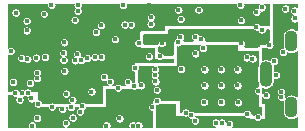
<source format=gbr>
G04 #@! TF.GenerationSoftware,KiCad,Pcbnew,(5.1.5-0-10_14)*
G04 #@! TF.CreationDate,2020-10-31T20:23:47-07:00*
G04 #@! TF.ProjectId,EOGlass2p1,454f476c-6173-4733-9270-312e6b696361,rev?*
G04 #@! TF.SameCoordinates,Original*
G04 #@! TF.FileFunction,Copper,L3,Inr*
G04 #@! TF.FilePolarity,Positive*
%FSLAX46Y46*%
G04 Gerber Fmt 4.6, Leading zero omitted, Abs format (unit mm)*
G04 Created by KiCad (PCBNEW (5.1.5-0-10_14)) date 2020-10-31 20:23:47*
%MOMM*%
%LPD*%
G04 APERTURE LIST*
%ADD10O,1.100000X1.800000*%
%ADD11O,1.100000X2.200000*%
%ADD12C,0.400000*%
%ADD13C,0.102000*%
%ADD14C,0.254000*%
G04 APERTURE END LIST*
D10*
X136245000Y-76030000D03*
X136245000Y-70430000D03*
D11*
X134095000Y-73230000D03*
D12*
X112940000Y-77030000D03*
X133500000Y-76250000D03*
X127000000Y-73400000D03*
X133000000Y-76400000D03*
X122800000Y-75389909D03*
X124600000Y-75025000D03*
X121001636Y-75523189D03*
X112408869Y-75483333D03*
X128100000Y-72020000D03*
X127060000Y-72220000D03*
X127151206Y-74303000D03*
X127085249Y-75290532D03*
X127063043Y-74798409D03*
X124260000Y-74650000D03*
X122830000Y-74870000D03*
X114720000Y-76970000D03*
X112880000Y-74850000D03*
X113440000Y-74870000D03*
X114260000Y-75300000D03*
X113250000Y-75400000D03*
X114820000Y-75750000D03*
X113930000Y-74820000D03*
X128900000Y-72850000D03*
X113400000Y-71900000D03*
X114650000Y-71850000D03*
X117200000Y-74900000D03*
X116000000Y-76000000D03*
X120900000Y-73900000D03*
X125295990Y-70653000D03*
X116970000Y-72060000D03*
X114730000Y-73600000D03*
X114129616Y-74000384D03*
X132000000Y-70650000D03*
X122406009Y-73900000D03*
X132500000Y-76600000D03*
X121600000Y-74400000D03*
X134100000Y-75040020D03*
X123000000Y-72700000D03*
X114730000Y-73130000D03*
X118562160Y-75955401D03*
X116950000Y-71450000D03*
X123525000Y-74200000D03*
X117050000Y-73000000D03*
X133400000Y-76900000D03*
X131700000Y-72850000D03*
X128850000Y-75600000D03*
X131750000Y-75650000D03*
X131700000Y-74200000D03*
X128900000Y-74200000D03*
X130300000Y-72850000D03*
X130300000Y-75600000D03*
X122930000Y-74250000D03*
X126700000Y-67800000D03*
X124750000Y-73870000D03*
X124862461Y-74597074D03*
X124690000Y-73330000D03*
X135560000Y-71380000D03*
X131010000Y-77460000D03*
X122814848Y-77600000D03*
X124504793Y-76035208D03*
X114300000Y-77600000D03*
X112700000Y-73910000D03*
X122010000Y-67400000D03*
X118160000Y-67400000D03*
X113850000Y-68760000D03*
X113853558Y-69543770D03*
X115940000Y-67400000D03*
X119339026Y-74723197D03*
X112500000Y-71300000D03*
X119600000Y-71800000D03*
X119726974Y-69696249D03*
X128130000Y-70068000D03*
X131950000Y-67400000D03*
X118980000Y-71900000D03*
X126870000Y-70080000D03*
X122677998Y-69070000D03*
X121320000Y-70302002D03*
X124900000Y-75500000D03*
X134800000Y-72126010D03*
X130300000Y-74200000D03*
X117720000Y-75420000D03*
X136520000Y-67870000D03*
X136540000Y-68530000D03*
X132000000Y-68693487D03*
X128130000Y-71489990D03*
X120410000Y-73500020D03*
X123320000Y-70600000D03*
X124202990Y-71757010D03*
X125123760Y-71733990D03*
X112920000Y-68040000D03*
X117030000Y-70560000D03*
X115300000Y-68140000D03*
X117912891Y-68647109D03*
X118160000Y-67890001D03*
X118460000Y-72060000D03*
X124730000Y-72830000D03*
X135750000Y-67700000D03*
X134400000Y-70800000D03*
X133300000Y-69250000D03*
X133750000Y-69500000D03*
X133750000Y-67600000D03*
X133300000Y-68000000D03*
X135500000Y-76800000D03*
X134900000Y-77600000D03*
X133700000Y-77500000D03*
X134400000Y-77500000D03*
X134800000Y-77100000D03*
X125500000Y-76162940D03*
X126000000Y-76000000D03*
X125002553Y-76100334D03*
X135700000Y-69250000D03*
X135800000Y-68700000D03*
X135410000Y-75200000D03*
X135400000Y-74750000D03*
X117600000Y-71600000D03*
X117702003Y-74900000D03*
X117200000Y-75402003D03*
X117063392Y-70059109D03*
X116528649Y-73649436D03*
X112941264Y-72103882D03*
X124190000Y-67400000D03*
X124340000Y-67850000D03*
X114165509Y-69150461D03*
X113672654Y-68124027D03*
X120091625Y-75440000D03*
X120091625Y-74966193D03*
X121320000Y-71570000D03*
X121400456Y-73939363D03*
X116650917Y-68138410D03*
X116000149Y-67940930D03*
X116834173Y-72546763D03*
X132000000Y-68191484D03*
X133750000Y-68800000D03*
X133355436Y-68498931D03*
X124350000Y-68990000D03*
X124360000Y-68450000D03*
X134947000Y-73330000D03*
X133462857Y-74641282D03*
X128400000Y-67800000D03*
X115400000Y-71800000D03*
X128590000Y-70302002D03*
X113910000Y-71990000D03*
X126890000Y-68590000D03*
X122142002Y-69050000D03*
X127800000Y-76700000D03*
X117602621Y-76025639D03*
X127300000Y-76500000D03*
X118360000Y-76418999D03*
X128100000Y-77182990D03*
X117742309Y-76935650D03*
X120600000Y-77600000D03*
X123316851Y-77600000D03*
X121700000Y-77000000D03*
X129854773Y-77353000D03*
X116877142Y-76202131D03*
X130356776Y-77353000D03*
X117160000Y-77375001D03*
X120152387Y-69117613D03*
X118127015Y-71573246D03*
X126629820Y-70560011D03*
X117930000Y-72090000D03*
X120160000Y-71802002D03*
X126918990Y-72810070D03*
X128782643Y-71025873D03*
X132480629Y-71831444D03*
X132971450Y-71936803D03*
X133400000Y-70750000D03*
X133200000Y-70100000D03*
X124550000Y-70250000D03*
X124050000Y-70350000D03*
X125515525Y-71355221D03*
D13*
G36*
X115587000Y-67365233D02*
G01*
X115587000Y-67434767D01*
X115600566Y-67502966D01*
X115627175Y-67567208D01*
X115665807Y-67625024D01*
X115714976Y-67674193D01*
X115772792Y-67712825D01*
X115837034Y-67739434D01*
X115905233Y-67753000D01*
X115974767Y-67753000D01*
X116042966Y-67739434D01*
X116107208Y-67712825D01*
X116165024Y-67674193D01*
X116214193Y-67625024D01*
X116252825Y-67567208D01*
X116279434Y-67502966D01*
X116293000Y-67434767D01*
X116293000Y-67365233D01*
X116280223Y-67301000D01*
X117819777Y-67301000D01*
X117807000Y-67365233D01*
X117807000Y-67434767D01*
X117820566Y-67502966D01*
X117847175Y-67567208D01*
X117885807Y-67625024D01*
X117905784Y-67645001D01*
X117885807Y-67664977D01*
X117847175Y-67722793D01*
X117820566Y-67787035D01*
X117807000Y-67855234D01*
X117807000Y-67924768D01*
X117820566Y-67992967D01*
X117847175Y-68057209D01*
X117885807Y-68115025D01*
X117934976Y-68164194D01*
X117992792Y-68202826D01*
X118057034Y-68229435D01*
X118125233Y-68243001D01*
X118194767Y-68243001D01*
X118262966Y-68229435D01*
X118327208Y-68202826D01*
X118385024Y-68164194D01*
X118434193Y-68115025D01*
X118472825Y-68057209D01*
X118499434Y-67992967D01*
X118513000Y-67924768D01*
X118513000Y-67855234D01*
X118499434Y-67787035D01*
X118490404Y-67765233D01*
X126347000Y-67765233D01*
X126347000Y-67834767D01*
X126360566Y-67902966D01*
X126387175Y-67967208D01*
X126425807Y-68025024D01*
X126474976Y-68074193D01*
X126532792Y-68112825D01*
X126597034Y-68139434D01*
X126665233Y-68153000D01*
X126734767Y-68153000D01*
X126802966Y-68139434D01*
X126867208Y-68112825D01*
X126925024Y-68074193D01*
X126974193Y-68025024D01*
X127012825Y-67967208D01*
X127039434Y-67902966D01*
X127053000Y-67834767D01*
X127053000Y-67765233D01*
X128047000Y-67765233D01*
X128047000Y-67834767D01*
X128060566Y-67902966D01*
X128087175Y-67967208D01*
X128125807Y-68025024D01*
X128174976Y-68074193D01*
X128232792Y-68112825D01*
X128297034Y-68139434D01*
X128365233Y-68153000D01*
X128434767Y-68153000D01*
X128502966Y-68139434D01*
X128567208Y-68112825D01*
X128625024Y-68074193D01*
X128674193Y-68025024D01*
X128712825Y-67967208D01*
X128739434Y-67902966D01*
X128753000Y-67834767D01*
X128753000Y-67765233D01*
X128739434Y-67697034D01*
X128712825Y-67632792D01*
X128674193Y-67574976D01*
X128625024Y-67525807D01*
X128567208Y-67487175D01*
X128502966Y-67460566D01*
X128434767Y-67447000D01*
X128365233Y-67447000D01*
X128297034Y-67460566D01*
X128232792Y-67487175D01*
X128174976Y-67525807D01*
X128125807Y-67574976D01*
X128087175Y-67632792D01*
X128060566Y-67697034D01*
X128047000Y-67765233D01*
X127053000Y-67765233D01*
X127039434Y-67697034D01*
X127012825Y-67632792D01*
X126974193Y-67574976D01*
X126925024Y-67525807D01*
X126867208Y-67487175D01*
X126802966Y-67460566D01*
X126734767Y-67447000D01*
X126665233Y-67447000D01*
X126597034Y-67460566D01*
X126532792Y-67487175D01*
X126474976Y-67525807D01*
X126425807Y-67574976D01*
X126387175Y-67632792D01*
X126360566Y-67697034D01*
X126347000Y-67765233D01*
X118490404Y-67765233D01*
X118472825Y-67722793D01*
X118434193Y-67664977D01*
X118414217Y-67645001D01*
X118434193Y-67625024D01*
X118472825Y-67567208D01*
X118499434Y-67502966D01*
X118513000Y-67434767D01*
X118513000Y-67365233D01*
X118500223Y-67301000D01*
X121669777Y-67301000D01*
X121657000Y-67365233D01*
X121657000Y-67434767D01*
X121670566Y-67502966D01*
X121697175Y-67567208D01*
X121735807Y-67625024D01*
X121784976Y-67674193D01*
X121842792Y-67712825D01*
X121907034Y-67739434D01*
X121975233Y-67753000D01*
X122044767Y-67753000D01*
X122112966Y-67739434D01*
X122177208Y-67712825D01*
X122235024Y-67674193D01*
X122284193Y-67625024D01*
X122322825Y-67567208D01*
X122349434Y-67502966D01*
X122363000Y-67434767D01*
X122363000Y-67365233D01*
X122350223Y-67301000D01*
X131609777Y-67301000D01*
X131597000Y-67365233D01*
X131597000Y-67434767D01*
X131610566Y-67502966D01*
X131637175Y-67567208D01*
X131675807Y-67625024D01*
X131724976Y-67674193D01*
X131782792Y-67712825D01*
X131847034Y-67739434D01*
X131915233Y-67753000D01*
X131984767Y-67753000D01*
X132052966Y-67739434D01*
X132117208Y-67712825D01*
X132175024Y-67674193D01*
X132224193Y-67625024D01*
X132262825Y-67567208D01*
X132289434Y-67502966D01*
X132303000Y-67434767D01*
X132303000Y-67365233D01*
X132290223Y-67301000D01*
X133562102Y-67301000D01*
X133524976Y-67325807D01*
X133475807Y-67374976D01*
X133437175Y-67432792D01*
X133410566Y-67497034D01*
X133397000Y-67565233D01*
X133397000Y-67634767D01*
X133402098Y-67660393D01*
X133334767Y-67647000D01*
X133265233Y-67647000D01*
X133197034Y-67660566D01*
X133132792Y-67687175D01*
X133074976Y-67725807D01*
X133025807Y-67774976D01*
X132987175Y-67832792D01*
X132960566Y-67897034D01*
X132947000Y-67965233D01*
X132947000Y-68034767D01*
X132960566Y-68102966D01*
X132987175Y-68167208D01*
X133025807Y-68225024D01*
X133074976Y-68274193D01*
X133132792Y-68312825D01*
X133197034Y-68339434D01*
X133265233Y-68353000D01*
X133334767Y-68353000D01*
X133402966Y-68339434D01*
X133467208Y-68312825D01*
X133525024Y-68274193D01*
X133574193Y-68225024D01*
X133612825Y-68167208D01*
X133639434Y-68102966D01*
X133653000Y-68034767D01*
X133653000Y-67965233D01*
X133647902Y-67939607D01*
X133715233Y-67953000D01*
X133784767Y-67953000D01*
X133852966Y-67939434D01*
X133917208Y-67912825D01*
X133975024Y-67874193D01*
X134024193Y-67825024D01*
X134062825Y-67767208D01*
X134089434Y-67702966D01*
X134103000Y-67634767D01*
X134103000Y-67565233D01*
X134089434Y-67497034D01*
X134062825Y-67432792D01*
X134024193Y-67374976D01*
X133975024Y-67325807D01*
X133937898Y-67301000D01*
X134349000Y-67301000D01*
X134349000Y-69099000D01*
X133619538Y-69099000D01*
X133612825Y-69082792D01*
X133574193Y-69024976D01*
X133525024Y-68975807D01*
X133467208Y-68937175D01*
X133402966Y-68910566D01*
X133334767Y-68897000D01*
X133265233Y-68897000D01*
X133197034Y-68910566D01*
X133132792Y-68937175D01*
X133074976Y-68975807D01*
X133025807Y-69024976D01*
X132987175Y-69082792D01*
X132980462Y-69099000D01*
X125550000Y-69099000D01*
X125540050Y-69099980D01*
X125530483Y-69102882D01*
X125521666Y-69107595D01*
X125513938Y-69113938D01*
X125507595Y-69121666D01*
X125502882Y-69130483D01*
X125499980Y-69140050D01*
X125499000Y-69150000D01*
X125499000Y-69549000D01*
X123450000Y-69549000D01*
X123440050Y-69549980D01*
X123430483Y-69552882D01*
X123421666Y-69557595D01*
X123413938Y-69563938D01*
X123407595Y-69571666D01*
X123402882Y-69580483D01*
X123399980Y-69590050D01*
X123399000Y-69600000D01*
X123399000Y-70255799D01*
X123354767Y-70247000D01*
X123285233Y-70247000D01*
X123217034Y-70260566D01*
X123152792Y-70287175D01*
X123094976Y-70325807D01*
X123045807Y-70374976D01*
X123007175Y-70432792D01*
X122980566Y-70497034D01*
X122967000Y-70565233D01*
X122967000Y-70634767D01*
X122980566Y-70702966D01*
X123007175Y-70767208D01*
X123045807Y-70825024D01*
X123094976Y-70874193D01*
X123152792Y-70912825D01*
X123217034Y-70939434D01*
X123285233Y-70953000D01*
X123354767Y-70953000D01*
X123399000Y-70944201D01*
X123399000Y-70950000D01*
X123399980Y-70959950D01*
X123402882Y-70969517D01*
X123407595Y-70978334D01*
X123413938Y-70986062D01*
X123421666Y-70992405D01*
X123430483Y-70997118D01*
X123440050Y-71000020D01*
X123450000Y-71001000D01*
X124599000Y-71001000D01*
X124599000Y-71900000D01*
X124599980Y-71909950D01*
X124602882Y-71919517D01*
X124607595Y-71928334D01*
X124613938Y-71936062D01*
X124621666Y-71942405D01*
X124630483Y-71947118D01*
X124640050Y-71950020D01*
X124650000Y-71951000D01*
X124844212Y-71951000D01*
X124849567Y-71959014D01*
X124898736Y-72008183D01*
X124956552Y-72046815D01*
X125020794Y-72073424D01*
X125088993Y-72086990D01*
X125158527Y-72086990D01*
X125226726Y-72073424D01*
X125290968Y-72046815D01*
X125348784Y-72008183D01*
X125397953Y-71959014D01*
X125403308Y-71951000D01*
X126199000Y-71951000D01*
X126199000Y-72199000D01*
X123000000Y-72199000D01*
X122990050Y-72199980D01*
X122980483Y-72202882D01*
X122971666Y-72207595D01*
X122963938Y-72213938D01*
X122957595Y-72221666D01*
X122952882Y-72230483D01*
X122949980Y-72240050D01*
X122949000Y-72250000D01*
X122949000Y-72350229D01*
X122897034Y-72360566D01*
X122832792Y-72387175D01*
X122774976Y-72425807D01*
X122725807Y-72474976D01*
X122687175Y-72532792D01*
X122660566Y-72597034D01*
X122647000Y-72665233D01*
X122647000Y-72734767D01*
X122660566Y-72802966D01*
X122687175Y-72867208D01*
X122725807Y-72925024D01*
X122774976Y-72974193D01*
X122832792Y-73012825D01*
X122897034Y-73039434D01*
X122949000Y-73049771D01*
X122949000Y-73897000D01*
X122895233Y-73897000D01*
X122827034Y-73910566D01*
X122762792Y-73937175D01*
X122757877Y-73940459D01*
X122759009Y-73934767D01*
X122759009Y-73865233D01*
X122745443Y-73797034D01*
X122718834Y-73732792D01*
X122680202Y-73674976D01*
X122631033Y-73625807D01*
X122573217Y-73587175D01*
X122508975Y-73560566D01*
X122440776Y-73547000D01*
X122371242Y-73547000D01*
X122303043Y-73560566D01*
X122238801Y-73587175D01*
X122180985Y-73625807D01*
X122131816Y-73674976D01*
X122093184Y-73732792D01*
X122066575Y-73797034D01*
X122053009Y-73865233D01*
X122053009Y-73934767D01*
X122066575Y-74002966D01*
X122093184Y-74067208D01*
X122131816Y-74125024D01*
X122180985Y-74174193D01*
X122218111Y-74199000D01*
X121890246Y-74199000D01*
X121874193Y-74174976D01*
X121825024Y-74125807D01*
X121767208Y-74087175D01*
X121702966Y-74060566D01*
X121634767Y-74047000D01*
X121565233Y-74047000D01*
X121497034Y-74060566D01*
X121432792Y-74087175D01*
X121374976Y-74125807D01*
X121325807Y-74174976D01*
X121309754Y-74199000D01*
X121087898Y-74199000D01*
X121125024Y-74174193D01*
X121174193Y-74125024D01*
X121212825Y-74067208D01*
X121239434Y-74002966D01*
X121253000Y-73934767D01*
X121253000Y-73865233D01*
X121239434Y-73797034D01*
X121212825Y-73732792D01*
X121174193Y-73674976D01*
X121125024Y-73625807D01*
X121067208Y-73587175D01*
X121002966Y-73560566D01*
X120934767Y-73547000D01*
X120865233Y-73547000D01*
X120797034Y-73560566D01*
X120754356Y-73578243D01*
X120763000Y-73534787D01*
X120763000Y-73465253D01*
X120749434Y-73397054D01*
X120722825Y-73332812D01*
X120684193Y-73274996D01*
X120635024Y-73225827D01*
X120577208Y-73187195D01*
X120512966Y-73160586D01*
X120444767Y-73147020D01*
X120375233Y-73147020D01*
X120307034Y-73160586D01*
X120242792Y-73187195D01*
X120184976Y-73225827D01*
X120135807Y-73274996D01*
X120097175Y-73332812D01*
X120070566Y-73397054D01*
X120057000Y-73465253D01*
X120057000Y-73534787D01*
X120070566Y-73602986D01*
X120097175Y-73667228D01*
X120135807Y-73725044D01*
X120184976Y-73774213D01*
X120242792Y-73812845D01*
X120307034Y-73839454D01*
X120375233Y-73853020D01*
X120444767Y-73853020D01*
X120512966Y-73839454D01*
X120555644Y-73821777D01*
X120547000Y-73865233D01*
X120547000Y-73934767D01*
X120560566Y-74002966D01*
X120587175Y-74067208D01*
X120625807Y-74125024D01*
X120674976Y-74174193D01*
X120712102Y-74199000D01*
X120250000Y-74199000D01*
X120240050Y-74199980D01*
X120230483Y-74202882D01*
X120221666Y-74207595D01*
X120213938Y-74213938D01*
X120207595Y-74221666D01*
X120202882Y-74230483D01*
X120199980Y-74240050D01*
X120199000Y-74250000D01*
X120199000Y-75699000D01*
X118804976Y-75699000D01*
X118787184Y-75681208D01*
X118729368Y-75642576D01*
X118665126Y-75615967D01*
X118596927Y-75602401D01*
X118527393Y-75602401D01*
X118459194Y-75615967D01*
X118394952Y-75642576D01*
X118337136Y-75681208D01*
X118319344Y-75699000D01*
X117937830Y-75699000D01*
X117945024Y-75694193D01*
X117994193Y-75645024D01*
X118032825Y-75587208D01*
X118059434Y-75522966D01*
X118073000Y-75454767D01*
X118073000Y-75385233D01*
X118059434Y-75317034D01*
X118032825Y-75252792D01*
X117994193Y-75194976D01*
X117945024Y-75145807D01*
X117887208Y-75107175D01*
X117822966Y-75080566D01*
X117754767Y-75067000D01*
X117685233Y-75067000D01*
X117617034Y-75080566D01*
X117552792Y-75107175D01*
X117494976Y-75145807D01*
X117445807Y-75194976D01*
X117407175Y-75252792D01*
X117380566Y-75317034D01*
X117367000Y-75385233D01*
X117367000Y-75454767D01*
X117380566Y-75522966D01*
X117407175Y-75587208D01*
X117445807Y-75645024D01*
X117490698Y-75689915D01*
X117468764Y-75699000D01*
X116184905Y-75699000D01*
X116167208Y-75687175D01*
X116102966Y-75660566D01*
X116034767Y-75647000D01*
X115965233Y-75647000D01*
X115897034Y-75660566D01*
X115832792Y-75687175D01*
X115815095Y-75699000D01*
X115169771Y-75699000D01*
X115159434Y-75647034D01*
X115132825Y-75582792D01*
X115094193Y-75524976D01*
X115045024Y-75475807D01*
X114987208Y-75437175D01*
X114922966Y-75410566D01*
X114854767Y-75397000D01*
X114801000Y-75397000D01*
X114801000Y-74865233D01*
X116847000Y-74865233D01*
X116847000Y-74934767D01*
X116860566Y-75002966D01*
X116887175Y-75067208D01*
X116925807Y-75125024D01*
X116974976Y-75174193D01*
X117032792Y-75212825D01*
X117097034Y-75239434D01*
X117165233Y-75253000D01*
X117234767Y-75253000D01*
X117302966Y-75239434D01*
X117367208Y-75212825D01*
X117425024Y-75174193D01*
X117474193Y-75125024D01*
X117512825Y-75067208D01*
X117539434Y-75002966D01*
X117553000Y-74934767D01*
X117553000Y-74865233D01*
X117539434Y-74797034D01*
X117512825Y-74732792D01*
X117483183Y-74688430D01*
X118986026Y-74688430D01*
X118986026Y-74757964D01*
X118999592Y-74826163D01*
X119026201Y-74890405D01*
X119064833Y-74948221D01*
X119114002Y-74997390D01*
X119171818Y-75036022D01*
X119236060Y-75062631D01*
X119304259Y-75076197D01*
X119373793Y-75076197D01*
X119441992Y-75062631D01*
X119506234Y-75036022D01*
X119564050Y-74997390D01*
X119613219Y-74948221D01*
X119651851Y-74890405D01*
X119678460Y-74826163D01*
X119692026Y-74757964D01*
X119692026Y-74688430D01*
X119678460Y-74620231D01*
X119651851Y-74555989D01*
X119613219Y-74498173D01*
X119564050Y-74449004D01*
X119506234Y-74410372D01*
X119441992Y-74383763D01*
X119373793Y-74370197D01*
X119304259Y-74370197D01*
X119236060Y-74383763D01*
X119171818Y-74410372D01*
X119114002Y-74449004D01*
X119064833Y-74498173D01*
X119026201Y-74555989D01*
X118999592Y-74620231D01*
X118986026Y-74688430D01*
X117483183Y-74688430D01*
X117474193Y-74674976D01*
X117425024Y-74625807D01*
X117367208Y-74587175D01*
X117302966Y-74560566D01*
X117234767Y-74547000D01*
X117165233Y-74547000D01*
X117097034Y-74560566D01*
X117032792Y-74587175D01*
X116974976Y-74625807D01*
X116925807Y-74674976D01*
X116887175Y-74732792D01*
X116860566Y-74797034D01*
X116847000Y-74865233D01*
X114801000Y-74865233D01*
X114801000Y-74750000D01*
X114800020Y-74740050D01*
X114797118Y-74730483D01*
X114792405Y-74721666D01*
X114786062Y-74713938D01*
X114778334Y-74707595D01*
X114769517Y-74702882D01*
X114759950Y-74699980D01*
X114750000Y-74699000D01*
X114261964Y-74699000D01*
X114242825Y-74652792D01*
X114204193Y-74594976D01*
X114155024Y-74545807D01*
X114097208Y-74507175D01*
X114032966Y-74480566D01*
X113964767Y-74467000D01*
X113895233Y-74467000D01*
X113827034Y-74480566D01*
X113762792Y-74507175D01*
X113704976Y-74545807D01*
X113659001Y-74591782D01*
X113607208Y-74557175D01*
X113542966Y-74530566D01*
X113474767Y-74517000D01*
X113405233Y-74517000D01*
X113337034Y-74530566D01*
X113272792Y-74557175D01*
X113214976Y-74595807D01*
X113166856Y-74643927D01*
X113154193Y-74624976D01*
X113105024Y-74575807D01*
X113047208Y-74537175D01*
X112982966Y-74510566D01*
X112914767Y-74497000D01*
X112845233Y-74497000D01*
X112777034Y-74510566D01*
X112712792Y-74537175D01*
X112654976Y-74575807D01*
X112605807Y-74624976D01*
X112567175Y-74682792D01*
X112560462Y-74699000D01*
X112301000Y-74699000D01*
X112301000Y-73875233D01*
X112347000Y-73875233D01*
X112347000Y-73944767D01*
X112360566Y-74012966D01*
X112387175Y-74077208D01*
X112425807Y-74135024D01*
X112474976Y-74184193D01*
X112532792Y-74222825D01*
X112597034Y-74249434D01*
X112665233Y-74263000D01*
X112734767Y-74263000D01*
X112802966Y-74249434D01*
X112867208Y-74222825D01*
X112925024Y-74184193D01*
X112974193Y-74135024D01*
X113012825Y-74077208D01*
X113039434Y-74012966D01*
X113048852Y-73965617D01*
X113776616Y-73965617D01*
X113776616Y-74035151D01*
X113790182Y-74103350D01*
X113816791Y-74167592D01*
X113855423Y-74225408D01*
X113904592Y-74274577D01*
X113962408Y-74313209D01*
X114026650Y-74339818D01*
X114094849Y-74353384D01*
X114164383Y-74353384D01*
X114232582Y-74339818D01*
X114296824Y-74313209D01*
X114354640Y-74274577D01*
X114403809Y-74225408D01*
X114442441Y-74167592D01*
X114469050Y-74103350D01*
X114482616Y-74035151D01*
X114482616Y-73965617D01*
X114469050Y-73897418D01*
X114442441Y-73833176D01*
X114403809Y-73775360D01*
X114354640Y-73726191D01*
X114296824Y-73687559D01*
X114232582Y-73660950D01*
X114164383Y-73647384D01*
X114094849Y-73647384D01*
X114026650Y-73660950D01*
X113962408Y-73687559D01*
X113904592Y-73726191D01*
X113855423Y-73775360D01*
X113816791Y-73833176D01*
X113790182Y-73897418D01*
X113776616Y-73965617D01*
X113048852Y-73965617D01*
X113053000Y-73944767D01*
X113053000Y-73875233D01*
X113039434Y-73807034D01*
X113012825Y-73742792D01*
X112974193Y-73684976D01*
X112925024Y-73635807D01*
X112867208Y-73597175D01*
X112802966Y-73570566D01*
X112734767Y-73557000D01*
X112665233Y-73557000D01*
X112597034Y-73570566D01*
X112532792Y-73597175D01*
X112474976Y-73635807D01*
X112425807Y-73684976D01*
X112387175Y-73742792D01*
X112360566Y-73807034D01*
X112347000Y-73875233D01*
X112301000Y-73875233D01*
X112301000Y-73095233D01*
X114377000Y-73095233D01*
X114377000Y-73164767D01*
X114390566Y-73232966D01*
X114417175Y-73297208D01*
X114455807Y-73355024D01*
X114465783Y-73365000D01*
X114455807Y-73374976D01*
X114417175Y-73432792D01*
X114390566Y-73497034D01*
X114377000Y-73565233D01*
X114377000Y-73634767D01*
X114390566Y-73702966D01*
X114417175Y-73767208D01*
X114455807Y-73825024D01*
X114504976Y-73874193D01*
X114562792Y-73912825D01*
X114627034Y-73939434D01*
X114695233Y-73953000D01*
X114764767Y-73953000D01*
X114832966Y-73939434D01*
X114897208Y-73912825D01*
X114955024Y-73874193D01*
X115004193Y-73825024D01*
X115042825Y-73767208D01*
X115069434Y-73702966D01*
X115083000Y-73634767D01*
X115083000Y-73565233D01*
X115069434Y-73497034D01*
X115042825Y-73432792D01*
X115004193Y-73374976D01*
X114994217Y-73365000D01*
X115004193Y-73355024D01*
X115042825Y-73297208D01*
X115069434Y-73232966D01*
X115083000Y-73164767D01*
X115083000Y-73095233D01*
X115069434Y-73027034D01*
X115043837Y-72965233D01*
X116697000Y-72965233D01*
X116697000Y-73034767D01*
X116710566Y-73102966D01*
X116737175Y-73167208D01*
X116775807Y-73225024D01*
X116824976Y-73274193D01*
X116882792Y-73312825D01*
X116947034Y-73339434D01*
X117015233Y-73353000D01*
X117084767Y-73353000D01*
X117152966Y-73339434D01*
X117217208Y-73312825D01*
X117275024Y-73274193D01*
X117324193Y-73225024D01*
X117362825Y-73167208D01*
X117389434Y-73102966D01*
X117403000Y-73034767D01*
X117403000Y-72965233D01*
X117389434Y-72897034D01*
X117362825Y-72832792D01*
X117324193Y-72774976D01*
X117275024Y-72725807D01*
X117217208Y-72687175D01*
X117152966Y-72660566D01*
X117084767Y-72647000D01*
X117015233Y-72647000D01*
X116947034Y-72660566D01*
X116882792Y-72687175D01*
X116824976Y-72725807D01*
X116775807Y-72774976D01*
X116737175Y-72832792D01*
X116710566Y-72897034D01*
X116697000Y-72965233D01*
X115043837Y-72965233D01*
X115042825Y-72962792D01*
X115004193Y-72904976D01*
X114955024Y-72855807D01*
X114897208Y-72817175D01*
X114832966Y-72790566D01*
X114764767Y-72777000D01*
X114695233Y-72777000D01*
X114627034Y-72790566D01*
X114562792Y-72817175D01*
X114504976Y-72855807D01*
X114455807Y-72904976D01*
X114417175Y-72962792D01*
X114390566Y-73027034D01*
X114377000Y-73095233D01*
X112301000Y-73095233D01*
X112301000Y-71865233D01*
X113047000Y-71865233D01*
X113047000Y-71934767D01*
X113060566Y-72002966D01*
X113087175Y-72067208D01*
X113125807Y-72125024D01*
X113174976Y-72174193D01*
X113232792Y-72212825D01*
X113297034Y-72239434D01*
X113365233Y-72253000D01*
X113434767Y-72253000D01*
X113502966Y-72239434D01*
X113567208Y-72212825D01*
X113613617Y-72181815D01*
X113635807Y-72215024D01*
X113684976Y-72264193D01*
X113742792Y-72302825D01*
X113807034Y-72329434D01*
X113875233Y-72343000D01*
X113944767Y-72343000D01*
X114012966Y-72329434D01*
X114077208Y-72302825D01*
X114135024Y-72264193D01*
X114184193Y-72215024D01*
X114222825Y-72157208D01*
X114249434Y-72092966D01*
X114263000Y-72024767D01*
X114263000Y-71955233D01*
X114249434Y-71887034D01*
X114222825Y-71822792D01*
X114217775Y-71815233D01*
X114297000Y-71815233D01*
X114297000Y-71884767D01*
X114310566Y-71952966D01*
X114337175Y-72017208D01*
X114375807Y-72075024D01*
X114424976Y-72124193D01*
X114482792Y-72162825D01*
X114547034Y-72189434D01*
X114615233Y-72203000D01*
X114684767Y-72203000D01*
X114752966Y-72189434D01*
X114817208Y-72162825D01*
X114875024Y-72124193D01*
X114924193Y-72075024D01*
X114962825Y-72017208D01*
X114989434Y-71952966D01*
X115003000Y-71884767D01*
X115003000Y-71815233D01*
X114993055Y-71765233D01*
X115047000Y-71765233D01*
X115047000Y-71834767D01*
X115060566Y-71902966D01*
X115087175Y-71967208D01*
X115125807Y-72025024D01*
X115174976Y-72074193D01*
X115232792Y-72112825D01*
X115297034Y-72139434D01*
X115365233Y-72153000D01*
X115434767Y-72153000D01*
X115502966Y-72139434D01*
X115567208Y-72112825D01*
X115625024Y-72074193D01*
X115674193Y-72025024D01*
X115712825Y-71967208D01*
X115739434Y-71902966D01*
X115753000Y-71834767D01*
X115753000Y-71765233D01*
X115739434Y-71697034D01*
X115712825Y-71632792D01*
X115674193Y-71574976D01*
X115625024Y-71525807D01*
X115567208Y-71487175D01*
X115502966Y-71460566D01*
X115434767Y-71447000D01*
X115365233Y-71447000D01*
X115297034Y-71460566D01*
X115232792Y-71487175D01*
X115174976Y-71525807D01*
X115125807Y-71574976D01*
X115087175Y-71632792D01*
X115060566Y-71697034D01*
X115047000Y-71765233D01*
X114993055Y-71765233D01*
X114989434Y-71747034D01*
X114962825Y-71682792D01*
X114924193Y-71624976D01*
X114875024Y-71575807D01*
X114817208Y-71537175D01*
X114752966Y-71510566D01*
X114684767Y-71497000D01*
X114615233Y-71497000D01*
X114547034Y-71510566D01*
X114482792Y-71537175D01*
X114424976Y-71575807D01*
X114375807Y-71624976D01*
X114337175Y-71682792D01*
X114310566Y-71747034D01*
X114297000Y-71815233D01*
X114217775Y-71815233D01*
X114184193Y-71764976D01*
X114135024Y-71715807D01*
X114077208Y-71677175D01*
X114012966Y-71650566D01*
X113944767Y-71637000D01*
X113875233Y-71637000D01*
X113807034Y-71650566D01*
X113742792Y-71677175D01*
X113696383Y-71708185D01*
X113674193Y-71674976D01*
X113625024Y-71625807D01*
X113567208Y-71587175D01*
X113502966Y-71560566D01*
X113434767Y-71547000D01*
X113365233Y-71547000D01*
X113297034Y-71560566D01*
X113232792Y-71587175D01*
X113174976Y-71625807D01*
X113125807Y-71674976D01*
X113087175Y-71732792D01*
X113060566Y-71797034D01*
X113047000Y-71865233D01*
X112301000Y-71865233D01*
X112301000Y-71591582D01*
X112332792Y-71612825D01*
X112397034Y-71639434D01*
X112465233Y-71653000D01*
X112534767Y-71653000D01*
X112602966Y-71639434D01*
X112667208Y-71612825D01*
X112725024Y-71574193D01*
X112774193Y-71525024D01*
X112812825Y-71467208D01*
X112834353Y-71415233D01*
X116597000Y-71415233D01*
X116597000Y-71484767D01*
X116610566Y-71552966D01*
X116637175Y-71617208D01*
X116675807Y-71675024D01*
X116724976Y-71724193D01*
X116781081Y-71761682D01*
X116744976Y-71785807D01*
X116695807Y-71834976D01*
X116657175Y-71892792D01*
X116630566Y-71957034D01*
X116617000Y-72025233D01*
X116617000Y-72094767D01*
X116630566Y-72162966D01*
X116657175Y-72227208D01*
X116695807Y-72285024D01*
X116744976Y-72334193D01*
X116802792Y-72372825D01*
X116867034Y-72399434D01*
X116935233Y-72413000D01*
X117004767Y-72413000D01*
X117072966Y-72399434D01*
X117137208Y-72372825D01*
X117195024Y-72334193D01*
X117244193Y-72285024D01*
X117282825Y-72227208D01*
X117309434Y-72162966D01*
X117323000Y-72094767D01*
X117323000Y-72055233D01*
X117577000Y-72055233D01*
X117577000Y-72124767D01*
X117590566Y-72192966D01*
X117617175Y-72257208D01*
X117655807Y-72315024D01*
X117704976Y-72364193D01*
X117762792Y-72402825D01*
X117827034Y-72429434D01*
X117895233Y-72443000D01*
X117964767Y-72443000D01*
X118032966Y-72429434D01*
X118097208Y-72402825D01*
X118155024Y-72364193D01*
X118204193Y-72315024D01*
X118208845Y-72308062D01*
X118234976Y-72334193D01*
X118292792Y-72372825D01*
X118357034Y-72399434D01*
X118425233Y-72413000D01*
X118494767Y-72413000D01*
X118562966Y-72399434D01*
X118627208Y-72372825D01*
X118685024Y-72334193D01*
X118734193Y-72285024D01*
X118772825Y-72227208D01*
X118786155Y-72195026D01*
X118812792Y-72212825D01*
X118877034Y-72239434D01*
X118945233Y-72253000D01*
X119014767Y-72253000D01*
X119082966Y-72239434D01*
X119147208Y-72212825D01*
X119205024Y-72174193D01*
X119254193Y-72125024D01*
X119292825Y-72067208D01*
X119316233Y-72010695D01*
X119325807Y-72025024D01*
X119374976Y-72074193D01*
X119432792Y-72112825D01*
X119497034Y-72139434D01*
X119565233Y-72153000D01*
X119634767Y-72153000D01*
X119702966Y-72139434D01*
X119767208Y-72112825D01*
X119825024Y-72074193D01*
X119874193Y-72025024D01*
X119879331Y-72017334D01*
X119885807Y-72027026D01*
X119934976Y-72076195D01*
X119992792Y-72114827D01*
X120057034Y-72141436D01*
X120125233Y-72155002D01*
X120194767Y-72155002D01*
X120262966Y-72141436D01*
X120327208Y-72114827D01*
X120385024Y-72076195D01*
X120434193Y-72027026D01*
X120472825Y-71969210D01*
X120499434Y-71904968D01*
X120513000Y-71836769D01*
X120513000Y-71767235D01*
X120504051Y-71722243D01*
X123849990Y-71722243D01*
X123849990Y-71791777D01*
X123863556Y-71859976D01*
X123890165Y-71924218D01*
X123928797Y-71982034D01*
X123977966Y-72031203D01*
X124035782Y-72069835D01*
X124100024Y-72096444D01*
X124168223Y-72110010D01*
X124237757Y-72110010D01*
X124305956Y-72096444D01*
X124370198Y-72069835D01*
X124428014Y-72031203D01*
X124477183Y-71982034D01*
X124515815Y-71924218D01*
X124542424Y-71859976D01*
X124555990Y-71791777D01*
X124555990Y-71722243D01*
X124542424Y-71654044D01*
X124515815Y-71589802D01*
X124477183Y-71531986D01*
X124428014Y-71482817D01*
X124370198Y-71444185D01*
X124305956Y-71417576D01*
X124237757Y-71404010D01*
X124168223Y-71404010D01*
X124100024Y-71417576D01*
X124035782Y-71444185D01*
X123977966Y-71482817D01*
X123928797Y-71531986D01*
X123890165Y-71589802D01*
X123863556Y-71654044D01*
X123849990Y-71722243D01*
X120504051Y-71722243D01*
X120499434Y-71699036D01*
X120472825Y-71634794D01*
X120434193Y-71576978D01*
X120385024Y-71527809D01*
X120327208Y-71489177D01*
X120262966Y-71462568D01*
X120194767Y-71449002D01*
X120125233Y-71449002D01*
X120057034Y-71462568D01*
X119992792Y-71489177D01*
X119934976Y-71527809D01*
X119885807Y-71576978D01*
X119880669Y-71584668D01*
X119874193Y-71574976D01*
X119825024Y-71525807D01*
X119767208Y-71487175D01*
X119702966Y-71460566D01*
X119634767Y-71447000D01*
X119565233Y-71447000D01*
X119497034Y-71460566D01*
X119432792Y-71487175D01*
X119374976Y-71525807D01*
X119325807Y-71574976D01*
X119287175Y-71632792D01*
X119263767Y-71689305D01*
X119254193Y-71674976D01*
X119205024Y-71625807D01*
X119147208Y-71587175D01*
X119082966Y-71560566D01*
X119014767Y-71547000D01*
X118945233Y-71547000D01*
X118877034Y-71560566D01*
X118812792Y-71587175D01*
X118754976Y-71625807D01*
X118705807Y-71674976D01*
X118667175Y-71732792D01*
X118653845Y-71764974D01*
X118627208Y-71747175D01*
X118562966Y-71720566D01*
X118494767Y-71707000D01*
X118453697Y-71707000D01*
X118466449Y-71676212D01*
X118480015Y-71608013D01*
X118480015Y-71538479D01*
X118466449Y-71470280D01*
X118439840Y-71406038D01*
X118401208Y-71348222D01*
X118352039Y-71299053D01*
X118294223Y-71260421D01*
X118229981Y-71233812D01*
X118161782Y-71220246D01*
X118092248Y-71220246D01*
X118024049Y-71233812D01*
X117959807Y-71260421D01*
X117901991Y-71299053D01*
X117852822Y-71348222D01*
X117814190Y-71406038D01*
X117787581Y-71470280D01*
X117774015Y-71538479D01*
X117774015Y-71608013D01*
X117787581Y-71676212D01*
X117814190Y-71740454D01*
X117822266Y-71752541D01*
X117762792Y-71777175D01*
X117704976Y-71815807D01*
X117655807Y-71864976D01*
X117617175Y-71922792D01*
X117590566Y-71987034D01*
X117577000Y-72055233D01*
X117323000Y-72055233D01*
X117323000Y-72025233D01*
X117309434Y-71957034D01*
X117282825Y-71892792D01*
X117244193Y-71834976D01*
X117195024Y-71785807D01*
X117138919Y-71748318D01*
X117175024Y-71724193D01*
X117224193Y-71675024D01*
X117262825Y-71617208D01*
X117289434Y-71552966D01*
X117303000Y-71484767D01*
X117303000Y-71415233D01*
X117289434Y-71347034D01*
X117262825Y-71282792D01*
X117224193Y-71224976D01*
X117175024Y-71175807D01*
X117117208Y-71137175D01*
X117052966Y-71110566D01*
X116984767Y-71097000D01*
X116915233Y-71097000D01*
X116847034Y-71110566D01*
X116782792Y-71137175D01*
X116724976Y-71175807D01*
X116675807Y-71224976D01*
X116637175Y-71282792D01*
X116610566Y-71347034D01*
X116597000Y-71415233D01*
X112834353Y-71415233D01*
X112839434Y-71402966D01*
X112853000Y-71334767D01*
X112853000Y-71265233D01*
X112839434Y-71197034D01*
X112812825Y-71132792D01*
X112774193Y-71074976D01*
X112725024Y-71025807D01*
X112667208Y-70987175D01*
X112602966Y-70960566D01*
X112534767Y-70947000D01*
X112465233Y-70947000D01*
X112397034Y-70960566D01*
X112332792Y-70987175D01*
X112301000Y-71008418D01*
X112301000Y-70525233D01*
X116677000Y-70525233D01*
X116677000Y-70594767D01*
X116690566Y-70662966D01*
X116717175Y-70727208D01*
X116755807Y-70785024D01*
X116804976Y-70834193D01*
X116862792Y-70872825D01*
X116927034Y-70899434D01*
X116995233Y-70913000D01*
X117064767Y-70913000D01*
X117132966Y-70899434D01*
X117197208Y-70872825D01*
X117255024Y-70834193D01*
X117304193Y-70785024D01*
X117342825Y-70727208D01*
X117369434Y-70662966D01*
X117383000Y-70594767D01*
X117383000Y-70525233D01*
X117369434Y-70457034D01*
X117342825Y-70392792D01*
X117304193Y-70334976D01*
X117255024Y-70285807D01*
X117227230Y-70267235D01*
X120967000Y-70267235D01*
X120967000Y-70336769D01*
X120980566Y-70404968D01*
X121007175Y-70469210D01*
X121045807Y-70527026D01*
X121094976Y-70576195D01*
X121152792Y-70614827D01*
X121217034Y-70641436D01*
X121285233Y-70655002D01*
X121354767Y-70655002D01*
X121422966Y-70641436D01*
X121487208Y-70614827D01*
X121545024Y-70576195D01*
X121594193Y-70527026D01*
X121632825Y-70469210D01*
X121659434Y-70404968D01*
X121673000Y-70336769D01*
X121673000Y-70267235D01*
X121659434Y-70199036D01*
X121632825Y-70134794D01*
X121594193Y-70076978D01*
X121545024Y-70027809D01*
X121487208Y-69989177D01*
X121422966Y-69962568D01*
X121354767Y-69949002D01*
X121285233Y-69949002D01*
X121217034Y-69962568D01*
X121152792Y-69989177D01*
X121094976Y-70027809D01*
X121045807Y-70076978D01*
X121007175Y-70134794D01*
X120980566Y-70199036D01*
X120967000Y-70267235D01*
X117227230Y-70267235D01*
X117197208Y-70247175D01*
X117132966Y-70220566D01*
X117064767Y-70207000D01*
X116995233Y-70207000D01*
X116927034Y-70220566D01*
X116862792Y-70247175D01*
X116804976Y-70285807D01*
X116755807Y-70334976D01*
X116717175Y-70392792D01*
X116690566Y-70457034D01*
X116677000Y-70525233D01*
X112301000Y-70525233D01*
X112301000Y-69509003D01*
X113500558Y-69509003D01*
X113500558Y-69578537D01*
X113514124Y-69646736D01*
X113540733Y-69710978D01*
X113579365Y-69768794D01*
X113628534Y-69817963D01*
X113686350Y-69856595D01*
X113750592Y-69883204D01*
X113818791Y-69896770D01*
X113888325Y-69896770D01*
X113956524Y-69883204D01*
X114020766Y-69856595D01*
X114078582Y-69817963D01*
X114127751Y-69768794D01*
X114166383Y-69710978D01*
X114186884Y-69661482D01*
X119373974Y-69661482D01*
X119373974Y-69731016D01*
X119387540Y-69799215D01*
X119414149Y-69863457D01*
X119452781Y-69921273D01*
X119501950Y-69970442D01*
X119559766Y-70009074D01*
X119624008Y-70035683D01*
X119692207Y-70049249D01*
X119761741Y-70049249D01*
X119829940Y-70035683D01*
X119894182Y-70009074D01*
X119951998Y-69970442D01*
X120001167Y-69921273D01*
X120039799Y-69863457D01*
X120066408Y-69799215D01*
X120079974Y-69731016D01*
X120079974Y-69661482D01*
X120066408Y-69593283D01*
X120039799Y-69529041D01*
X120001167Y-69471225D01*
X119951998Y-69422056D01*
X119894182Y-69383424D01*
X119829940Y-69356815D01*
X119761741Y-69343249D01*
X119692207Y-69343249D01*
X119624008Y-69356815D01*
X119559766Y-69383424D01*
X119501950Y-69422056D01*
X119452781Y-69471225D01*
X119414149Y-69529041D01*
X119387540Y-69593283D01*
X119373974Y-69661482D01*
X114186884Y-69661482D01*
X114192992Y-69646736D01*
X114206558Y-69578537D01*
X114206558Y-69509003D01*
X114192992Y-69440804D01*
X114166383Y-69376562D01*
X114127751Y-69318746D01*
X114078582Y-69269577D01*
X114020766Y-69230945D01*
X113956524Y-69204336D01*
X113888325Y-69190770D01*
X113818791Y-69190770D01*
X113750592Y-69204336D01*
X113686350Y-69230945D01*
X113628534Y-69269577D01*
X113579365Y-69318746D01*
X113540733Y-69376562D01*
X113514124Y-69440804D01*
X113500558Y-69509003D01*
X112301000Y-69509003D01*
X112301000Y-68725233D01*
X113497000Y-68725233D01*
X113497000Y-68794767D01*
X113510566Y-68862966D01*
X113537175Y-68927208D01*
X113575807Y-68985024D01*
X113624976Y-69034193D01*
X113682792Y-69072825D01*
X113747034Y-69099434D01*
X113815233Y-69113000D01*
X113884767Y-69113000D01*
X113952966Y-69099434D01*
X113993014Y-69082846D01*
X119799387Y-69082846D01*
X119799387Y-69152380D01*
X119812953Y-69220579D01*
X119839562Y-69284821D01*
X119878194Y-69342637D01*
X119927363Y-69391806D01*
X119985179Y-69430438D01*
X120049421Y-69457047D01*
X120117620Y-69470613D01*
X120187154Y-69470613D01*
X120255353Y-69457047D01*
X120319595Y-69430438D01*
X120377411Y-69391806D01*
X120426580Y-69342637D01*
X120465212Y-69284821D01*
X120491821Y-69220579D01*
X120505387Y-69152380D01*
X120505387Y-69082846D01*
X120491938Y-69015233D01*
X121789002Y-69015233D01*
X121789002Y-69084767D01*
X121802568Y-69152966D01*
X121829177Y-69217208D01*
X121867809Y-69275024D01*
X121916978Y-69324193D01*
X121974794Y-69362825D01*
X122039036Y-69389434D01*
X122107235Y-69403000D01*
X122176769Y-69403000D01*
X122244968Y-69389434D01*
X122309210Y-69362825D01*
X122367026Y-69324193D01*
X122400757Y-69290462D01*
X122403805Y-69295024D01*
X122452974Y-69344193D01*
X122510790Y-69382825D01*
X122575032Y-69409434D01*
X122643231Y-69423000D01*
X122712765Y-69423000D01*
X122780964Y-69409434D01*
X122845206Y-69382825D01*
X122903022Y-69344193D01*
X122952191Y-69295024D01*
X122990823Y-69237208D01*
X123017432Y-69172966D01*
X123030998Y-69104767D01*
X123030998Y-69035233D01*
X123017432Y-68967034D01*
X123012545Y-68955233D01*
X123997000Y-68955233D01*
X123997000Y-69024767D01*
X124010566Y-69092966D01*
X124037175Y-69157208D01*
X124075807Y-69215024D01*
X124124976Y-69264193D01*
X124182792Y-69302825D01*
X124247034Y-69329434D01*
X124315233Y-69343000D01*
X124384767Y-69343000D01*
X124452966Y-69329434D01*
X124517208Y-69302825D01*
X124575024Y-69264193D01*
X124624193Y-69215024D01*
X124662825Y-69157208D01*
X124689434Y-69092966D01*
X124703000Y-69024767D01*
X124703000Y-68955233D01*
X124689434Y-68887034D01*
X124662825Y-68822792D01*
X124624193Y-68764976D01*
X124584056Y-68724839D01*
X124585024Y-68724193D01*
X124634193Y-68675024D01*
X124672825Y-68617208D01*
X124698495Y-68555233D01*
X126537000Y-68555233D01*
X126537000Y-68624767D01*
X126550566Y-68692966D01*
X126577175Y-68757208D01*
X126615807Y-68815024D01*
X126664976Y-68864193D01*
X126722792Y-68902825D01*
X126787034Y-68929434D01*
X126855233Y-68943000D01*
X126924767Y-68943000D01*
X126992966Y-68929434D01*
X127057208Y-68902825D01*
X127115024Y-68864193D01*
X127164193Y-68815024D01*
X127202825Y-68757208D01*
X127229434Y-68692966D01*
X127236246Y-68658720D01*
X131647000Y-68658720D01*
X131647000Y-68728254D01*
X131660566Y-68796453D01*
X131687175Y-68860695D01*
X131725807Y-68918511D01*
X131774976Y-68967680D01*
X131832792Y-69006312D01*
X131897034Y-69032921D01*
X131965233Y-69046487D01*
X132034767Y-69046487D01*
X132102966Y-69032921D01*
X132167208Y-69006312D01*
X132225024Y-68967680D01*
X132274193Y-68918511D01*
X132312825Y-68860695D01*
X132339434Y-68796453D01*
X132353000Y-68728254D01*
X132353000Y-68658720D01*
X132339434Y-68590521D01*
X132312825Y-68526279D01*
X132274193Y-68468463D01*
X132225024Y-68419294D01*
X132167208Y-68380662D01*
X132102966Y-68354053D01*
X132034767Y-68340487D01*
X131965233Y-68340487D01*
X131897034Y-68354053D01*
X131832792Y-68380662D01*
X131774976Y-68419294D01*
X131725807Y-68468463D01*
X131687175Y-68526279D01*
X131660566Y-68590521D01*
X131647000Y-68658720D01*
X127236246Y-68658720D01*
X127243000Y-68624767D01*
X127243000Y-68555233D01*
X127229434Y-68487034D01*
X127202825Y-68422792D01*
X127164193Y-68364976D01*
X127115024Y-68315807D01*
X127057208Y-68277175D01*
X126992966Y-68250566D01*
X126924767Y-68237000D01*
X126855233Y-68237000D01*
X126787034Y-68250566D01*
X126722792Y-68277175D01*
X126664976Y-68315807D01*
X126615807Y-68364976D01*
X126577175Y-68422792D01*
X126550566Y-68487034D01*
X126537000Y-68555233D01*
X124698495Y-68555233D01*
X124699434Y-68552966D01*
X124713000Y-68484767D01*
X124713000Y-68415233D01*
X124699434Y-68347034D01*
X124672825Y-68282792D01*
X124634193Y-68224976D01*
X124585024Y-68175807D01*
X124527208Y-68137175D01*
X124462966Y-68110566D01*
X124394767Y-68097000D01*
X124325233Y-68097000D01*
X124257034Y-68110566D01*
X124192792Y-68137175D01*
X124134976Y-68175807D01*
X124085807Y-68224976D01*
X124047175Y-68282792D01*
X124020566Y-68347034D01*
X124007000Y-68415233D01*
X124007000Y-68484767D01*
X124020566Y-68552966D01*
X124047175Y-68617208D01*
X124085807Y-68675024D01*
X124125944Y-68715161D01*
X124124976Y-68715807D01*
X124075807Y-68764976D01*
X124037175Y-68822792D01*
X124010566Y-68887034D01*
X123997000Y-68955233D01*
X123012545Y-68955233D01*
X122990823Y-68902792D01*
X122952191Y-68844976D01*
X122903022Y-68795807D01*
X122845206Y-68757175D01*
X122780964Y-68730566D01*
X122712765Y-68717000D01*
X122643231Y-68717000D01*
X122575032Y-68730566D01*
X122510790Y-68757175D01*
X122452974Y-68795807D01*
X122419243Y-68829538D01*
X122416195Y-68824976D01*
X122367026Y-68775807D01*
X122309210Y-68737175D01*
X122244968Y-68710566D01*
X122176769Y-68697000D01*
X122107235Y-68697000D01*
X122039036Y-68710566D01*
X121974794Y-68737175D01*
X121916978Y-68775807D01*
X121867809Y-68824976D01*
X121829177Y-68882792D01*
X121802568Y-68947034D01*
X121789002Y-69015233D01*
X120491938Y-69015233D01*
X120491821Y-69014647D01*
X120465212Y-68950405D01*
X120426580Y-68892589D01*
X120377411Y-68843420D01*
X120319595Y-68804788D01*
X120255353Y-68778179D01*
X120187154Y-68764613D01*
X120117620Y-68764613D01*
X120049421Y-68778179D01*
X119985179Y-68804788D01*
X119927363Y-68843420D01*
X119878194Y-68892589D01*
X119839562Y-68950405D01*
X119812953Y-69014647D01*
X119799387Y-69082846D01*
X113993014Y-69082846D01*
X114017208Y-69072825D01*
X114075024Y-69034193D01*
X114124193Y-68985024D01*
X114162825Y-68927208D01*
X114189434Y-68862966D01*
X114203000Y-68794767D01*
X114203000Y-68725233D01*
X114189434Y-68657034D01*
X114170923Y-68612342D01*
X117559891Y-68612342D01*
X117559891Y-68681876D01*
X117573457Y-68750075D01*
X117600066Y-68814317D01*
X117638698Y-68872133D01*
X117687867Y-68921302D01*
X117745683Y-68959934D01*
X117809925Y-68986543D01*
X117878124Y-69000109D01*
X117947658Y-69000109D01*
X118015857Y-68986543D01*
X118080099Y-68959934D01*
X118137915Y-68921302D01*
X118187084Y-68872133D01*
X118225716Y-68814317D01*
X118252325Y-68750075D01*
X118265891Y-68681876D01*
X118265891Y-68612342D01*
X118252325Y-68544143D01*
X118225716Y-68479901D01*
X118187084Y-68422085D01*
X118137915Y-68372916D01*
X118080099Y-68334284D01*
X118015857Y-68307675D01*
X117947658Y-68294109D01*
X117878124Y-68294109D01*
X117809925Y-68307675D01*
X117745683Y-68334284D01*
X117687867Y-68372916D01*
X117638698Y-68422085D01*
X117600066Y-68479901D01*
X117573457Y-68544143D01*
X117559891Y-68612342D01*
X114170923Y-68612342D01*
X114162825Y-68592792D01*
X114124193Y-68534976D01*
X114075024Y-68485807D01*
X114017208Y-68447175D01*
X113952966Y-68420566D01*
X113884767Y-68407000D01*
X113815233Y-68407000D01*
X113747034Y-68420566D01*
X113682792Y-68447175D01*
X113624976Y-68485807D01*
X113575807Y-68534976D01*
X113537175Y-68592792D01*
X113510566Y-68657034D01*
X113497000Y-68725233D01*
X112301000Y-68725233D01*
X112301000Y-68005233D01*
X112567000Y-68005233D01*
X112567000Y-68074767D01*
X112580566Y-68142966D01*
X112607175Y-68207208D01*
X112645807Y-68265024D01*
X112694976Y-68314193D01*
X112752792Y-68352825D01*
X112817034Y-68379434D01*
X112885233Y-68393000D01*
X112954767Y-68393000D01*
X113022966Y-68379434D01*
X113087208Y-68352825D01*
X113145024Y-68314193D01*
X113194193Y-68265024D01*
X113232825Y-68207208D01*
X113259434Y-68142966D01*
X113266939Y-68105233D01*
X114947000Y-68105233D01*
X114947000Y-68174767D01*
X114960566Y-68242966D01*
X114987175Y-68307208D01*
X115025807Y-68365024D01*
X115074976Y-68414193D01*
X115132792Y-68452825D01*
X115197034Y-68479434D01*
X115265233Y-68493000D01*
X115334767Y-68493000D01*
X115402966Y-68479434D01*
X115467208Y-68452825D01*
X115525024Y-68414193D01*
X115574193Y-68365024D01*
X115612825Y-68307208D01*
X115639434Y-68242966D01*
X115653000Y-68174767D01*
X115653000Y-68105233D01*
X115639434Y-68037034D01*
X115612825Y-67972792D01*
X115574193Y-67914976D01*
X115525024Y-67865807D01*
X115467208Y-67827175D01*
X115402966Y-67800566D01*
X115334767Y-67787000D01*
X115265233Y-67787000D01*
X115197034Y-67800566D01*
X115132792Y-67827175D01*
X115074976Y-67865807D01*
X115025807Y-67914976D01*
X114987175Y-67972792D01*
X114960566Y-68037034D01*
X114947000Y-68105233D01*
X113266939Y-68105233D01*
X113273000Y-68074767D01*
X113273000Y-68005233D01*
X113259434Y-67937034D01*
X113232825Y-67872792D01*
X113194193Y-67814976D01*
X113145024Y-67765807D01*
X113087208Y-67727175D01*
X113022966Y-67700566D01*
X112954767Y-67687000D01*
X112885233Y-67687000D01*
X112817034Y-67700566D01*
X112752792Y-67727175D01*
X112694976Y-67765807D01*
X112645807Y-67814976D01*
X112607175Y-67872792D01*
X112580566Y-67937034D01*
X112567000Y-68005233D01*
X112301000Y-68005233D01*
X112301000Y-67301000D01*
X115599777Y-67301000D01*
X115587000Y-67365233D01*
G37*
X115587000Y-67365233D02*
X115587000Y-67434767D01*
X115600566Y-67502966D01*
X115627175Y-67567208D01*
X115665807Y-67625024D01*
X115714976Y-67674193D01*
X115772792Y-67712825D01*
X115837034Y-67739434D01*
X115905233Y-67753000D01*
X115974767Y-67753000D01*
X116042966Y-67739434D01*
X116107208Y-67712825D01*
X116165024Y-67674193D01*
X116214193Y-67625024D01*
X116252825Y-67567208D01*
X116279434Y-67502966D01*
X116293000Y-67434767D01*
X116293000Y-67365233D01*
X116280223Y-67301000D01*
X117819777Y-67301000D01*
X117807000Y-67365233D01*
X117807000Y-67434767D01*
X117820566Y-67502966D01*
X117847175Y-67567208D01*
X117885807Y-67625024D01*
X117905784Y-67645001D01*
X117885807Y-67664977D01*
X117847175Y-67722793D01*
X117820566Y-67787035D01*
X117807000Y-67855234D01*
X117807000Y-67924768D01*
X117820566Y-67992967D01*
X117847175Y-68057209D01*
X117885807Y-68115025D01*
X117934976Y-68164194D01*
X117992792Y-68202826D01*
X118057034Y-68229435D01*
X118125233Y-68243001D01*
X118194767Y-68243001D01*
X118262966Y-68229435D01*
X118327208Y-68202826D01*
X118385024Y-68164194D01*
X118434193Y-68115025D01*
X118472825Y-68057209D01*
X118499434Y-67992967D01*
X118513000Y-67924768D01*
X118513000Y-67855234D01*
X118499434Y-67787035D01*
X118490404Y-67765233D01*
X126347000Y-67765233D01*
X126347000Y-67834767D01*
X126360566Y-67902966D01*
X126387175Y-67967208D01*
X126425807Y-68025024D01*
X126474976Y-68074193D01*
X126532792Y-68112825D01*
X126597034Y-68139434D01*
X126665233Y-68153000D01*
X126734767Y-68153000D01*
X126802966Y-68139434D01*
X126867208Y-68112825D01*
X126925024Y-68074193D01*
X126974193Y-68025024D01*
X127012825Y-67967208D01*
X127039434Y-67902966D01*
X127053000Y-67834767D01*
X127053000Y-67765233D01*
X128047000Y-67765233D01*
X128047000Y-67834767D01*
X128060566Y-67902966D01*
X128087175Y-67967208D01*
X128125807Y-68025024D01*
X128174976Y-68074193D01*
X128232792Y-68112825D01*
X128297034Y-68139434D01*
X128365233Y-68153000D01*
X128434767Y-68153000D01*
X128502966Y-68139434D01*
X128567208Y-68112825D01*
X128625024Y-68074193D01*
X128674193Y-68025024D01*
X128712825Y-67967208D01*
X128739434Y-67902966D01*
X128753000Y-67834767D01*
X128753000Y-67765233D01*
X128739434Y-67697034D01*
X128712825Y-67632792D01*
X128674193Y-67574976D01*
X128625024Y-67525807D01*
X128567208Y-67487175D01*
X128502966Y-67460566D01*
X128434767Y-67447000D01*
X128365233Y-67447000D01*
X128297034Y-67460566D01*
X128232792Y-67487175D01*
X128174976Y-67525807D01*
X128125807Y-67574976D01*
X128087175Y-67632792D01*
X128060566Y-67697034D01*
X128047000Y-67765233D01*
X127053000Y-67765233D01*
X127039434Y-67697034D01*
X127012825Y-67632792D01*
X126974193Y-67574976D01*
X126925024Y-67525807D01*
X126867208Y-67487175D01*
X126802966Y-67460566D01*
X126734767Y-67447000D01*
X126665233Y-67447000D01*
X126597034Y-67460566D01*
X126532792Y-67487175D01*
X126474976Y-67525807D01*
X126425807Y-67574976D01*
X126387175Y-67632792D01*
X126360566Y-67697034D01*
X126347000Y-67765233D01*
X118490404Y-67765233D01*
X118472825Y-67722793D01*
X118434193Y-67664977D01*
X118414217Y-67645001D01*
X118434193Y-67625024D01*
X118472825Y-67567208D01*
X118499434Y-67502966D01*
X118513000Y-67434767D01*
X118513000Y-67365233D01*
X118500223Y-67301000D01*
X121669777Y-67301000D01*
X121657000Y-67365233D01*
X121657000Y-67434767D01*
X121670566Y-67502966D01*
X121697175Y-67567208D01*
X121735807Y-67625024D01*
X121784976Y-67674193D01*
X121842792Y-67712825D01*
X121907034Y-67739434D01*
X121975233Y-67753000D01*
X122044767Y-67753000D01*
X122112966Y-67739434D01*
X122177208Y-67712825D01*
X122235024Y-67674193D01*
X122284193Y-67625024D01*
X122322825Y-67567208D01*
X122349434Y-67502966D01*
X122363000Y-67434767D01*
X122363000Y-67365233D01*
X122350223Y-67301000D01*
X131609777Y-67301000D01*
X131597000Y-67365233D01*
X131597000Y-67434767D01*
X131610566Y-67502966D01*
X131637175Y-67567208D01*
X131675807Y-67625024D01*
X131724976Y-67674193D01*
X131782792Y-67712825D01*
X131847034Y-67739434D01*
X131915233Y-67753000D01*
X131984767Y-67753000D01*
X132052966Y-67739434D01*
X132117208Y-67712825D01*
X132175024Y-67674193D01*
X132224193Y-67625024D01*
X132262825Y-67567208D01*
X132289434Y-67502966D01*
X132303000Y-67434767D01*
X132303000Y-67365233D01*
X132290223Y-67301000D01*
X133562102Y-67301000D01*
X133524976Y-67325807D01*
X133475807Y-67374976D01*
X133437175Y-67432792D01*
X133410566Y-67497034D01*
X133397000Y-67565233D01*
X133397000Y-67634767D01*
X133402098Y-67660393D01*
X133334767Y-67647000D01*
X133265233Y-67647000D01*
X133197034Y-67660566D01*
X133132792Y-67687175D01*
X133074976Y-67725807D01*
X133025807Y-67774976D01*
X132987175Y-67832792D01*
X132960566Y-67897034D01*
X132947000Y-67965233D01*
X132947000Y-68034767D01*
X132960566Y-68102966D01*
X132987175Y-68167208D01*
X133025807Y-68225024D01*
X133074976Y-68274193D01*
X133132792Y-68312825D01*
X133197034Y-68339434D01*
X133265233Y-68353000D01*
X133334767Y-68353000D01*
X133402966Y-68339434D01*
X133467208Y-68312825D01*
X133525024Y-68274193D01*
X133574193Y-68225024D01*
X133612825Y-68167208D01*
X133639434Y-68102966D01*
X133653000Y-68034767D01*
X133653000Y-67965233D01*
X133647902Y-67939607D01*
X133715233Y-67953000D01*
X133784767Y-67953000D01*
X133852966Y-67939434D01*
X133917208Y-67912825D01*
X133975024Y-67874193D01*
X134024193Y-67825024D01*
X134062825Y-67767208D01*
X134089434Y-67702966D01*
X134103000Y-67634767D01*
X134103000Y-67565233D01*
X134089434Y-67497034D01*
X134062825Y-67432792D01*
X134024193Y-67374976D01*
X133975024Y-67325807D01*
X133937898Y-67301000D01*
X134349000Y-67301000D01*
X134349000Y-69099000D01*
X133619538Y-69099000D01*
X133612825Y-69082792D01*
X133574193Y-69024976D01*
X133525024Y-68975807D01*
X133467208Y-68937175D01*
X133402966Y-68910566D01*
X133334767Y-68897000D01*
X133265233Y-68897000D01*
X133197034Y-68910566D01*
X133132792Y-68937175D01*
X133074976Y-68975807D01*
X133025807Y-69024976D01*
X132987175Y-69082792D01*
X132980462Y-69099000D01*
X125550000Y-69099000D01*
X125540050Y-69099980D01*
X125530483Y-69102882D01*
X125521666Y-69107595D01*
X125513938Y-69113938D01*
X125507595Y-69121666D01*
X125502882Y-69130483D01*
X125499980Y-69140050D01*
X125499000Y-69150000D01*
X125499000Y-69549000D01*
X123450000Y-69549000D01*
X123440050Y-69549980D01*
X123430483Y-69552882D01*
X123421666Y-69557595D01*
X123413938Y-69563938D01*
X123407595Y-69571666D01*
X123402882Y-69580483D01*
X123399980Y-69590050D01*
X123399000Y-69600000D01*
X123399000Y-70255799D01*
X123354767Y-70247000D01*
X123285233Y-70247000D01*
X123217034Y-70260566D01*
X123152792Y-70287175D01*
X123094976Y-70325807D01*
X123045807Y-70374976D01*
X123007175Y-70432792D01*
X122980566Y-70497034D01*
X122967000Y-70565233D01*
X122967000Y-70634767D01*
X122980566Y-70702966D01*
X123007175Y-70767208D01*
X123045807Y-70825024D01*
X123094976Y-70874193D01*
X123152792Y-70912825D01*
X123217034Y-70939434D01*
X123285233Y-70953000D01*
X123354767Y-70953000D01*
X123399000Y-70944201D01*
X123399000Y-70950000D01*
X123399980Y-70959950D01*
X123402882Y-70969517D01*
X123407595Y-70978334D01*
X123413938Y-70986062D01*
X123421666Y-70992405D01*
X123430483Y-70997118D01*
X123440050Y-71000020D01*
X123450000Y-71001000D01*
X124599000Y-71001000D01*
X124599000Y-71900000D01*
X124599980Y-71909950D01*
X124602882Y-71919517D01*
X124607595Y-71928334D01*
X124613938Y-71936062D01*
X124621666Y-71942405D01*
X124630483Y-71947118D01*
X124640050Y-71950020D01*
X124650000Y-71951000D01*
X124844212Y-71951000D01*
X124849567Y-71959014D01*
X124898736Y-72008183D01*
X124956552Y-72046815D01*
X125020794Y-72073424D01*
X125088993Y-72086990D01*
X125158527Y-72086990D01*
X125226726Y-72073424D01*
X125290968Y-72046815D01*
X125348784Y-72008183D01*
X125397953Y-71959014D01*
X125403308Y-71951000D01*
X126199000Y-71951000D01*
X126199000Y-72199000D01*
X123000000Y-72199000D01*
X122990050Y-72199980D01*
X122980483Y-72202882D01*
X122971666Y-72207595D01*
X122963938Y-72213938D01*
X122957595Y-72221666D01*
X122952882Y-72230483D01*
X122949980Y-72240050D01*
X122949000Y-72250000D01*
X122949000Y-72350229D01*
X122897034Y-72360566D01*
X122832792Y-72387175D01*
X122774976Y-72425807D01*
X122725807Y-72474976D01*
X122687175Y-72532792D01*
X122660566Y-72597034D01*
X122647000Y-72665233D01*
X122647000Y-72734767D01*
X122660566Y-72802966D01*
X122687175Y-72867208D01*
X122725807Y-72925024D01*
X122774976Y-72974193D01*
X122832792Y-73012825D01*
X122897034Y-73039434D01*
X122949000Y-73049771D01*
X122949000Y-73897000D01*
X122895233Y-73897000D01*
X122827034Y-73910566D01*
X122762792Y-73937175D01*
X122757877Y-73940459D01*
X122759009Y-73934767D01*
X122759009Y-73865233D01*
X122745443Y-73797034D01*
X122718834Y-73732792D01*
X122680202Y-73674976D01*
X122631033Y-73625807D01*
X122573217Y-73587175D01*
X122508975Y-73560566D01*
X122440776Y-73547000D01*
X122371242Y-73547000D01*
X122303043Y-73560566D01*
X122238801Y-73587175D01*
X122180985Y-73625807D01*
X122131816Y-73674976D01*
X122093184Y-73732792D01*
X122066575Y-73797034D01*
X122053009Y-73865233D01*
X122053009Y-73934767D01*
X122066575Y-74002966D01*
X122093184Y-74067208D01*
X122131816Y-74125024D01*
X122180985Y-74174193D01*
X122218111Y-74199000D01*
X121890246Y-74199000D01*
X121874193Y-74174976D01*
X121825024Y-74125807D01*
X121767208Y-74087175D01*
X121702966Y-74060566D01*
X121634767Y-74047000D01*
X121565233Y-74047000D01*
X121497034Y-74060566D01*
X121432792Y-74087175D01*
X121374976Y-74125807D01*
X121325807Y-74174976D01*
X121309754Y-74199000D01*
X121087898Y-74199000D01*
X121125024Y-74174193D01*
X121174193Y-74125024D01*
X121212825Y-74067208D01*
X121239434Y-74002966D01*
X121253000Y-73934767D01*
X121253000Y-73865233D01*
X121239434Y-73797034D01*
X121212825Y-73732792D01*
X121174193Y-73674976D01*
X121125024Y-73625807D01*
X121067208Y-73587175D01*
X121002966Y-73560566D01*
X120934767Y-73547000D01*
X120865233Y-73547000D01*
X120797034Y-73560566D01*
X120754356Y-73578243D01*
X120763000Y-73534787D01*
X120763000Y-73465253D01*
X120749434Y-73397054D01*
X120722825Y-73332812D01*
X120684193Y-73274996D01*
X120635024Y-73225827D01*
X120577208Y-73187195D01*
X120512966Y-73160586D01*
X120444767Y-73147020D01*
X120375233Y-73147020D01*
X120307034Y-73160586D01*
X120242792Y-73187195D01*
X120184976Y-73225827D01*
X120135807Y-73274996D01*
X120097175Y-73332812D01*
X120070566Y-73397054D01*
X120057000Y-73465253D01*
X120057000Y-73534787D01*
X120070566Y-73602986D01*
X120097175Y-73667228D01*
X120135807Y-73725044D01*
X120184976Y-73774213D01*
X120242792Y-73812845D01*
X120307034Y-73839454D01*
X120375233Y-73853020D01*
X120444767Y-73853020D01*
X120512966Y-73839454D01*
X120555644Y-73821777D01*
X120547000Y-73865233D01*
X120547000Y-73934767D01*
X120560566Y-74002966D01*
X120587175Y-74067208D01*
X120625807Y-74125024D01*
X120674976Y-74174193D01*
X120712102Y-74199000D01*
X120250000Y-74199000D01*
X120240050Y-74199980D01*
X120230483Y-74202882D01*
X120221666Y-74207595D01*
X120213938Y-74213938D01*
X120207595Y-74221666D01*
X120202882Y-74230483D01*
X120199980Y-74240050D01*
X120199000Y-74250000D01*
X120199000Y-75699000D01*
X118804976Y-75699000D01*
X118787184Y-75681208D01*
X118729368Y-75642576D01*
X118665126Y-75615967D01*
X118596927Y-75602401D01*
X118527393Y-75602401D01*
X118459194Y-75615967D01*
X118394952Y-75642576D01*
X118337136Y-75681208D01*
X118319344Y-75699000D01*
X117937830Y-75699000D01*
X117945024Y-75694193D01*
X117994193Y-75645024D01*
X118032825Y-75587208D01*
X118059434Y-75522966D01*
X118073000Y-75454767D01*
X118073000Y-75385233D01*
X118059434Y-75317034D01*
X118032825Y-75252792D01*
X117994193Y-75194976D01*
X117945024Y-75145807D01*
X117887208Y-75107175D01*
X117822966Y-75080566D01*
X117754767Y-75067000D01*
X117685233Y-75067000D01*
X117617034Y-75080566D01*
X117552792Y-75107175D01*
X117494976Y-75145807D01*
X117445807Y-75194976D01*
X117407175Y-75252792D01*
X117380566Y-75317034D01*
X117367000Y-75385233D01*
X117367000Y-75454767D01*
X117380566Y-75522966D01*
X117407175Y-75587208D01*
X117445807Y-75645024D01*
X117490698Y-75689915D01*
X117468764Y-75699000D01*
X116184905Y-75699000D01*
X116167208Y-75687175D01*
X116102966Y-75660566D01*
X116034767Y-75647000D01*
X115965233Y-75647000D01*
X115897034Y-75660566D01*
X115832792Y-75687175D01*
X115815095Y-75699000D01*
X115169771Y-75699000D01*
X115159434Y-75647034D01*
X115132825Y-75582792D01*
X115094193Y-75524976D01*
X115045024Y-75475807D01*
X114987208Y-75437175D01*
X114922966Y-75410566D01*
X114854767Y-75397000D01*
X114801000Y-75397000D01*
X114801000Y-74865233D01*
X116847000Y-74865233D01*
X116847000Y-74934767D01*
X116860566Y-75002966D01*
X116887175Y-75067208D01*
X116925807Y-75125024D01*
X116974976Y-75174193D01*
X117032792Y-75212825D01*
X117097034Y-75239434D01*
X117165233Y-75253000D01*
X117234767Y-75253000D01*
X117302966Y-75239434D01*
X117367208Y-75212825D01*
X117425024Y-75174193D01*
X117474193Y-75125024D01*
X117512825Y-75067208D01*
X117539434Y-75002966D01*
X117553000Y-74934767D01*
X117553000Y-74865233D01*
X117539434Y-74797034D01*
X117512825Y-74732792D01*
X117483183Y-74688430D01*
X118986026Y-74688430D01*
X118986026Y-74757964D01*
X118999592Y-74826163D01*
X119026201Y-74890405D01*
X119064833Y-74948221D01*
X119114002Y-74997390D01*
X119171818Y-75036022D01*
X119236060Y-75062631D01*
X119304259Y-75076197D01*
X119373793Y-75076197D01*
X119441992Y-75062631D01*
X119506234Y-75036022D01*
X119564050Y-74997390D01*
X119613219Y-74948221D01*
X119651851Y-74890405D01*
X119678460Y-74826163D01*
X119692026Y-74757964D01*
X119692026Y-74688430D01*
X119678460Y-74620231D01*
X119651851Y-74555989D01*
X119613219Y-74498173D01*
X119564050Y-74449004D01*
X119506234Y-74410372D01*
X119441992Y-74383763D01*
X119373793Y-74370197D01*
X119304259Y-74370197D01*
X119236060Y-74383763D01*
X119171818Y-74410372D01*
X119114002Y-74449004D01*
X119064833Y-74498173D01*
X119026201Y-74555989D01*
X118999592Y-74620231D01*
X118986026Y-74688430D01*
X117483183Y-74688430D01*
X117474193Y-74674976D01*
X117425024Y-74625807D01*
X117367208Y-74587175D01*
X117302966Y-74560566D01*
X117234767Y-74547000D01*
X117165233Y-74547000D01*
X117097034Y-74560566D01*
X117032792Y-74587175D01*
X116974976Y-74625807D01*
X116925807Y-74674976D01*
X116887175Y-74732792D01*
X116860566Y-74797034D01*
X116847000Y-74865233D01*
X114801000Y-74865233D01*
X114801000Y-74750000D01*
X114800020Y-74740050D01*
X114797118Y-74730483D01*
X114792405Y-74721666D01*
X114786062Y-74713938D01*
X114778334Y-74707595D01*
X114769517Y-74702882D01*
X114759950Y-74699980D01*
X114750000Y-74699000D01*
X114261964Y-74699000D01*
X114242825Y-74652792D01*
X114204193Y-74594976D01*
X114155024Y-74545807D01*
X114097208Y-74507175D01*
X114032966Y-74480566D01*
X113964767Y-74467000D01*
X113895233Y-74467000D01*
X113827034Y-74480566D01*
X113762792Y-74507175D01*
X113704976Y-74545807D01*
X113659001Y-74591782D01*
X113607208Y-74557175D01*
X113542966Y-74530566D01*
X113474767Y-74517000D01*
X113405233Y-74517000D01*
X113337034Y-74530566D01*
X113272792Y-74557175D01*
X113214976Y-74595807D01*
X113166856Y-74643927D01*
X113154193Y-74624976D01*
X113105024Y-74575807D01*
X113047208Y-74537175D01*
X112982966Y-74510566D01*
X112914767Y-74497000D01*
X112845233Y-74497000D01*
X112777034Y-74510566D01*
X112712792Y-74537175D01*
X112654976Y-74575807D01*
X112605807Y-74624976D01*
X112567175Y-74682792D01*
X112560462Y-74699000D01*
X112301000Y-74699000D01*
X112301000Y-73875233D01*
X112347000Y-73875233D01*
X112347000Y-73944767D01*
X112360566Y-74012966D01*
X112387175Y-74077208D01*
X112425807Y-74135024D01*
X112474976Y-74184193D01*
X112532792Y-74222825D01*
X112597034Y-74249434D01*
X112665233Y-74263000D01*
X112734767Y-74263000D01*
X112802966Y-74249434D01*
X112867208Y-74222825D01*
X112925024Y-74184193D01*
X112974193Y-74135024D01*
X113012825Y-74077208D01*
X113039434Y-74012966D01*
X113048852Y-73965617D01*
X113776616Y-73965617D01*
X113776616Y-74035151D01*
X113790182Y-74103350D01*
X113816791Y-74167592D01*
X113855423Y-74225408D01*
X113904592Y-74274577D01*
X113962408Y-74313209D01*
X114026650Y-74339818D01*
X114094849Y-74353384D01*
X114164383Y-74353384D01*
X114232582Y-74339818D01*
X114296824Y-74313209D01*
X114354640Y-74274577D01*
X114403809Y-74225408D01*
X114442441Y-74167592D01*
X114469050Y-74103350D01*
X114482616Y-74035151D01*
X114482616Y-73965617D01*
X114469050Y-73897418D01*
X114442441Y-73833176D01*
X114403809Y-73775360D01*
X114354640Y-73726191D01*
X114296824Y-73687559D01*
X114232582Y-73660950D01*
X114164383Y-73647384D01*
X114094849Y-73647384D01*
X114026650Y-73660950D01*
X113962408Y-73687559D01*
X113904592Y-73726191D01*
X113855423Y-73775360D01*
X113816791Y-73833176D01*
X113790182Y-73897418D01*
X113776616Y-73965617D01*
X113048852Y-73965617D01*
X113053000Y-73944767D01*
X113053000Y-73875233D01*
X113039434Y-73807034D01*
X113012825Y-73742792D01*
X112974193Y-73684976D01*
X112925024Y-73635807D01*
X112867208Y-73597175D01*
X112802966Y-73570566D01*
X112734767Y-73557000D01*
X112665233Y-73557000D01*
X112597034Y-73570566D01*
X112532792Y-73597175D01*
X112474976Y-73635807D01*
X112425807Y-73684976D01*
X112387175Y-73742792D01*
X112360566Y-73807034D01*
X112347000Y-73875233D01*
X112301000Y-73875233D01*
X112301000Y-73095233D01*
X114377000Y-73095233D01*
X114377000Y-73164767D01*
X114390566Y-73232966D01*
X114417175Y-73297208D01*
X114455807Y-73355024D01*
X114465783Y-73365000D01*
X114455807Y-73374976D01*
X114417175Y-73432792D01*
X114390566Y-73497034D01*
X114377000Y-73565233D01*
X114377000Y-73634767D01*
X114390566Y-73702966D01*
X114417175Y-73767208D01*
X114455807Y-73825024D01*
X114504976Y-73874193D01*
X114562792Y-73912825D01*
X114627034Y-73939434D01*
X114695233Y-73953000D01*
X114764767Y-73953000D01*
X114832966Y-73939434D01*
X114897208Y-73912825D01*
X114955024Y-73874193D01*
X115004193Y-73825024D01*
X115042825Y-73767208D01*
X115069434Y-73702966D01*
X115083000Y-73634767D01*
X115083000Y-73565233D01*
X115069434Y-73497034D01*
X115042825Y-73432792D01*
X115004193Y-73374976D01*
X114994217Y-73365000D01*
X115004193Y-73355024D01*
X115042825Y-73297208D01*
X115069434Y-73232966D01*
X115083000Y-73164767D01*
X115083000Y-73095233D01*
X115069434Y-73027034D01*
X115043837Y-72965233D01*
X116697000Y-72965233D01*
X116697000Y-73034767D01*
X116710566Y-73102966D01*
X116737175Y-73167208D01*
X116775807Y-73225024D01*
X116824976Y-73274193D01*
X116882792Y-73312825D01*
X116947034Y-73339434D01*
X117015233Y-73353000D01*
X117084767Y-73353000D01*
X117152966Y-73339434D01*
X117217208Y-73312825D01*
X117275024Y-73274193D01*
X117324193Y-73225024D01*
X117362825Y-73167208D01*
X117389434Y-73102966D01*
X117403000Y-73034767D01*
X117403000Y-72965233D01*
X117389434Y-72897034D01*
X117362825Y-72832792D01*
X117324193Y-72774976D01*
X117275024Y-72725807D01*
X117217208Y-72687175D01*
X117152966Y-72660566D01*
X117084767Y-72647000D01*
X117015233Y-72647000D01*
X116947034Y-72660566D01*
X116882792Y-72687175D01*
X116824976Y-72725807D01*
X116775807Y-72774976D01*
X116737175Y-72832792D01*
X116710566Y-72897034D01*
X116697000Y-72965233D01*
X115043837Y-72965233D01*
X115042825Y-72962792D01*
X115004193Y-72904976D01*
X114955024Y-72855807D01*
X114897208Y-72817175D01*
X114832966Y-72790566D01*
X114764767Y-72777000D01*
X114695233Y-72777000D01*
X114627034Y-72790566D01*
X114562792Y-72817175D01*
X114504976Y-72855807D01*
X114455807Y-72904976D01*
X114417175Y-72962792D01*
X114390566Y-73027034D01*
X114377000Y-73095233D01*
X112301000Y-73095233D01*
X112301000Y-71865233D01*
X113047000Y-71865233D01*
X113047000Y-71934767D01*
X113060566Y-72002966D01*
X113087175Y-72067208D01*
X113125807Y-72125024D01*
X113174976Y-72174193D01*
X113232792Y-72212825D01*
X113297034Y-72239434D01*
X113365233Y-72253000D01*
X113434767Y-72253000D01*
X113502966Y-72239434D01*
X113567208Y-72212825D01*
X113613617Y-72181815D01*
X113635807Y-72215024D01*
X113684976Y-72264193D01*
X113742792Y-72302825D01*
X113807034Y-72329434D01*
X113875233Y-72343000D01*
X113944767Y-72343000D01*
X114012966Y-72329434D01*
X114077208Y-72302825D01*
X114135024Y-72264193D01*
X114184193Y-72215024D01*
X114222825Y-72157208D01*
X114249434Y-72092966D01*
X114263000Y-72024767D01*
X114263000Y-71955233D01*
X114249434Y-71887034D01*
X114222825Y-71822792D01*
X114217775Y-71815233D01*
X114297000Y-71815233D01*
X114297000Y-71884767D01*
X114310566Y-71952966D01*
X114337175Y-72017208D01*
X114375807Y-72075024D01*
X114424976Y-72124193D01*
X114482792Y-72162825D01*
X114547034Y-72189434D01*
X114615233Y-72203000D01*
X114684767Y-72203000D01*
X114752966Y-72189434D01*
X114817208Y-72162825D01*
X114875024Y-72124193D01*
X114924193Y-72075024D01*
X114962825Y-72017208D01*
X114989434Y-71952966D01*
X115003000Y-71884767D01*
X115003000Y-71815233D01*
X114993055Y-71765233D01*
X115047000Y-71765233D01*
X115047000Y-71834767D01*
X115060566Y-71902966D01*
X115087175Y-71967208D01*
X115125807Y-72025024D01*
X115174976Y-72074193D01*
X115232792Y-72112825D01*
X115297034Y-72139434D01*
X115365233Y-72153000D01*
X115434767Y-72153000D01*
X115502966Y-72139434D01*
X115567208Y-72112825D01*
X115625024Y-72074193D01*
X115674193Y-72025024D01*
X115712825Y-71967208D01*
X115739434Y-71902966D01*
X115753000Y-71834767D01*
X115753000Y-71765233D01*
X115739434Y-71697034D01*
X115712825Y-71632792D01*
X115674193Y-71574976D01*
X115625024Y-71525807D01*
X115567208Y-71487175D01*
X115502966Y-71460566D01*
X115434767Y-71447000D01*
X115365233Y-71447000D01*
X115297034Y-71460566D01*
X115232792Y-71487175D01*
X115174976Y-71525807D01*
X115125807Y-71574976D01*
X115087175Y-71632792D01*
X115060566Y-71697034D01*
X115047000Y-71765233D01*
X114993055Y-71765233D01*
X114989434Y-71747034D01*
X114962825Y-71682792D01*
X114924193Y-71624976D01*
X114875024Y-71575807D01*
X114817208Y-71537175D01*
X114752966Y-71510566D01*
X114684767Y-71497000D01*
X114615233Y-71497000D01*
X114547034Y-71510566D01*
X114482792Y-71537175D01*
X114424976Y-71575807D01*
X114375807Y-71624976D01*
X114337175Y-71682792D01*
X114310566Y-71747034D01*
X114297000Y-71815233D01*
X114217775Y-71815233D01*
X114184193Y-71764976D01*
X114135024Y-71715807D01*
X114077208Y-71677175D01*
X114012966Y-71650566D01*
X113944767Y-71637000D01*
X113875233Y-71637000D01*
X113807034Y-71650566D01*
X113742792Y-71677175D01*
X113696383Y-71708185D01*
X113674193Y-71674976D01*
X113625024Y-71625807D01*
X113567208Y-71587175D01*
X113502966Y-71560566D01*
X113434767Y-71547000D01*
X113365233Y-71547000D01*
X113297034Y-71560566D01*
X113232792Y-71587175D01*
X113174976Y-71625807D01*
X113125807Y-71674976D01*
X113087175Y-71732792D01*
X113060566Y-71797034D01*
X113047000Y-71865233D01*
X112301000Y-71865233D01*
X112301000Y-71591582D01*
X112332792Y-71612825D01*
X112397034Y-71639434D01*
X112465233Y-71653000D01*
X112534767Y-71653000D01*
X112602966Y-71639434D01*
X112667208Y-71612825D01*
X112725024Y-71574193D01*
X112774193Y-71525024D01*
X112812825Y-71467208D01*
X112834353Y-71415233D01*
X116597000Y-71415233D01*
X116597000Y-71484767D01*
X116610566Y-71552966D01*
X116637175Y-71617208D01*
X116675807Y-71675024D01*
X116724976Y-71724193D01*
X116781081Y-71761682D01*
X116744976Y-71785807D01*
X116695807Y-71834976D01*
X116657175Y-71892792D01*
X116630566Y-71957034D01*
X116617000Y-72025233D01*
X116617000Y-72094767D01*
X116630566Y-72162966D01*
X116657175Y-72227208D01*
X116695807Y-72285024D01*
X116744976Y-72334193D01*
X116802792Y-72372825D01*
X116867034Y-72399434D01*
X116935233Y-72413000D01*
X117004767Y-72413000D01*
X117072966Y-72399434D01*
X117137208Y-72372825D01*
X117195024Y-72334193D01*
X117244193Y-72285024D01*
X117282825Y-72227208D01*
X117309434Y-72162966D01*
X117323000Y-72094767D01*
X117323000Y-72055233D01*
X117577000Y-72055233D01*
X117577000Y-72124767D01*
X117590566Y-72192966D01*
X117617175Y-72257208D01*
X117655807Y-72315024D01*
X117704976Y-72364193D01*
X117762792Y-72402825D01*
X117827034Y-72429434D01*
X117895233Y-72443000D01*
X117964767Y-72443000D01*
X118032966Y-72429434D01*
X118097208Y-72402825D01*
X118155024Y-72364193D01*
X118204193Y-72315024D01*
X118208845Y-72308062D01*
X118234976Y-72334193D01*
X118292792Y-72372825D01*
X118357034Y-72399434D01*
X118425233Y-72413000D01*
X118494767Y-72413000D01*
X118562966Y-72399434D01*
X118627208Y-72372825D01*
X118685024Y-72334193D01*
X118734193Y-72285024D01*
X118772825Y-72227208D01*
X118786155Y-72195026D01*
X118812792Y-72212825D01*
X118877034Y-72239434D01*
X118945233Y-72253000D01*
X119014767Y-72253000D01*
X119082966Y-72239434D01*
X119147208Y-72212825D01*
X119205024Y-72174193D01*
X119254193Y-72125024D01*
X119292825Y-72067208D01*
X119316233Y-72010695D01*
X119325807Y-72025024D01*
X119374976Y-72074193D01*
X119432792Y-72112825D01*
X119497034Y-72139434D01*
X119565233Y-72153000D01*
X119634767Y-72153000D01*
X119702966Y-72139434D01*
X119767208Y-72112825D01*
X119825024Y-72074193D01*
X119874193Y-72025024D01*
X119879331Y-72017334D01*
X119885807Y-72027026D01*
X119934976Y-72076195D01*
X119992792Y-72114827D01*
X120057034Y-72141436D01*
X120125233Y-72155002D01*
X120194767Y-72155002D01*
X120262966Y-72141436D01*
X120327208Y-72114827D01*
X120385024Y-72076195D01*
X120434193Y-72027026D01*
X120472825Y-71969210D01*
X120499434Y-71904968D01*
X120513000Y-71836769D01*
X120513000Y-71767235D01*
X120504051Y-71722243D01*
X123849990Y-71722243D01*
X123849990Y-71791777D01*
X123863556Y-71859976D01*
X123890165Y-71924218D01*
X123928797Y-71982034D01*
X123977966Y-72031203D01*
X124035782Y-72069835D01*
X124100024Y-72096444D01*
X124168223Y-72110010D01*
X124237757Y-72110010D01*
X124305956Y-72096444D01*
X124370198Y-72069835D01*
X124428014Y-72031203D01*
X124477183Y-71982034D01*
X124515815Y-71924218D01*
X124542424Y-71859976D01*
X124555990Y-71791777D01*
X124555990Y-71722243D01*
X124542424Y-71654044D01*
X124515815Y-71589802D01*
X124477183Y-71531986D01*
X124428014Y-71482817D01*
X124370198Y-71444185D01*
X124305956Y-71417576D01*
X124237757Y-71404010D01*
X124168223Y-71404010D01*
X124100024Y-71417576D01*
X124035782Y-71444185D01*
X123977966Y-71482817D01*
X123928797Y-71531986D01*
X123890165Y-71589802D01*
X123863556Y-71654044D01*
X123849990Y-71722243D01*
X120504051Y-71722243D01*
X120499434Y-71699036D01*
X120472825Y-71634794D01*
X120434193Y-71576978D01*
X120385024Y-71527809D01*
X120327208Y-71489177D01*
X120262966Y-71462568D01*
X120194767Y-71449002D01*
X120125233Y-71449002D01*
X120057034Y-71462568D01*
X119992792Y-71489177D01*
X119934976Y-71527809D01*
X119885807Y-71576978D01*
X119880669Y-71584668D01*
X119874193Y-71574976D01*
X119825024Y-71525807D01*
X119767208Y-71487175D01*
X119702966Y-71460566D01*
X119634767Y-71447000D01*
X119565233Y-71447000D01*
X119497034Y-71460566D01*
X119432792Y-71487175D01*
X119374976Y-71525807D01*
X119325807Y-71574976D01*
X119287175Y-71632792D01*
X119263767Y-71689305D01*
X119254193Y-71674976D01*
X119205024Y-71625807D01*
X119147208Y-71587175D01*
X119082966Y-71560566D01*
X119014767Y-71547000D01*
X118945233Y-71547000D01*
X118877034Y-71560566D01*
X118812792Y-71587175D01*
X118754976Y-71625807D01*
X118705807Y-71674976D01*
X118667175Y-71732792D01*
X118653845Y-71764974D01*
X118627208Y-71747175D01*
X118562966Y-71720566D01*
X118494767Y-71707000D01*
X118453697Y-71707000D01*
X118466449Y-71676212D01*
X118480015Y-71608013D01*
X118480015Y-71538479D01*
X118466449Y-71470280D01*
X118439840Y-71406038D01*
X118401208Y-71348222D01*
X118352039Y-71299053D01*
X118294223Y-71260421D01*
X118229981Y-71233812D01*
X118161782Y-71220246D01*
X118092248Y-71220246D01*
X118024049Y-71233812D01*
X117959807Y-71260421D01*
X117901991Y-71299053D01*
X117852822Y-71348222D01*
X117814190Y-71406038D01*
X117787581Y-71470280D01*
X117774015Y-71538479D01*
X117774015Y-71608013D01*
X117787581Y-71676212D01*
X117814190Y-71740454D01*
X117822266Y-71752541D01*
X117762792Y-71777175D01*
X117704976Y-71815807D01*
X117655807Y-71864976D01*
X117617175Y-71922792D01*
X117590566Y-71987034D01*
X117577000Y-72055233D01*
X117323000Y-72055233D01*
X117323000Y-72025233D01*
X117309434Y-71957034D01*
X117282825Y-71892792D01*
X117244193Y-71834976D01*
X117195024Y-71785807D01*
X117138919Y-71748318D01*
X117175024Y-71724193D01*
X117224193Y-71675024D01*
X117262825Y-71617208D01*
X117289434Y-71552966D01*
X117303000Y-71484767D01*
X117303000Y-71415233D01*
X117289434Y-71347034D01*
X117262825Y-71282792D01*
X117224193Y-71224976D01*
X117175024Y-71175807D01*
X117117208Y-71137175D01*
X117052966Y-71110566D01*
X116984767Y-71097000D01*
X116915233Y-71097000D01*
X116847034Y-71110566D01*
X116782792Y-71137175D01*
X116724976Y-71175807D01*
X116675807Y-71224976D01*
X116637175Y-71282792D01*
X116610566Y-71347034D01*
X116597000Y-71415233D01*
X112834353Y-71415233D01*
X112839434Y-71402966D01*
X112853000Y-71334767D01*
X112853000Y-71265233D01*
X112839434Y-71197034D01*
X112812825Y-71132792D01*
X112774193Y-71074976D01*
X112725024Y-71025807D01*
X112667208Y-70987175D01*
X112602966Y-70960566D01*
X112534767Y-70947000D01*
X112465233Y-70947000D01*
X112397034Y-70960566D01*
X112332792Y-70987175D01*
X112301000Y-71008418D01*
X112301000Y-70525233D01*
X116677000Y-70525233D01*
X116677000Y-70594767D01*
X116690566Y-70662966D01*
X116717175Y-70727208D01*
X116755807Y-70785024D01*
X116804976Y-70834193D01*
X116862792Y-70872825D01*
X116927034Y-70899434D01*
X116995233Y-70913000D01*
X117064767Y-70913000D01*
X117132966Y-70899434D01*
X117197208Y-70872825D01*
X117255024Y-70834193D01*
X117304193Y-70785024D01*
X117342825Y-70727208D01*
X117369434Y-70662966D01*
X117383000Y-70594767D01*
X117383000Y-70525233D01*
X117369434Y-70457034D01*
X117342825Y-70392792D01*
X117304193Y-70334976D01*
X117255024Y-70285807D01*
X117227230Y-70267235D01*
X120967000Y-70267235D01*
X120967000Y-70336769D01*
X120980566Y-70404968D01*
X121007175Y-70469210D01*
X121045807Y-70527026D01*
X121094976Y-70576195D01*
X121152792Y-70614827D01*
X121217034Y-70641436D01*
X121285233Y-70655002D01*
X121354767Y-70655002D01*
X121422966Y-70641436D01*
X121487208Y-70614827D01*
X121545024Y-70576195D01*
X121594193Y-70527026D01*
X121632825Y-70469210D01*
X121659434Y-70404968D01*
X121673000Y-70336769D01*
X121673000Y-70267235D01*
X121659434Y-70199036D01*
X121632825Y-70134794D01*
X121594193Y-70076978D01*
X121545024Y-70027809D01*
X121487208Y-69989177D01*
X121422966Y-69962568D01*
X121354767Y-69949002D01*
X121285233Y-69949002D01*
X121217034Y-69962568D01*
X121152792Y-69989177D01*
X121094976Y-70027809D01*
X121045807Y-70076978D01*
X121007175Y-70134794D01*
X120980566Y-70199036D01*
X120967000Y-70267235D01*
X117227230Y-70267235D01*
X117197208Y-70247175D01*
X117132966Y-70220566D01*
X117064767Y-70207000D01*
X116995233Y-70207000D01*
X116927034Y-70220566D01*
X116862792Y-70247175D01*
X116804976Y-70285807D01*
X116755807Y-70334976D01*
X116717175Y-70392792D01*
X116690566Y-70457034D01*
X116677000Y-70525233D01*
X112301000Y-70525233D01*
X112301000Y-69509003D01*
X113500558Y-69509003D01*
X113500558Y-69578537D01*
X113514124Y-69646736D01*
X113540733Y-69710978D01*
X113579365Y-69768794D01*
X113628534Y-69817963D01*
X113686350Y-69856595D01*
X113750592Y-69883204D01*
X113818791Y-69896770D01*
X113888325Y-69896770D01*
X113956524Y-69883204D01*
X114020766Y-69856595D01*
X114078582Y-69817963D01*
X114127751Y-69768794D01*
X114166383Y-69710978D01*
X114186884Y-69661482D01*
X119373974Y-69661482D01*
X119373974Y-69731016D01*
X119387540Y-69799215D01*
X119414149Y-69863457D01*
X119452781Y-69921273D01*
X119501950Y-69970442D01*
X119559766Y-70009074D01*
X119624008Y-70035683D01*
X119692207Y-70049249D01*
X119761741Y-70049249D01*
X119829940Y-70035683D01*
X119894182Y-70009074D01*
X119951998Y-69970442D01*
X120001167Y-69921273D01*
X120039799Y-69863457D01*
X120066408Y-69799215D01*
X120079974Y-69731016D01*
X120079974Y-69661482D01*
X120066408Y-69593283D01*
X120039799Y-69529041D01*
X120001167Y-69471225D01*
X119951998Y-69422056D01*
X119894182Y-69383424D01*
X119829940Y-69356815D01*
X119761741Y-69343249D01*
X119692207Y-69343249D01*
X119624008Y-69356815D01*
X119559766Y-69383424D01*
X119501950Y-69422056D01*
X119452781Y-69471225D01*
X119414149Y-69529041D01*
X119387540Y-69593283D01*
X119373974Y-69661482D01*
X114186884Y-69661482D01*
X114192992Y-69646736D01*
X114206558Y-69578537D01*
X114206558Y-69509003D01*
X114192992Y-69440804D01*
X114166383Y-69376562D01*
X114127751Y-69318746D01*
X114078582Y-69269577D01*
X114020766Y-69230945D01*
X113956524Y-69204336D01*
X113888325Y-69190770D01*
X113818791Y-69190770D01*
X113750592Y-69204336D01*
X113686350Y-69230945D01*
X113628534Y-69269577D01*
X113579365Y-69318746D01*
X113540733Y-69376562D01*
X113514124Y-69440804D01*
X113500558Y-69509003D01*
X112301000Y-69509003D01*
X112301000Y-68725233D01*
X113497000Y-68725233D01*
X113497000Y-68794767D01*
X113510566Y-68862966D01*
X113537175Y-68927208D01*
X113575807Y-68985024D01*
X113624976Y-69034193D01*
X113682792Y-69072825D01*
X113747034Y-69099434D01*
X113815233Y-69113000D01*
X113884767Y-69113000D01*
X113952966Y-69099434D01*
X113993014Y-69082846D01*
X119799387Y-69082846D01*
X119799387Y-69152380D01*
X119812953Y-69220579D01*
X119839562Y-69284821D01*
X119878194Y-69342637D01*
X119927363Y-69391806D01*
X119985179Y-69430438D01*
X120049421Y-69457047D01*
X120117620Y-69470613D01*
X120187154Y-69470613D01*
X120255353Y-69457047D01*
X120319595Y-69430438D01*
X120377411Y-69391806D01*
X120426580Y-69342637D01*
X120465212Y-69284821D01*
X120491821Y-69220579D01*
X120505387Y-69152380D01*
X120505387Y-69082846D01*
X120491938Y-69015233D01*
X121789002Y-69015233D01*
X121789002Y-69084767D01*
X121802568Y-69152966D01*
X121829177Y-69217208D01*
X121867809Y-69275024D01*
X121916978Y-69324193D01*
X121974794Y-69362825D01*
X122039036Y-69389434D01*
X122107235Y-69403000D01*
X122176769Y-69403000D01*
X122244968Y-69389434D01*
X122309210Y-69362825D01*
X122367026Y-69324193D01*
X122400757Y-69290462D01*
X122403805Y-69295024D01*
X122452974Y-69344193D01*
X122510790Y-69382825D01*
X122575032Y-69409434D01*
X122643231Y-69423000D01*
X122712765Y-69423000D01*
X122780964Y-69409434D01*
X122845206Y-69382825D01*
X122903022Y-69344193D01*
X122952191Y-69295024D01*
X122990823Y-69237208D01*
X123017432Y-69172966D01*
X123030998Y-69104767D01*
X123030998Y-69035233D01*
X123017432Y-68967034D01*
X123012545Y-68955233D01*
X123997000Y-68955233D01*
X123997000Y-69024767D01*
X124010566Y-69092966D01*
X124037175Y-69157208D01*
X124075807Y-69215024D01*
X124124976Y-69264193D01*
X124182792Y-69302825D01*
X124247034Y-69329434D01*
X124315233Y-69343000D01*
X124384767Y-69343000D01*
X124452966Y-69329434D01*
X124517208Y-69302825D01*
X124575024Y-69264193D01*
X124624193Y-69215024D01*
X124662825Y-69157208D01*
X124689434Y-69092966D01*
X124703000Y-69024767D01*
X124703000Y-68955233D01*
X124689434Y-68887034D01*
X124662825Y-68822792D01*
X124624193Y-68764976D01*
X124584056Y-68724839D01*
X124585024Y-68724193D01*
X124634193Y-68675024D01*
X124672825Y-68617208D01*
X124698495Y-68555233D01*
X126537000Y-68555233D01*
X126537000Y-68624767D01*
X126550566Y-68692966D01*
X126577175Y-68757208D01*
X126615807Y-68815024D01*
X126664976Y-68864193D01*
X126722792Y-68902825D01*
X126787034Y-68929434D01*
X126855233Y-68943000D01*
X126924767Y-68943000D01*
X126992966Y-68929434D01*
X127057208Y-68902825D01*
X127115024Y-68864193D01*
X127164193Y-68815024D01*
X127202825Y-68757208D01*
X127229434Y-68692966D01*
X127236246Y-68658720D01*
X131647000Y-68658720D01*
X131647000Y-68728254D01*
X131660566Y-68796453D01*
X131687175Y-68860695D01*
X131725807Y-68918511D01*
X131774976Y-68967680D01*
X131832792Y-69006312D01*
X131897034Y-69032921D01*
X131965233Y-69046487D01*
X132034767Y-69046487D01*
X132102966Y-69032921D01*
X132167208Y-69006312D01*
X132225024Y-68967680D01*
X132274193Y-68918511D01*
X132312825Y-68860695D01*
X132339434Y-68796453D01*
X132353000Y-68728254D01*
X132353000Y-68658720D01*
X132339434Y-68590521D01*
X132312825Y-68526279D01*
X132274193Y-68468463D01*
X132225024Y-68419294D01*
X132167208Y-68380662D01*
X132102966Y-68354053D01*
X132034767Y-68340487D01*
X131965233Y-68340487D01*
X131897034Y-68354053D01*
X131832792Y-68380662D01*
X131774976Y-68419294D01*
X131725807Y-68468463D01*
X131687175Y-68526279D01*
X131660566Y-68590521D01*
X131647000Y-68658720D01*
X127236246Y-68658720D01*
X127243000Y-68624767D01*
X127243000Y-68555233D01*
X127229434Y-68487034D01*
X127202825Y-68422792D01*
X127164193Y-68364976D01*
X127115024Y-68315807D01*
X127057208Y-68277175D01*
X126992966Y-68250566D01*
X126924767Y-68237000D01*
X126855233Y-68237000D01*
X126787034Y-68250566D01*
X126722792Y-68277175D01*
X126664976Y-68315807D01*
X126615807Y-68364976D01*
X126577175Y-68422792D01*
X126550566Y-68487034D01*
X126537000Y-68555233D01*
X124698495Y-68555233D01*
X124699434Y-68552966D01*
X124713000Y-68484767D01*
X124713000Y-68415233D01*
X124699434Y-68347034D01*
X124672825Y-68282792D01*
X124634193Y-68224976D01*
X124585024Y-68175807D01*
X124527208Y-68137175D01*
X124462966Y-68110566D01*
X124394767Y-68097000D01*
X124325233Y-68097000D01*
X124257034Y-68110566D01*
X124192792Y-68137175D01*
X124134976Y-68175807D01*
X124085807Y-68224976D01*
X124047175Y-68282792D01*
X124020566Y-68347034D01*
X124007000Y-68415233D01*
X124007000Y-68484767D01*
X124020566Y-68552966D01*
X124047175Y-68617208D01*
X124085807Y-68675024D01*
X124125944Y-68715161D01*
X124124976Y-68715807D01*
X124075807Y-68764976D01*
X124037175Y-68822792D01*
X124010566Y-68887034D01*
X123997000Y-68955233D01*
X123012545Y-68955233D01*
X122990823Y-68902792D01*
X122952191Y-68844976D01*
X122903022Y-68795807D01*
X122845206Y-68757175D01*
X122780964Y-68730566D01*
X122712765Y-68717000D01*
X122643231Y-68717000D01*
X122575032Y-68730566D01*
X122510790Y-68757175D01*
X122452974Y-68795807D01*
X122419243Y-68829538D01*
X122416195Y-68824976D01*
X122367026Y-68775807D01*
X122309210Y-68737175D01*
X122244968Y-68710566D01*
X122176769Y-68697000D01*
X122107235Y-68697000D01*
X122039036Y-68710566D01*
X121974794Y-68737175D01*
X121916978Y-68775807D01*
X121867809Y-68824976D01*
X121829177Y-68882792D01*
X121802568Y-68947034D01*
X121789002Y-69015233D01*
X120491938Y-69015233D01*
X120491821Y-69014647D01*
X120465212Y-68950405D01*
X120426580Y-68892589D01*
X120377411Y-68843420D01*
X120319595Y-68804788D01*
X120255353Y-68778179D01*
X120187154Y-68764613D01*
X120117620Y-68764613D01*
X120049421Y-68778179D01*
X119985179Y-68804788D01*
X119927363Y-68843420D01*
X119878194Y-68892589D01*
X119839562Y-68950405D01*
X119812953Y-69014647D01*
X119799387Y-69082846D01*
X113993014Y-69082846D01*
X114017208Y-69072825D01*
X114075024Y-69034193D01*
X114124193Y-68985024D01*
X114162825Y-68927208D01*
X114189434Y-68862966D01*
X114203000Y-68794767D01*
X114203000Y-68725233D01*
X114189434Y-68657034D01*
X114170923Y-68612342D01*
X117559891Y-68612342D01*
X117559891Y-68681876D01*
X117573457Y-68750075D01*
X117600066Y-68814317D01*
X117638698Y-68872133D01*
X117687867Y-68921302D01*
X117745683Y-68959934D01*
X117809925Y-68986543D01*
X117878124Y-69000109D01*
X117947658Y-69000109D01*
X118015857Y-68986543D01*
X118080099Y-68959934D01*
X118137915Y-68921302D01*
X118187084Y-68872133D01*
X118225716Y-68814317D01*
X118252325Y-68750075D01*
X118265891Y-68681876D01*
X118265891Y-68612342D01*
X118252325Y-68544143D01*
X118225716Y-68479901D01*
X118187084Y-68422085D01*
X118137915Y-68372916D01*
X118080099Y-68334284D01*
X118015857Y-68307675D01*
X117947658Y-68294109D01*
X117878124Y-68294109D01*
X117809925Y-68307675D01*
X117745683Y-68334284D01*
X117687867Y-68372916D01*
X117638698Y-68422085D01*
X117600066Y-68479901D01*
X117573457Y-68544143D01*
X117559891Y-68612342D01*
X114170923Y-68612342D01*
X114162825Y-68592792D01*
X114124193Y-68534976D01*
X114075024Y-68485807D01*
X114017208Y-68447175D01*
X113952966Y-68420566D01*
X113884767Y-68407000D01*
X113815233Y-68407000D01*
X113747034Y-68420566D01*
X113682792Y-68447175D01*
X113624976Y-68485807D01*
X113575807Y-68534976D01*
X113537175Y-68592792D01*
X113510566Y-68657034D01*
X113497000Y-68725233D01*
X112301000Y-68725233D01*
X112301000Y-68005233D01*
X112567000Y-68005233D01*
X112567000Y-68074767D01*
X112580566Y-68142966D01*
X112607175Y-68207208D01*
X112645807Y-68265024D01*
X112694976Y-68314193D01*
X112752792Y-68352825D01*
X112817034Y-68379434D01*
X112885233Y-68393000D01*
X112954767Y-68393000D01*
X113022966Y-68379434D01*
X113087208Y-68352825D01*
X113145024Y-68314193D01*
X113194193Y-68265024D01*
X113232825Y-68207208D01*
X113259434Y-68142966D01*
X113266939Y-68105233D01*
X114947000Y-68105233D01*
X114947000Y-68174767D01*
X114960566Y-68242966D01*
X114987175Y-68307208D01*
X115025807Y-68365024D01*
X115074976Y-68414193D01*
X115132792Y-68452825D01*
X115197034Y-68479434D01*
X115265233Y-68493000D01*
X115334767Y-68493000D01*
X115402966Y-68479434D01*
X115467208Y-68452825D01*
X115525024Y-68414193D01*
X115574193Y-68365024D01*
X115612825Y-68307208D01*
X115639434Y-68242966D01*
X115653000Y-68174767D01*
X115653000Y-68105233D01*
X115639434Y-68037034D01*
X115612825Y-67972792D01*
X115574193Y-67914976D01*
X115525024Y-67865807D01*
X115467208Y-67827175D01*
X115402966Y-67800566D01*
X115334767Y-67787000D01*
X115265233Y-67787000D01*
X115197034Y-67800566D01*
X115132792Y-67827175D01*
X115074976Y-67865807D01*
X115025807Y-67914976D01*
X114987175Y-67972792D01*
X114960566Y-68037034D01*
X114947000Y-68105233D01*
X113266939Y-68105233D01*
X113273000Y-68074767D01*
X113273000Y-68005233D01*
X113259434Y-67937034D01*
X113232825Y-67872792D01*
X113194193Y-67814976D01*
X113145024Y-67765807D01*
X113087208Y-67727175D01*
X113022966Y-67700566D01*
X112954767Y-67687000D01*
X112885233Y-67687000D01*
X112817034Y-67700566D01*
X112752792Y-67727175D01*
X112694976Y-67765807D01*
X112645807Y-67814976D01*
X112607175Y-67872792D01*
X112580566Y-67937034D01*
X112567000Y-68005233D01*
X112301000Y-68005233D01*
X112301000Y-67301000D01*
X115599777Y-67301000D01*
X115587000Y-67365233D01*
G36*
X136699000Y-67565054D02*
G01*
X136687208Y-67557175D01*
X136622966Y-67530566D01*
X136554767Y-67517000D01*
X136485233Y-67517000D01*
X136417034Y-67530566D01*
X136352792Y-67557175D01*
X136294976Y-67595807D01*
X136245807Y-67644976D01*
X136207175Y-67702792D01*
X136180566Y-67767034D01*
X136167000Y-67835233D01*
X136167000Y-67904767D01*
X136180566Y-67972966D01*
X136207175Y-68037208D01*
X136245807Y-68095024D01*
X136294976Y-68144193D01*
X136352792Y-68182825D01*
X136404258Y-68204142D01*
X136372792Y-68217175D01*
X136314976Y-68255807D01*
X136265807Y-68304976D01*
X136227175Y-68362792D01*
X136200566Y-68427034D01*
X136187000Y-68495233D01*
X136187000Y-68564767D01*
X136200566Y-68632966D01*
X136227175Y-68697208D01*
X136265807Y-68755024D01*
X136314976Y-68804193D01*
X136372792Y-68842825D01*
X136437034Y-68869434D01*
X136505233Y-68883000D01*
X136574767Y-68883000D01*
X136642966Y-68869434D01*
X136699000Y-68846225D01*
X136699000Y-69543158D01*
X136637454Y-69492649D01*
X136515327Y-69427371D01*
X136382811Y-69387172D01*
X136245000Y-69373599D01*
X136107188Y-69387172D01*
X135974672Y-69427371D01*
X135852545Y-69492649D01*
X135745499Y-69580500D01*
X135657649Y-69687546D01*
X135592371Y-69809673D01*
X135552172Y-69942189D01*
X135542000Y-70045469D01*
X135542000Y-70814532D01*
X135552172Y-70917812D01*
X135585295Y-71027000D01*
X135525233Y-71027000D01*
X135457034Y-71040566D01*
X135392792Y-71067175D01*
X135334976Y-71105807D01*
X135285807Y-71154976D01*
X135247175Y-71212792D01*
X135220566Y-71277034D01*
X135207000Y-71345233D01*
X135207000Y-71414767D01*
X135220566Y-71482966D01*
X135247175Y-71547208D01*
X135285807Y-71605024D01*
X135334976Y-71654193D01*
X135392792Y-71692825D01*
X135457034Y-71719434D01*
X135525233Y-71733000D01*
X135594767Y-71733000D01*
X135662966Y-71719434D01*
X135727208Y-71692825D01*
X135785024Y-71654193D01*
X135834193Y-71605024D01*
X135872825Y-71547208D01*
X135899434Y-71482966D01*
X135913000Y-71414767D01*
X135913000Y-71399664D01*
X135974673Y-71432629D01*
X136107189Y-71472828D01*
X136245000Y-71486401D01*
X136382812Y-71472828D01*
X136515328Y-71432629D01*
X136637455Y-71367351D01*
X136699000Y-71316843D01*
X136699000Y-75143158D01*
X136637454Y-75092649D01*
X136515327Y-75027371D01*
X136382811Y-74987172D01*
X136245000Y-74973599D01*
X136107188Y-74987172D01*
X135974672Y-75027371D01*
X135852545Y-75092649D01*
X135763000Y-75166137D01*
X135763000Y-75165233D01*
X135749434Y-75097034D01*
X135722825Y-75032792D01*
X135684193Y-74974976D01*
X135678218Y-74969001D01*
X135712825Y-74917208D01*
X135739434Y-74852966D01*
X135753000Y-74784767D01*
X135753000Y-74715233D01*
X135739434Y-74647034D01*
X135712825Y-74582792D01*
X135674193Y-74524976D01*
X135625024Y-74475807D01*
X135567208Y-74437175D01*
X135502966Y-74410566D01*
X135434767Y-74397000D01*
X135365233Y-74397000D01*
X135297034Y-74410566D01*
X135232792Y-74437175D01*
X135174976Y-74475807D01*
X135125807Y-74524976D01*
X135087175Y-74582792D01*
X135060566Y-74647034D01*
X135047000Y-74715233D01*
X135047000Y-74784767D01*
X135060566Y-74852966D01*
X135087175Y-74917208D01*
X135125807Y-74975024D01*
X135131782Y-74980999D01*
X135097175Y-75032792D01*
X135070566Y-75097034D01*
X135057000Y-75165233D01*
X135057000Y-75234767D01*
X135070566Y-75302966D01*
X135097175Y-75367208D01*
X135135807Y-75425024D01*
X135184976Y-75474193D01*
X135242792Y-75512825D01*
X135307034Y-75539434D01*
X135375233Y-75553000D01*
X135444767Y-75553000D01*
X135512966Y-75539434D01*
X135558762Y-75520465D01*
X135552172Y-75542189D01*
X135542000Y-75645469D01*
X135542000Y-76414532D01*
X135552172Y-76517812D01*
X135592372Y-76650328D01*
X135657650Y-76772455D01*
X135745500Y-76879501D01*
X135852546Y-76967351D01*
X135974673Y-77032629D01*
X136107189Y-77072828D01*
X136245000Y-77086401D01*
X136382812Y-77072828D01*
X136515328Y-77032629D01*
X136637455Y-76967351D01*
X136699000Y-76916843D01*
X136699000Y-77699000D01*
X131270217Y-77699000D01*
X131284193Y-77685024D01*
X131322825Y-77627208D01*
X131349434Y-77562966D01*
X131363000Y-77494767D01*
X131363000Y-77425233D01*
X131349434Y-77357034D01*
X131322825Y-77292792D01*
X131284193Y-77234976D01*
X131235024Y-77185807D01*
X131177208Y-77147175D01*
X131112966Y-77120566D01*
X131044767Y-77107000D01*
X130975233Y-77107000D01*
X130907034Y-77120566D01*
X130842792Y-77147175D01*
X130784976Y-77185807D01*
X130735807Y-77234976D01*
X130702986Y-77284096D01*
X130696210Y-77250034D01*
X130669601Y-77185792D01*
X130630969Y-77127976D01*
X130581800Y-77078807D01*
X130523984Y-77040175D01*
X130459742Y-77013566D01*
X130391543Y-77000000D01*
X130322009Y-77000000D01*
X130253810Y-77013566D01*
X130189568Y-77040175D01*
X130131752Y-77078807D01*
X130105775Y-77104785D01*
X130079797Y-77078807D01*
X130021981Y-77040175D01*
X129957739Y-77013566D01*
X129889540Y-77000000D01*
X129820006Y-77000000D01*
X129751807Y-77013566D01*
X129687565Y-77040175D01*
X129629749Y-77078807D01*
X129580580Y-77127976D01*
X129541948Y-77185792D01*
X129515339Y-77250034D01*
X129501773Y-77318233D01*
X129501773Y-77387767D01*
X129515339Y-77455966D01*
X129541948Y-77520208D01*
X129580580Y-77578024D01*
X129629749Y-77627193D01*
X129687565Y-77665825D01*
X129751807Y-77692434D01*
X129784816Y-77699000D01*
X124800366Y-77699000D01*
X124782319Y-76255244D01*
X124817618Y-76202416D01*
X124844227Y-76138174D01*
X124857793Y-76069975D01*
X124857793Y-76000441D01*
X124844227Y-75932242D01*
X124817618Y-75868000D01*
X124798760Y-75839777D01*
X124865233Y-75853000D01*
X124934767Y-75853000D01*
X125002966Y-75839434D01*
X125067208Y-75812825D01*
X125084905Y-75801000D01*
X126425259Y-75801000D01*
X126449016Y-76751275D01*
X126450244Y-76761197D01*
X126453385Y-76770688D01*
X126458316Y-76779385D01*
X126464850Y-76786952D01*
X126472735Y-76793100D01*
X126481667Y-76797591D01*
X126491304Y-76800253D01*
X126500000Y-76801000D01*
X127115095Y-76801000D01*
X127132792Y-76812825D01*
X127197034Y-76839434D01*
X127265233Y-76853000D01*
X127334767Y-76853000D01*
X127402966Y-76839434D01*
X127465024Y-76813730D01*
X127487175Y-76867208D01*
X127525807Y-76925024D01*
X127574976Y-76974193D01*
X127632792Y-77012825D01*
X127697034Y-77039434D01*
X127765233Y-77053000D01*
X127771759Y-77053000D01*
X127760566Y-77080024D01*
X127747000Y-77148223D01*
X127747000Y-77217757D01*
X127760566Y-77285956D01*
X127787175Y-77350198D01*
X127825807Y-77408014D01*
X127874976Y-77457183D01*
X127932792Y-77495815D01*
X127997034Y-77522424D01*
X128065233Y-77535990D01*
X128134767Y-77535990D01*
X128202966Y-77522424D01*
X128267208Y-77495815D01*
X128325024Y-77457183D01*
X128374193Y-77408014D01*
X128412825Y-77350198D01*
X128439434Y-77285956D01*
X128453000Y-77217757D01*
X128453000Y-77148223D01*
X128439434Y-77080024D01*
X128412825Y-77015782D01*
X128374193Y-76957966D01*
X128325024Y-76908797D01*
X128267208Y-76870165D01*
X128202966Y-76843556D01*
X128134767Y-76829990D01*
X128128241Y-76829990D01*
X128139434Y-76802966D01*
X128139825Y-76801000D01*
X132209754Y-76801000D01*
X132225807Y-76825024D01*
X132274976Y-76874193D01*
X132332792Y-76912825D01*
X132397034Y-76939434D01*
X132465233Y-76953000D01*
X132534767Y-76953000D01*
X132602966Y-76939434D01*
X132632819Y-76927069D01*
X132767351Y-77039179D01*
X132775621Y-77044796D01*
X132784829Y-77048691D01*
X132794620Y-77050715D01*
X132800000Y-77051000D01*
X133080462Y-77051000D01*
X133087175Y-77067208D01*
X133125807Y-77125024D01*
X133174976Y-77174193D01*
X133232792Y-77212825D01*
X133297034Y-77239434D01*
X133365233Y-77253000D01*
X133434767Y-77253000D01*
X133502966Y-77239434D01*
X133567208Y-77212825D01*
X133625024Y-77174193D01*
X133674193Y-77125024D01*
X133712825Y-77067208D01*
X133719538Y-77051000D01*
X134000000Y-77051000D01*
X134009950Y-77050020D01*
X134019517Y-77047118D01*
X134028334Y-77042405D01*
X134036062Y-77036062D01*
X134042405Y-77028334D01*
X134047118Y-77019517D01*
X134050020Y-77009950D01*
X134051000Y-77000000D01*
X134051000Y-75750000D01*
X134050020Y-75740050D01*
X134047118Y-75730483D01*
X134042405Y-75721666D01*
X134036062Y-75713938D01*
X134028334Y-75707595D01*
X134019517Y-75702882D01*
X134009950Y-75699980D01*
X134000000Y-75699000D01*
X133801000Y-75699000D01*
X133801000Y-75227918D01*
X133825807Y-75265044D01*
X133874976Y-75314213D01*
X133932792Y-75352845D01*
X133997034Y-75379454D01*
X134065233Y-75393020D01*
X134134767Y-75393020D01*
X134202966Y-75379454D01*
X134267208Y-75352845D01*
X134325024Y-75314213D01*
X134374193Y-75265044D01*
X134412825Y-75207228D01*
X134439434Y-75142986D01*
X134453000Y-75074787D01*
X134453000Y-75005253D01*
X134439434Y-74937054D01*
X134412825Y-74872812D01*
X134374193Y-74814996D01*
X134325024Y-74765827D01*
X134267208Y-74727195D01*
X134202966Y-74700586D01*
X134134767Y-74687020D01*
X134065233Y-74687020D01*
X133997034Y-74700586D01*
X133932792Y-74727195D01*
X133874976Y-74765827D01*
X133825807Y-74814996D01*
X133801000Y-74852122D01*
X133801000Y-74747365D01*
X133802291Y-74744248D01*
X133815857Y-74676049D01*
X133815857Y-74606515D01*
X133802291Y-74538316D01*
X133801000Y-74535199D01*
X133801000Y-74419976D01*
X133824673Y-74432629D01*
X133957189Y-74472828D01*
X134095000Y-74486401D01*
X134232812Y-74472828D01*
X134365328Y-74432629D01*
X134487455Y-74367351D01*
X134594501Y-74279501D01*
X134682351Y-74172455D01*
X134747629Y-74050328D01*
X134787828Y-73917812D01*
X134798000Y-73814532D01*
X134798000Y-73650367D01*
X134844034Y-73669434D01*
X134912233Y-73683000D01*
X134981767Y-73683000D01*
X135049966Y-73669434D01*
X135114208Y-73642825D01*
X135172024Y-73604193D01*
X135221193Y-73555024D01*
X135259825Y-73497208D01*
X135286434Y-73432966D01*
X135300000Y-73364767D01*
X135300000Y-73295233D01*
X135286434Y-73227034D01*
X135259825Y-73162792D01*
X135221193Y-73104976D01*
X135172024Y-73055807D01*
X135114208Y-73017175D01*
X135049966Y-72990566D01*
X134981767Y-72977000D01*
X134912233Y-72977000D01*
X134844034Y-72990566D01*
X134798000Y-73009633D01*
X134798000Y-72645468D01*
X134787828Y-72542188D01*
X134768663Y-72479010D01*
X134834767Y-72479010D01*
X134902966Y-72465444D01*
X134967208Y-72438835D01*
X135025024Y-72400203D01*
X135074193Y-72351034D01*
X135112825Y-72293218D01*
X135139434Y-72228976D01*
X135153000Y-72160777D01*
X135153000Y-72091243D01*
X135139434Y-72023044D01*
X135112825Y-71958802D01*
X135074193Y-71900986D01*
X135025024Y-71851817D01*
X134967208Y-71813185D01*
X134902966Y-71786576D01*
X134834767Y-71773010D01*
X134765233Y-71773010D01*
X134697034Y-71786576D01*
X134632792Y-71813185D01*
X134574976Y-71851817D01*
X134525807Y-71900986D01*
X134487175Y-71958802D01*
X134460566Y-72023044D01*
X134450635Y-72072969D01*
X134365327Y-72027371D01*
X134232811Y-71987172D01*
X134095000Y-71973599D01*
X133957188Y-71987172D01*
X133824672Y-72027371D01*
X133801000Y-72040024D01*
X133801000Y-71051000D01*
X134151783Y-71051000D01*
X134174976Y-71074193D01*
X134232792Y-71112825D01*
X134297034Y-71139434D01*
X134365233Y-71153000D01*
X134434767Y-71153000D01*
X134502966Y-71139434D01*
X134567208Y-71112825D01*
X134625024Y-71074193D01*
X134648217Y-71051000D01*
X134650000Y-71051000D01*
X134659950Y-71050020D01*
X134669517Y-71047118D01*
X134678334Y-71042405D01*
X134686062Y-71036062D01*
X134692405Y-71028334D01*
X134697118Y-71019517D01*
X134700020Y-71009950D01*
X134701000Y-71000000D01*
X134701000Y-70984905D01*
X134712825Y-70967208D01*
X134739434Y-70902966D01*
X134753000Y-70834767D01*
X134753000Y-70765233D01*
X134739434Y-70697034D01*
X134712825Y-70632792D01*
X134701000Y-70615095D01*
X134701000Y-67665233D01*
X135397000Y-67665233D01*
X135397000Y-67734767D01*
X135410566Y-67802966D01*
X135437175Y-67867208D01*
X135475807Y-67925024D01*
X135524976Y-67974193D01*
X135582792Y-68012825D01*
X135647034Y-68039434D01*
X135715233Y-68053000D01*
X135784767Y-68053000D01*
X135852966Y-68039434D01*
X135917208Y-68012825D01*
X135975024Y-67974193D01*
X136024193Y-67925024D01*
X136062825Y-67867208D01*
X136089434Y-67802966D01*
X136103000Y-67734767D01*
X136103000Y-67665233D01*
X136089434Y-67597034D01*
X136062825Y-67532792D01*
X136024193Y-67474976D01*
X135975024Y-67425807D01*
X135917208Y-67387175D01*
X135852966Y-67360566D01*
X135784767Y-67347000D01*
X135715233Y-67347000D01*
X135647034Y-67360566D01*
X135582792Y-67387175D01*
X135524976Y-67425807D01*
X135475807Y-67474976D01*
X135437175Y-67532792D01*
X135410566Y-67597034D01*
X135397000Y-67665233D01*
X134701000Y-67665233D01*
X134701000Y-67301000D01*
X136699000Y-67301000D01*
X136699000Y-67565054D01*
G37*
X136699000Y-67565054D02*
X136687208Y-67557175D01*
X136622966Y-67530566D01*
X136554767Y-67517000D01*
X136485233Y-67517000D01*
X136417034Y-67530566D01*
X136352792Y-67557175D01*
X136294976Y-67595807D01*
X136245807Y-67644976D01*
X136207175Y-67702792D01*
X136180566Y-67767034D01*
X136167000Y-67835233D01*
X136167000Y-67904767D01*
X136180566Y-67972966D01*
X136207175Y-68037208D01*
X136245807Y-68095024D01*
X136294976Y-68144193D01*
X136352792Y-68182825D01*
X136404258Y-68204142D01*
X136372792Y-68217175D01*
X136314976Y-68255807D01*
X136265807Y-68304976D01*
X136227175Y-68362792D01*
X136200566Y-68427034D01*
X136187000Y-68495233D01*
X136187000Y-68564767D01*
X136200566Y-68632966D01*
X136227175Y-68697208D01*
X136265807Y-68755024D01*
X136314976Y-68804193D01*
X136372792Y-68842825D01*
X136437034Y-68869434D01*
X136505233Y-68883000D01*
X136574767Y-68883000D01*
X136642966Y-68869434D01*
X136699000Y-68846225D01*
X136699000Y-69543158D01*
X136637454Y-69492649D01*
X136515327Y-69427371D01*
X136382811Y-69387172D01*
X136245000Y-69373599D01*
X136107188Y-69387172D01*
X135974672Y-69427371D01*
X135852545Y-69492649D01*
X135745499Y-69580500D01*
X135657649Y-69687546D01*
X135592371Y-69809673D01*
X135552172Y-69942189D01*
X135542000Y-70045469D01*
X135542000Y-70814532D01*
X135552172Y-70917812D01*
X135585295Y-71027000D01*
X135525233Y-71027000D01*
X135457034Y-71040566D01*
X135392792Y-71067175D01*
X135334976Y-71105807D01*
X135285807Y-71154976D01*
X135247175Y-71212792D01*
X135220566Y-71277034D01*
X135207000Y-71345233D01*
X135207000Y-71414767D01*
X135220566Y-71482966D01*
X135247175Y-71547208D01*
X135285807Y-71605024D01*
X135334976Y-71654193D01*
X135392792Y-71692825D01*
X135457034Y-71719434D01*
X135525233Y-71733000D01*
X135594767Y-71733000D01*
X135662966Y-71719434D01*
X135727208Y-71692825D01*
X135785024Y-71654193D01*
X135834193Y-71605024D01*
X135872825Y-71547208D01*
X135899434Y-71482966D01*
X135913000Y-71414767D01*
X135913000Y-71399664D01*
X135974673Y-71432629D01*
X136107189Y-71472828D01*
X136245000Y-71486401D01*
X136382812Y-71472828D01*
X136515328Y-71432629D01*
X136637455Y-71367351D01*
X136699000Y-71316843D01*
X136699000Y-75143158D01*
X136637454Y-75092649D01*
X136515327Y-75027371D01*
X136382811Y-74987172D01*
X136245000Y-74973599D01*
X136107188Y-74987172D01*
X135974672Y-75027371D01*
X135852545Y-75092649D01*
X135763000Y-75166137D01*
X135763000Y-75165233D01*
X135749434Y-75097034D01*
X135722825Y-75032792D01*
X135684193Y-74974976D01*
X135678218Y-74969001D01*
X135712825Y-74917208D01*
X135739434Y-74852966D01*
X135753000Y-74784767D01*
X135753000Y-74715233D01*
X135739434Y-74647034D01*
X135712825Y-74582792D01*
X135674193Y-74524976D01*
X135625024Y-74475807D01*
X135567208Y-74437175D01*
X135502966Y-74410566D01*
X135434767Y-74397000D01*
X135365233Y-74397000D01*
X135297034Y-74410566D01*
X135232792Y-74437175D01*
X135174976Y-74475807D01*
X135125807Y-74524976D01*
X135087175Y-74582792D01*
X135060566Y-74647034D01*
X135047000Y-74715233D01*
X135047000Y-74784767D01*
X135060566Y-74852966D01*
X135087175Y-74917208D01*
X135125807Y-74975024D01*
X135131782Y-74980999D01*
X135097175Y-75032792D01*
X135070566Y-75097034D01*
X135057000Y-75165233D01*
X135057000Y-75234767D01*
X135070566Y-75302966D01*
X135097175Y-75367208D01*
X135135807Y-75425024D01*
X135184976Y-75474193D01*
X135242792Y-75512825D01*
X135307034Y-75539434D01*
X135375233Y-75553000D01*
X135444767Y-75553000D01*
X135512966Y-75539434D01*
X135558762Y-75520465D01*
X135552172Y-75542189D01*
X135542000Y-75645469D01*
X135542000Y-76414532D01*
X135552172Y-76517812D01*
X135592372Y-76650328D01*
X135657650Y-76772455D01*
X135745500Y-76879501D01*
X135852546Y-76967351D01*
X135974673Y-77032629D01*
X136107189Y-77072828D01*
X136245000Y-77086401D01*
X136382812Y-77072828D01*
X136515328Y-77032629D01*
X136637455Y-76967351D01*
X136699000Y-76916843D01*
X136699000Y-77699000D01*
X131270217Y-77699000D01*
X131284193Y-77685024D01*
X131322825Y-77627208D01*
X131349434Y-77562966D01*
X131363000Y-77494767D01*
X131363000Y-77425233D01*
X131349434Y-77357034D01*
X131322825Y-77292792D01*
X131284193Y-77234976D01*
X131235024Y-77185807D01*
X131177208Y-77147175D01*
X131112966Y-77120566D01*
X131044767Y-77107000D01*
X130975233Y-77107000D01*
X130907034Y-77120566D01*
X130842792Y-77147175D01*
X130784976Y-77185807D01*
X130735807Y-77234976D01*
X130702986Y-77284096D01*
X130696210Y-77250034D01*
X130669601Y-77185792D01*
X130630969Y-77127976D01*
X130581800Y-77078807D01*
X130523984Y-77040175D01*
X130459742Y-77013566D01*
X130391543Y-77000000D01*
X130322009Y-77000000D01*
X130253810Y-77013566D01*
X130189568Y-77040175D01*
X130131752Y-77078807D01*
X130105775Y-77104785D01*
X130079797Y-77078807D01*
X130021981Y-77040175D01*
X129957739Y-77013566D01*
X129889540Y-77000000D01*
X129820006Y-77000000D01*
X129751807Y-77013566D01*
X129687565Y-77040175D01*
X129629749Y-77078807D01*
X129580580Y-77127976D01*
X129541948Y-77185792D01*
X129515339Y-77250034D01*
X129501773Y-77318233D01*
X129501773Y-77387767D01*
X129515339Y-77455966D01*
X129541948Y-77520208D01*
X129580580Y-77578024D01*
X129629749Y-77627193D01*
X129687565Y-77665825D01*
X129751807Y-77692434D01*
X129784816Y-77699000D01*
X124800366Y-77699000D01*
X124782319Y-76255244D01*
X124817618Y-76202416D01*
X124844227Y-76138174D01*
X124857793Y-76069975D01*
X124857793Y-76000441D01*
X124844227Y-75932242D01*
X124817618Y-75868000D01*
X124798760Y-75839777D01*
X124865233Y-75853000D01*
X124934767Y-75853000D01*
X125002966Y-75839434D01*
X125067208Y-75812825D01*
X125084905Y-75801000D01*
X126425259Y-75801000D01*
X126449016Y-76751275D01*
X126450244Y-76761197D01*
X126453385Y-76770688D01*
X126458316Y-76779385D01*
X126464850Y-76786952D01*
X126472735Y-76793100D01*
X126481667Y-76797591D01*
X126491304Y-76800253D01*
X126500000Y-76801000D01*
X127115095Y-76801000D01*
X127132792Y-76812825D01*
X127197034Y-76839434D01*
X127265233Y-76853000D01*
X127334767Y-76853000D01*
X127402966Y-76839434D01*
X127465024Y-76813730D01*
X127487175Y-76867208D01*
X127525807Y-76925024D01*
X127574976Y-76974193D01*
X127632792Y-77012825D01*
X127697034Y-77039434D01*
X127765233Y-77053000D01*
X127771759Y-77053000D01*
X127760566Y-77080024D01*
X127747000Y-77148223D01*
X127747000Y-77217757D01*
X127760566Y-77285956D01*
X127787175Y-77350198D01*
X127825807Y-77408014D01*
X127874976Y-77457183D01*
X127932792Y-77495815D01*
X127997034Y-77522424D01*
X128065233Y-77535990D01*
X128134767Y-77535990D01*
X128202966Y-77522424D01*
X128267208Y-77495815D01*
X128325024Y-77457183D01*
X128374193Y-77408014D01*
X128412825Y-77350198D01*
X128439434Y-77285956D01*
X128453000Y-77217757D01*
X128453000Y-77148223D01*
X128439434Y-77080024D01*
X128412825Y-77015782D01*
X128374193Y-76957966D01*
X128325024Y-76908797D01*
X128267208Y-76870165D01*
X128202966Y-76843556D01*
X128134767Y-76829990D01*
X128128241Y-76829990D01*
X128139434Y-76802966D01*
X128139825Y-76801000D01*
X132209754Y-76801000D01*
X132225807Y-76825024D01*
X132274976Y-76874193D01*
X132332792Y-76912825D01*
X132397034Y-76939434D01*
X132465233Y-76953000D01*
X132534767Y-76953000D01*
X132602966Y-76939434D01*
X132632819Y-76927069D01*
X132767351Y-77039179D01*
X132775621Y-77044796D01*
X132784829Y-77048691D01*
X132794620Y-77050715D01*
X132800000Y-77051000D01*
X133080462Y-77051000D01*
X133087175Y-77067208D01*
X133125807Y-77125024D01*
X133174976Y-77174193D01*
X133232792Y-77212825D01*
X133297034Y-77239434D01*
X133365233Y-77253000D01*
X133434767Y-77253000D01*
X133502966Y-77239434D01*
X133567208Y-77212825D01*
X133625024Y-77174193D01*
X133674193Y-77125024D01*
X133712825Y-77067208D01*
X133719538Y-77051000D01*
X134000000Y-77051000D01*
X134009950Y-77050020D01*
X134019517Y-77047118D01*
X134028334Y-77042405D01*
X134036062Y-77036062D01*
X134042405Y-77028334D01*
X134047118Y-77019517D01*
X134050020Y-77009950D01*
X134051000Y-77000000D01*
X134051000Y-75750000D01*
X134050020Y-75740050D01*
X134047118Y-75730483D01*
X134042405Y-75721666D01*
X134036062Y-75713938D01*
X134028334Y-75707595D01*
X134019517Y-75702882D01*
X134009950Y-75699980D01*
X134000000Y-75699000D01*
X133801000Y-75699000D01*
X133801000Y-75227918D01*
X133825807Y-75265044D01*
X133874976Y-75314213D01*
X133932792Y-75352845D01*
X133997034Y-75379454D01*
X134065233Y-75393020D01*
X134134767Y-75393020D01*
X134202966Y-75379454D01*
X134267208Y-75352845D01*
X134325024Y-75314213D01*
X134374193Y-75265044D01*
X134412825Y-75207228D01*
X134439434Y-75142986D01*
X134453000Y-75074787D01*
X134453000Y-75005253D01*
X134439434Y-74937054D01*
X134412825Y-74872812D01*
X134374193Y-74814996D01*
X134325024Y-74765827D01*
X134267208Y-74727195D01*
X134202966Y-74700586D01*
X134134767Y-74687020D01*
X134065233Y-74687020D01*
X133997034Y-74700586D01*
X133932792Y-74727195D01*
X133874976Y-74765827D01*
X133825807Y-74814996D01*
X133801000Y-74852122D01*
X133801000Y-74747365D01*
X133802291Y-74744248D01*
X133815857Y-74676049D01*
X133815857Y-74606515D01*
X133802291Y-74538316D01*
X133801000Y-74535199D01*
X133801000Y-74419976D01*
X133824673Y-74432629D01*
X133957189Y-74472828D01*
X134095000Y-74486401D01*
X134232812Y-74472828D01*
X134365328Y-74432629D01*
X134487455Y-74367351D01*
X134594501Y-74279501D01*
X134682351Y-74172455D01*
X134747629Y-74050328D01*
X134787828Y-73917812D01*
X134798000Y-73814532D01*
X134798000Y-73650367D01*
X134844034Y-73669434D01*
X134912233Y-73683000D01*
X134981767Y-73683000D01*
X135049966Y-73669434D01*
X135114208Y-73642825D01*
X135172024Y-73604193D01*
X135221193Y-73555024D01*
X135259825Y-73497208D01*
X135286434Y-73432966D01*
X135300000Y-73364767D01*
X135300000Y-73295233D01*
X135286434Y-73227034D01*
X135259825Y-73162792D01*
X135221193Y-73104976D01*
X135172024Y-73055807D01*
X135114208Y-73017175D01*
X135049966Y-72990566D01*
X134981767Y-72977000D01*
X134912233Y-72977000D01*
X134844034Y-72990566D01*
X134798000Y-73009633D01*
X134798000Y-72645468D01*
X134787828Y-72542188D01*
X134768663Y-72479010D01*
X134834767Y-72479010D01*
X134902966Y-72465444D01*
X134967208Y-72438835D01*
X135025024Y-72400203D01*
X135074193Y-72351034D01*
X135112825Y-72293218D01*
X135139434Y-72228976D01*
X135153000Y-72160777D01*
X135153000Y-72091243D01*
X135139434Y-72023044D01*
X135112825Y-71958802D01*
X135074193Y-71900986D01*
X135025024Y-71851817D01*
X134967208Y-71813185D01*
X134902966Y-71786576D01*
X134834767Y-71773010D01*
X134765233Y-71773010D01*
X134697034Y-71786576D01*
X134632792Y-71813185D01*
X134574976Y-71851817D01*
X134525807Y-71900986D01*
X134487175Y-71958802D01*
X134460566Y-72023044D01*
X134450635Y-72072969D01*
X134365327Y-72027371D01*
X134232811Y-71987172D01*
X134095000Y-71973599D01*
X133957188Y-71987172D01*
X133824672Y-72027371D01*
X133801000Y-72040024D01*
X133801000Y-71051000D01*
X134151783Y-71051000D01*
X134174976Y-71074193D01*
X134232792Y-71112825D01*
X134297034Y-71139434D01*
X134365233Y-71153000D01*
X134434767Y-71153000D01*
X134502966Y-71139434D01*
X134567208Y-71112825D01*
X134625024Y-71074193D01*
X134648217Y-71051000D01*
X134650000Y-71051000D01*
X134659950Y-71050020D01*
X134669517Y-71047118D01*
X134678334Y-71042405D01*
X134686062Y-71036062D01*
X134692405Y-71028334D01*
X134697118Y-71019517D01*
X134700020Y-71009950D01*
X134701000Y-71000000D01*
X134701000Y-70984905D01*
X134712825Y-70967208D01*
X134739434Y-70902966D01*
X134753000Y-70834767D01*
X134753000Y-70765233D01*
X134739434Y-70697034D01*
X134712825Y-70632792D01*
X134701000Y-70615095D01*
X134701000Y-67665233D01*
X135397000Y-67665233D01*
X135397000Y-67734767D01*
X135410566Y-67802966D01*
X135437175Y-67867208D01*
X135475807Y-67925024D01*
X135524976Y-67974193D01*
X135582792Y-68012825D01*
X135647034Y-68039434D01*
X135715233Y-68053000D01*
X135784767Y-68053000D01*
X135852966Y-68039434D01*
X135917208Y-68012825D01*
X135975024Y-67974193D01*
X136024193Y-67925024D01*
X136062825Y-67867208D01*
X136089434Y-67802966D01*
X136103000Y-67734767D01*
X136103000Y-67665233D01*
X136089434Y-67597034D01*
X136062825Y-67532792D01*
X136024193Y-67474976D01*
X135975024Y-67425807D01*
X135917208Y-67387175D01*
X135852966Y-67360566D01*
X135784767Y-67347000D01*
X135715233Y-67347000D01*
X135647034Y-67360566D01*
X135582792Y-67387175D01*
X135524976Y-67425807D01*
X135475807Y-67474976D01*
X135437175Y-67532792D01*
X135410566Y-67597034D01*
X135397000Y-67665233D01*
X134701000Y-67665233D01*
X134701000Y-67301000D01*
X136699000Y-67301000D01*
X136699000Y-67565054D01*
D14*
G36*
X133026528Y-69583226D02*
G01*
X133096792Y-69630175D01*
X133174865Y-69662514D01*
X133257747Y-69679000D01*
X133342253Y-69679000D01*
X133358462Y-69675776D01*
X133369825Y-69703208D01*
X133416774Y-69773472D01*
X133476528Y-69833226D01*
X133546792Y-69880175D01*
X133624865Y-69912514D01*
X133707747Y-69929000D01*
X133792253Y-69929000D01*
X133875135Y-69912514D01*
X133953208Y-69880175D01*
X134023472Y-69833226D01*
X134083226Y-69773472D01*
X134130175Y-69703208D01*
X134162514Y-69625135D01*
X134179000Y-69542253D01*
X134179000Y-69527000D01*
X134273000Y-69527000D01*
X134273000Y-70388259D01*
X134196792Y-70419825D01*
X134126528Y-70466774D01*
X134066774Y-70526528D01*
X134019825Y-70596792D01*
X134008969Y-70623000D01*
X133500000Y-70623000D01*
X133475224Y-70625440D01*
X133451399Y-70632667D01*
X133429443Y-70644403D01*
X133410197Y-70660197D01*
X133394403Y-70679443D01*
X133382667Y-70701399D01*
X133375440Y-70725224D01*
X133373000Y-70750000D01*
X133373000Y-70873000D01*
X132366950Y-70873000D01*
X132380175Y-70853208D01*
X132412514Y-70775135D01*
X132429000Y-70692253D01*
X132429000Y-70607747D01*
X132412514Y-70524865D01*
X132380175Y-70446792D01*
X132333226Y-70376528D01*
X132273472Y-70316774D01*
X132203208Y-70269825D01*
X132125135Y-70237486D01*
X132042253Y-70221000D01*
X131957747Y-70221000D01*
X131874865Y-70237486D01*
X131796792Y-70269825D01*
X131726528Y-70316774D01*
X131670302Y-70373000D01*
X129013282Y-70373000D01*
X129019000Y-70344255D01*
X129019000Y-70259749D01*
X129002514Y-70176867D01*
X128970175Y-70098794D01*
X128923226Y-70028530D01*
X128863472Y-69968776D01*
X128793208Y-69921827D01*
X128715135Y-69889488D01*
X128632253Y-69873002D01*
X128547747Y-69873002D01*
X128516177Y-69879282D01*
X128510175Y-69864792D01*
X128463226Y-69794528D01*
X128403472Y-69734774D01*
X128333208Y-69687825D01*
X128255135Y-69655486D01*
X128172253Y-69639000D01*
X128087747Y-69639000D01*
X128004865Y-69655486D01*
X127926792Y-69687825D01*
X127856528Y-69734774D01*
X127796774Y-69794528D01*
X127749825Y-69864792D01*
X127717486Y-69942865D01*
X127701000Y-70025747D01*
X127701000Y-70110253D01*
X127717486Y-70193135D01*
X127749825Y-70271208D01*
X127796774Y-70341472D01*
X127828302Y-70373000D01*
X127183698Y-70373000D01*
X127203226Y-70353472D01*
X127250175Y-70283208D01*
X127282514Y-70205135D01*
X127299000Y-70122253D01*
X127299000Y-70037747D01*
X127282514Y-69954865D01*
X127250175Y-69876792D01*
X127203226Y-69806528D01*
X127143472Y-69746774D01*
X127073208Y-69699825D01*
X126995135Y-69667486D01*
X126912253Y-69651000D01*
X126827747Y-69651000D01*
X126744865Y-69667486D01*
X126666792Y-69699825D01*
X126596528Y-69746774D01*
X126536774Y-69806528D01*
X126489825Y-69876792D01*
X126457486Y-69954865D01*
X126441000Y-70037747D01*
X126441000Y-70122253D01*
X126450487Y-70169947D01*
X126426612Y-70179836D01*
X126356348Y-70226785D01*
X126296594Y-70286539D01*
X126249645Y-70356803D01*
X126242636Y-70373725D01*
X126225224Y-70375440D01*
X126201399Y-70382667D01*
X126179443Y-70394403D01*
X126160197Y-70410197D01*
X126144403Y-70429443D01*
X126132667Y-70451399D01*
X126125440Y-70475224D01*
X126123000Y-70500000D01*
X126123000Y-71523000D01*
X125498735Y-71523000D01*
X125456986Y-71460518D01*
X125397232Y-71400764D01*
X125326968Y-71353815D01*
X125248895Y-71321476D01*
X125166013Y-71304990D01*
X125081507Y-71304990D01*
X125027000Y-71315832D01*
X125027000Y-70989221D01*
X125092782Y-71033175D01*
X125170855Y-71065514D01*
X125253737Y-71082000D01*
X125338243Y-71082000D01*
X125421125Y-71065514D01*
X125499198Y-71033175D01*
X125569462Y-70986226D01*
X125629216Y-70926472D01*
X125676165Y-70856208D01*
X125708504Y-70778135D01*
X125724990Y-70695253D01*
X125724990Y-70610747D01*
X125708504Y-70527865D01*
X125676165Y-70449792D01*
X125629216Y-70379528D01*
X125569462Y-70319774D01*
X125499198Y-70272825D01*
X125421125Y-70240486D01*
X125338243Y-70224000D01*
X125253737Y-70224000D01*
X125170855Y-70240486D01*
X125092782Y-70272825D01*
X125022518Y-70319774D01*
X124962764Y-70379528D01*
X124915815Y-70449792D01*
X124883476Y-70527865D01*
X124874498Y-70573000D01*
X123827000Y-70573000D01*
X123827000Y-69977000D01*
X125800000Y-69977000D01*
X125824776Y-69974560D01*
X125848601Y-69967333D01*
X125870557Y-69955597D01*
X125889803Y-69939803D01*
X125905597Y-69920557D01*
X125917333Y-69898601D01*
X125924560Y-69874776D01*
X125927000Y-69850000D01*
X125927000Y-69527000D01*
X132970302Y-69527000D01*
X133026528Y-69583226D01*
G37*
X133026528Y-69583226D02*
X133096792Y-69630175D01*
X133174865Y-69662514D01*
X133257747Y-69679000D01*
X133342253Y-69679000D01*
X133358462Y-69675776D01*
X133369825Y-69703208D01*
X133416774Y-69773472D01*
X133476528Y-69833226D01*
X133546792Y-69880175D01*
X133624865Y-69912514D01*
X133707747Y-69929000D01*
X133792253Y-69929000D01*
X133875135Y-69912514D01*
X133953208Y-69880175D01*
X134023472Y-69833226D01*
X134083226Y-69773472D01*
X134130175Y-69703208D01*
X134162514Y-69625135D01*
X134179000Y-69542253D01*
X134179000Y-69527000D01*
X134273000Y-69527000D01*
X134273000Y-70388259D01*
X134196792Y-70419825D01*
X134126528Y-70466774D01*
X134066774Y-70526528D01*
X134019825Y-70596792D01*
X134008969Y-70623000D01*
X133500000Y-70623000D01*
X133475224Y-70625440D01*
X133451399Y-70632667D01*
X133429443Y-70644403D01*
X133410197Y-70660197D01*
X133394403Y-70679443D01*
X133382667Y-70701399D01*
X133375440Y-70725224D01*
X133373000Y-70750000D01*
X133373000Y-70873000D01*
X132366950Y-70873000D01*
X132380175Y-70853208D01*
X132412514Y-70775135D01*
X132429000Y-70692253D01*
X132429000Y-70607747D01*
X132412514Y-70524865D01*
X132380175Y-70446792D01*
X132333226Y-70376528D01*
X132273472Y-70316774D01*
X132203208Y-70269825D01*
X132125135Y-70237486D01*
X132042253Y-70221000D01*
X131957747Y-70221000D01*
X131874865Y-70237486D01*
X131796792Y-70269825D01*
X131726528Y-70316774D01*
X131670302Y-70373000D01*
X129013282Y-70373000D01*
X129019000Y-70344255D01*
X129019000Y-70259749D01*
X129002514Y-70176867D01*
X128970175Y-70098794D01*
X128923226Y-70028530D01*
X128863472Y-69968776D01*
X128793208Y-69921827D01*
X128715135Y-69889488D01*
X128632253Y-69873002D01*
X128547747Y-69873002D01*
X128516177Y-69879282D01*
X128510175Y-69864792D01*
X128463226Y-69794528D01*
X128403472Y-69734774D01*
X128333208Y-69687825D01*
X128255135Y-69655486D01*
X128172253Y-69639000D01*
X128087747Y-69639000D01*
X128004865Y-69655486D01*
X127926792Y-69687825D01*
X127856528Y-69734774D01*
X127796774Y-69794528D01*
X127749825Y-69864792D01*
X127717486Y-69942865D01*
X127701000Y-70025747D01*
X127701000Y-70110253D01*
X127717486Y-70193135D01*
X127749825Y-70271208D01*
X127796774Y-70341472D01*
X127828302Y-70373000D01*
X127183698Y-70373000D01*
X127203226Y-70353472D01*
X127250175Y-70283208D01*
X127282514Y-70205135D01*
X127299000Y-70122253D01*
X127299000Y-70037747D01*
X127282514Y-69954865D01*
X127250175Y-69876792D01*
X127203226Y-69806528D01*
X127143472Y-69746774D01*
X127073208Y-69699825D01*
X126995135Y-69667486D01*
X126912253Y-69651000D01*
X126827747Y-69651000D01*
X126744865Y-69667486D01*
X126666792Y-69699825D01*
X126596528Y-69746774D01*
X126536774Y-69806528D01*
X126489825Y-69876792D01*
X126457486Y-69954865D01*
X126441000Y-70037747D01*
X126441000Y-70122253D01*
X126450487Y-70169947D01*
X126426612Y-70179836D01*
X126356348Y-70226785D01*
X126296594Y-70286539D01*
X126249645Y-70356803D01*
X126242636Y-70373725D01*
X126225224Y-70375440D01*
X126201399Y-70382667D01*
X126179443Y-70394403D01*
X126160197Y-70410197D01*
X126144403Y-70429443D01*
X126132667Y-70451399D01*
X126125440Y-70475224D01*
X126123000Y-70500000D01*
X126123000Y-71523000D01*
X125498735Y-71523000D01*
X125456986Y-71460518D01*
X125397232Y-71400764D01*
X125326968Y-71353815D01*
X125248895Y-71321476D01*
X125166013Y-71304990D01*
X125081507Y-71304990D01*
X125027000Y-71315832D01*
X125027000Y-70989221D01*
X125092782Y-71033175D01*
X125170855Y-71065514D01*
X125253737Y-71082000D01*
X125338243Y-71082000D01*
X125421125Y-71065514D01*
X125499198Y-71033175D01*
X125569462Y-70986226D01*
X125629216Y-70926472D01*
X125676165Y-70856208D01*
X125708504Y-70778135D01*
X125724990Y-70695253D01*
X125724990Y-70610747D01*
X125708504Y-70527865D01*
X125676165Y-70449792D01*
X125629216Y-70379528D01*
X125569462Y-70319774D01*
X125499198Y-70272825D01*
X125421125Y-70240486D01*
X125338243Y-70224000D01*
X125253737Y-70224000D01*
X125170855Y-70240486D01*
X125092782Y-70272825D01*
X125022518Y-70319774D01*
X124962764Y-70379528D01*
X124915815Y-70449792D01*
X124883476Y-70527865D01*
X124874498Y-70573000D01*
X123827000Y-70573000D01*
X123827000Y-69977000D01*
X125800000Y-69977000D01*
X125824776Y-69974560D01*
X125848601Y-69967333D01*
X125870557Y-69955597D01*
X125889803Y-69939803D01*
X125905597Y-69920557D01*
X125917333Y-69898601D01*
X125924560Y-69874776D01*
X125927000Y-69850000D01*
X125927000Y-69527000D01*
X132970302Y-69527000D01*
X133026528Y-69583226D01*
D13*
G36*
X128469818Y-70858665D02*
G01*
X128443209Y-70922907D01*
X128429643Y-70991106D01*
X128429643Y-71060640D01*
X128443209Y-71128839D01*
X128469818Y-71193081D01*
X128508450Y-71250897D01*
X128557619Y-71300066D01*
X128615435Y-71338698D01*
X128679677Y-71365307D01*
X128747876Y-71378873D01*
X128817410Y-71378873D01*
X128885609Y-71365307D01*
X128949851Y-71338698D01*
X129007667Y-71300066D01*
X129056836Y-71250897D01*
X129095468Y-71193081D01*
X129122077Y-71128839D01*
X129135643Y-71060640D01*
X129135643Y-70991106D01*
X129122077Y-70922907D01*
X129095468Y-70858665D01*
X129056937Y-70801000D01*
X131680462Y-70801000D01*
X131687175Y-70817208D01*
X131699000Y-70834905D01*
X131699000Y-71250000D01*
X131699980Y-71259950D01*
X131702882Y-71269517D01*
X131707595Y-71278334D01*
X131713938Y-71286062D01*
X131721666Y-71292405D01*
X131730483Y-71297118D01*
X131740050Y-71300020D01*
X131750000Y-71301000D01*
X133449000Y-71301000D01*
X133449000Y-72397271D01*
X133442371Y-72409673D01*
X133402172Y-72542189D01*
X133392000Y-72645469D01*
X133392001Y-73814532D01*
X133402173Y-73917812D01*
X133442372Y-74050328D01*
X133449000Y-74062728D01*
X133449000Y-74288282D01*
X133428090Y-74288282D01*
X133359891Y-74301848D01*
X133295649Y-74328457D01*
X133237833Y-74367089D01*
X133188664Y-74416258D01*
X133150032Y-74474074D01*
X133123423Y-74538316D01*
X133109857Y-74606515D01*
X133109857Y-74676049D01*
X133123423Y-74744248D01*
X133150032Y-74808490D01*
X133188664Y-74866306D01*
X133237833Y-74915475D01*
X133295649Y-74954107D01*
X133359891Y-74980716D01*
X133428090Y-74994282D01*
X133449000Y-74994282D01*
X133449000Y-76000000D01*
X133449980Y-76009950D01*
X133452882Y-76019517D01*
X133457595Y-76028334D01*
X133463938Y-76036062D01*
X133471666Y-76042405D01*
X133480483Y-76047118D01*
X133490050Y-76050020D01*
X133500000Y-76051000D01*
X133699000Y-76051000D01*
X133699000Y-76699000D01*
X133690246Y-76699000D01*
X133674193Y-76674976D01*
X133625024Y-76625807D01*
X133567208Y-76587175D01*
X133502966Y-76560566D01*
X133434767Y-76547000D01*
X133365233Y-76547000D01*
X133297034Y-76560566D01*
X133232792Y-76587175D01*
X133174976Y-76625807D01*
X133125807Y-76674976D01*
X133109754Y-76699000D01*
X133021124Y-76699000D01*
X132844469Y-76522345D01*
X132839434Y-76497034D01*
X132812825Y-76432792D01*
X132774193Y-76374976D01*
X132725024Y-76325807D01*
X132667208Y-76287175D01*
X132602966Y-76260566D01*
X132534767Y-76247000D01*
X132465233Y-76247000D01*
X132397034Y-76260566D01*
X132332792Y-76287175D01*
X132274976Y-76325807D01*
X132225807Y-76374976D01*
X132187175Y-76432792D01*
X132180462Y-76449000D01*
X128048217Y-76449000D01*
X128025024Y-76425807D01*
X127967208Y-76387175D01*
X127902966Y-76360566D01*
X127834767Y-76347000D01*
X127765233Y-76347000D01*
X127697034Y-76360566D01*
X127634976Y-76386270D01*
X127612825Y-76332792D01*
X127574193Y-76274976D01*
X127525024Y-76225807D01*
X127467208Y-76187175D01*
X127402966Y-76160566D01*
X127334767Y-76147000D01*
X127265233Y-76147000D01*
X127197034Y-76160566D01*
X127132792Y-76187175D01*
X127074976Y-76225807D01*
X127025807Y-76274976D01*
X126987175Y-76332792D01*
X126960566Y-76397034D01*
X126950229Y-76449000D01*
X126801000Y-76449000D01*
X126801000Y-75565233D01*
X128497000Y-75565233D01*
X128497000Y-75634767D01*
X128510566Y-75702966D01*
X128537175Y-75767208D01*
X128575807Y-75825024D01*
X128624976Y-75874193D01*
X128682792Y-75912825D01*
X128747034Y-75939434D01*
X128815233Y-75953000D01*
X128884767Y-75953000D01*
X128952966Y-75939434D01*
X129017208Y-75912825D01*
X129075024Y-75874193D01*
X129124193Y-75825024D01*
X129162825Y-75767208D01*
X129189434Y-75702966D01*
X129203000Y-75634767D01*
X129203000Y-75565233D01*
X129947000Y-75565233D01*
X129947000Y-75634767D01*
X129960566Y-75702966D01*
X129987175Y-75767208D01*
X130025807Y-75825024D01*
X130074976Y-75874193D01*
X130132792Y-75912825D01*
X130197034Y-75939434D01*
X130265233Y-75953000D01*
X130334767Y-75953000D01*
X130402966Y-75939434D01*
X130467208Y-75912825D01*
X130525024Y-75874193D01*
X130574193Y-75825024D01*
X130612825Y-75767208D01*
X130639434Y-75702966D01*
X130653000Y-75634767D01*
X130653000Y-75615233D01*
X131397000Y-75615233D01*
X131397000Y-75684767D01*
X131410566Y-75752966D01*
X131437175Y-75817208D01*
X131475807Y-75875024D01*
X131524976Y-75924193D01*
X131582792Y-75962825D01*
X131647034Y-75989434D01*
X131715233Y-76003000D01*
X131784767Y-76003000D01*
X131852966Y-75989434D01*
X131917208Y-75962825D01*
X131975024Y-75924193D01*
X132024193Y-75875024D01*
X132062825Y-75817208D01*
X132089434Y-75752966D01*
X132103000Y-75684767D01*
X132103000Y-75615233D01*
X132089434Y-75547034D01*
X132062825Y-75482792D01*
X132024193Y-75424976D01*
X131975024Y-75375807D01*
X131917208Y-75337175D01*
X131852966Y-75310566D01*
X131784767Y-75297000D01*
X131715233Y-75297000D01*
X131647034Y-75310566D01*
X131582792Y-75337175D01*
X131524976Y-75375807D01*
X131475807Y-75424976D01*
X131437175Y-75482792D01*
X131410566Y-75547034D01*
X131397000Y-75615233D01*
X130653000Y-75615233D01*
X130653000Y-75565233D01*
X130639434Y-75497034D01*
X130612825Y-75432792D01*
X130574193Y-75374976D01*
X130525024Y-75325807D01*
X130467208Y-75287175D01*
X130402966Y-75260566D01*
X130334767Y-75247000D01*
X130265233Y-75247000D01*
X130197034Y-75260566D01*
X130132792Y-75287175D01*
X130074976Y-75325807D01*
X130025807Y-75374976D01*
X129987175Y-75432792D01*
X129960566Y-75497034D01*
X129947000Y-75565233D01*
X129203000Y-75565233D01*
X129189434Y-75497034D01*
X129162825Y-75432792D01*
X129124193Y-75374976D01*
X129075024Y-75325807D01*
X129017208Y-75287175D01*
X128952966Y-75260566D01*
X128884767Y-75247000D01*
X128815233Y-75247000D01*
X128747034Y-75260566D01*
X128682792Y-75287175D01*
X128624976Y-75325807D01*
X128575807Y-75374976D01*
X128537175Y-75432792D01*
X128510566Y-75497034D01*
X128497000Y-75565233D01*
X126801000Y-75565233D01*
X126801000Y-75500000D01*
X126800020Y-75490050D01*
X126797118Y-75480483D01*
X126792405Y-75471666D01*
X126786062Y-75463938D01*
X126778334Y-75457595D01*
X126769517Y-75452882D01*
X126759950Y-75449980D01*
X126750000Y-75449000D01*
X125249771Y-75449000D01*
X125239434Y-75397034D01*
X125212825Y-75332792D01*
X125174193Y-75274976D01*
X125125024Y-75225807D01*
X125067208Y-75187175D01*
X125002966Y-75160566D01*
X124934767Y-75147000D01*
X124865233Y-75147000D01*
X124797034Y-75160566D01*
X124732792Y-75187175D01*
X124674976Y-75225807D01*
X124625807Y-75274976D01*
X124587175Y-75332792D01*
X124560566Y-75397034D01*
X124550229Y-75449000D01*
X124500000Y-75449000D01*
X124490050Y-75449980D01*
X124480483Y-75452882D01*
X124471666Y-75457595D01*
X124463938Y-75463938D01*
X124457595Y-75471666D01*
X124452882Y-75480483D01*
X124449980Y-75490050D01*
X124449000Y-75500000D01*
X124449000Y-75686390D01*
X124401827Y-75695774D01*
X124337585Y-75722383D01*
X124279769Y-75761015D01*
X124230600Y-75810184D01*
X124191968Y-75868000D01*
X124165359Y-75932242D01*
X124151793Y-76000441D01*
X124151793Y-76069975D01*
X124165359Y-76138174D01*
X124191968Y-76202416D01*
X124230600Y-76260232D01*
X124279769Y-76309401D01*
X124337585Y-76348033D01*
X124401827Y-76374642D01*
X124449000Y-76384026D01*
X124449000Y-77699000D01*
X123657074Y-77699000D01*
X123669851Y-77634767D01*
X123669851Y-77565233D01*
X123656285Y-77497034D01*
X123629676Y-77432792D01*
X123591044Y-77374976D01*
X123541875Y-77325807D01*
X123484059Y-77287175D01*
X123419817Y-77260566D01*
X123351618Y-77247000D01*
X123282084Y-77247000D01*
X123213885Y-77260566D01*
X123149643Y-77287175D01*
X123091827Y-77325807D01*
X123065850Y-77351785D01*
X123039872Y-77325807D01*
X122982056Y-77287175D01*
X122917814Y-77260566D01*
X122849615Y-77247000D01*
X122780081Y-77247000D01*
X122711882Y-77260566D01*
X122647640Y-77287175D01*
X122589824Y-77325807D01*
X122540655Y-77374976D01*
X122502023Y-77432792D01*
X122475414Y-77497034D01*
X122461848Y-77565233D01*
X122461848Y-77634767D01*
X122474625Y-77699000D01*
X120940223Y-77699000D01*
X120953000Y-77634767D01*
X120953000Y-77565233D01*
X120939434Y-77497034D01*
X120912825Y-77432792D01*
X120874193Y-77374976D01*
X120825024Y-77325807D01*
X120767208Y-77287175D01*
X120702966Y-77260566D01*
X120634767Y-77247000D01*
X120565233Y-77247000D01*
X120497034Y-77260566D01*
X120432792Y-77287175D01*
X120374976Y-77325807D01*
X120325807Y-77374976D01*
X120287175Y-77432792D01*
X120260566Y-77497034D01*
X120247000Y-77565233D01*
X120247000Y-77634767D01*
X120259777Y-77699000D01*
X117300231Y-77699000D01*
X117327208Y-77687826D01*
X117385024Y-77649194D01*
X117434193Y-77600025D01*
X117472825Y-77542209D01*
X117499434Y-77477967D01*
X117513000Y-77409768D01*
X117513000Y-77340234D01*
X117499434Y-77272035D01*
X117472825Y-77207793D01*
X117434193Y-77149977D01*
X117385024Y-77100808D01*
X117327208Y-77062176D01*
X117262966Y-77035567D01*
X117194767Y-77022001D01*
X117125233Y-77022001D01*
X117057034Y-77035567D01*
X116992792Y-77062176D01*
X116934976Y-77100808D01*
X116885807Y-77149977D01*
X116847175Y-77207793D01*
X116820566Y-77272035D01*
X116807000Y-77340234D01*
X116807000Y-77409768D01*
X116820566Y-77477967D01*
X116847175Y-77542209D01*
X116885807Y-77600025D01*
X116934976Y-77649194D01*
X116992792Y-77687826D01*
X117019769Y-77699000D01*
X114640223Y-77699000D01*
X114653000Y-77634767D01*
X114653000Y-77565233D01*
X114639434Y-77497034D01*
X114612825Y-77432792D01*
X114574193Y-77374976D01*
X114525024Y-77325807D01*
X114467208Y-77287175D01*
X114402966Y-77260566D01*
X114334767Y-77247000D01*
X114265233Y-77247000D01*
X114197034Y-77260566D01*
X114132792Y-77287175D01*
X114074976Y-77325807D01*
X114025807Y-77374976D01*
X113987175Y-77432792D01*
X113960566Y-77497034D01*
X113947000Y-77565233D01*
X113947000Y-77634767D01*
X113959777Y-77699000D01*
X112301000Y-77699000D01*
X112301000Y-76935233D01*
X114367000Y-76935233D01*
X114367000Y-77004767D01*
X114380566Y-77072966D01*
X114407175Y-77137208D01*
X114445807Y-77195024D01*
X114494976Y-77244193D01*
X114552792Y-77282825D01*
X114617034Y-77309434D01*
X114685233Y-77323000D01*
X114754767Y-77323000D01*
X114822966Y-77309434D01*
X114887208Y-77282825D01*
X114945024Y-77244193D01*
X114994193Y-77195024D01*
X115032825Y-77137208D01*
X115059434Y-77072966D01*
X115073000Y-77004767D01*
X115073000Y-76935233D01*
X115066168Y-76900883D01*
X117389309Y-76900883D01*
X117389309Y-76970417D01*
X117402875Y-77038616D01*
X117429484Y-77102858D01*
X117468116Y-77160674D01*
X117517285Y-77209843D01*
X117575101Y-77248475D01*
X117639343Y-77275084D01*
X117707542Y-77288650D01*
X117777076Y-77288650D01*
X117845275Y-77275084D01*
X117909517Y-77248475D01*
X117967333Y-77209843D01*
X118016502Y-77160674D01*
X118055134Y-77102858D01*
X118081743Y-77038616D01*
X118095309Y-76970417D01*
X118095309Y-76965233D01*
X121347000Y-76965233D01*
X121347000Y-77034767D01*
X121360566Y-77102966D01*
X121387175Y-77167208D01*
X121425807Y-77225024D01*
X121474976Y-77274193D01*
X121532792Y-77312825D01*
X121597034Y-77339434D01*
X121665233Y-77353000D01*
X121734767Y-77353000D01*
X121802966Y-77339434D01*
X121867208Y-77312825D01*
X121925024Y-77274193D01*
X121974193Y-77225024D01*
X122012825Y-77167208D01*
X122039434Y-77102966D01*
X122053000Y-77034767D01*
X122053000Y-76965233D01*
X122039434Y-76897034D01*
X122012825Y-76832792D01*
X121974193Y-76774976D01*
X121925024Y-76725807D01*
X121867208Y-76687175D01*
X121802966Y-76660566D01*
X121734767Y-76647000D01*
X121665233Y-76647000D01*
X121597034Y-76660566D01*
X121532792Y-76687175D01*
X121474976Y-76725807D01*
X121425807Y-76774976D01*
X121387175Y-76832792D01*
X121360566Y-76897034D01*
X121347000Y-76965233D01*
X118095309Y-76965233D01*
X118095309Y-76900883D01*
X118081743Y-76832684D01*
X118055134Y-76768442D01*
X118016502Y-76710626D01*
X117967333Y-76661457D01*
X117909517Y-76622825D01*
X117845275Y-76596216D01*
X117777076Y-76582650D01*
X117707542Y-76582650D01*
X117639343Y-76596216D01*
X117575101Y-76622825D01*
X117517285Y-76661457D01*
X117468116Y-76710626D01*
X117429484Y-76768442D01*
X117402875Y-76832684D01*
X117389309Y-76900883D01*
X115066168Y-76900883D01*
X115059434Y-76867034D01*
X115032825Y-76802792D01*
X114994193Y-76744976D01*
X114945024Y-76695807D01*
X114887208Y-76657175D01*
X114822966Y-76630566D01*
X114754767Y-76617000D01*
X114685233Y-76617000D01*
X114617034Y-76630566D01*
X114552792Y-76657175D01*
X114494976Y-76695807D01*
X114445807Y-76744976D01*
X114407175Y-76802792D01*
X114380566Y-76867034D01*
X114367000Y-76935233D01*
X112301000Y-76935233D01*
X112301000Y-75051000D01*
X112589754Y-75051000D01*
X112605807Y-75075024D01*
X112654976Y-75124193D01*
X112712792Y-75162825D01*
X112777034Y-75189434D01*
X112845233Y-75203000D01*
X112914767Y-75203000D01*
X112963568Y-75193293D01*
X112937175Y-75232792D01*
X112910566Y-75297034D01*
X112897000Y-75365233D01*
X112897000Y-75434767D01*
X112910566Y-75502966D01*
X112937175Y-75567208D01*
X112975807Y-75625024D01*
X113024976Y-75674193D01*
X113082792Y-75712825D01*
X113147034Y-75739434D01*
X113215233Y-75753000D01*
X113284767Y-75753000D01*
X113352966Y-75739434D01*
X113417208Y-75712825D01*
X113475024Y-75674193D01*
X113524193Y-75625024D01*
X113562825Y-75567208D01*
X113589434Y-75502966D01*
X113603000Y-75434767D01*
X113603000Y-75365233D01*
X113589434Y-75297034D01*
X113562825Y-75232792D01*
X113546296Y-75208055D01*
X113607208Y-75182825D01*
X113665024Y-75144193D01*
X113710999Y-75098218D01*
X113762792Y-75132825D01*
X113827034Y-75159434D01*
X113895233Y-75173000D01*
X113930521Y-75173000D01*
X113920566Y-75197034D01*
X113907000Y-75265233D01*
X113907000Y-75334767D01*
X113920566Y-75402966D01*
X113947175Y-75467208D01*
X113985807Y-75525024D01*
X114034976Y-75574193D01*
X114092792Y-75612825D01*
X114157034Y-75639434D01*
X114225233Y-75653000D01*
X114294767Y-75653000D01*
X114362966Y-75639434D01*
X114427208Y-75612825D01*
X114449000Y-75598264D01*
X114449000Y-76000000D01*
X114449980Y-76009950D01*
X114452882Y-76019517D01*
X114457595Y-76028334D01*
X114463938Y-76036062D01*
X114471666Y-76042405D01*
X114480483Y-76047118D01*
X114490050Y-76050020D01*
X114500000Y-76051000D01*
X114635095Y-76051000D01*
X114652792Y-76062825D01*
X114717034Y-76089434D01*
X114785233Y-76103000D01*
X114854767Y-76103000D01*
X114922966Y-76089434D01*
X114987208Y-76062825D01*
X115004905Y-76051000D01*
X115650229Y-76051000D01*
X115660566Y-76102966D01*
X115687175Y-76167208D01*
X115725807Y-76225024D01*
X115774976Y-76274193D01*
X115832792Y-76312825D01*
X115897034Y-76339434D01*
X115965233Y-76353000D01*
X116034767Y-76353000D01*
X116102966Y-76339434D01*
X116167208Y-76312825D01*
X116225024Y-76274193D01*
X116274193Y-76225024D01*
X116312825Y-76167208D01*
X116339434Y-76102966D01*
X116349771Y-76051000D01*
X116557658Y-76051000D01*
X116537708Y-76099165D01*
X116524142Y-76167364D01*
X116524142Y-76236898D01*
X116537708Y-76305097D01*
X116564317Y-76369339D01*
X116602949Y-76427155D01*
X116652118Y-76476324D01*
X116709934Y-76514956D01*
X116774176Y-76541565D01*
X116842375Y-76555131D01*
X116911909Y-76555131D01*
X116980108Y-76541565D01*
X117044350Y-76514956D01*
X117102166Y-76476324D01*
X117151335Y-76427155D01*
X117189967Y-76369339D01*
X117216576Y-76305097D01*
X117230142Y-76236898D01*
X117230142Y-76167364D01*
X117216576Y-76099165D01*
X117196626Y-76051000D01*
X117249621Y-76051000D01*
X117249621Y-76060406D01*
X117263187Y-76128605D01*
X117289796Y-76192847D01*
X117328428Y-76250663D01*
X117377597Y-76299832D01*
X117435413Y-76338464D01*
X117499655Y-76365073D01*
X117567854Y-76378639D01*
X117637388Y-76378639D01*
X117705587Y-76365073D01*
X117769829Y-76338464D01*
X117827645Y-76299832D01*
X117876814Y-76250663D01*
X117915446Y-76192847D01*
X117942055Y-76128605D01*
X117955621Y-76060406D01*
X117955621Y-76051000D01*
X118221261Y-76051000D01*
X118222726Y-76058367D01*
X118235244Y-76088590D01*
X118192792Y-76106174D01*
X118134976Y-76144806D01*
X118085807Y-76193975D01*
X118047175Y-76251791D01*
X118020566Y-76316033D01*
X118007000Y-76384232D01*
X118007000Y-76453766D01*
X118020566Y-76521965D01*
X118047175Y-76586207D01*
X118085807Y-76644023D01*
X118134976Y-76693192D01*
X118192792Y-76731824D01*
X118257034Y-76758433D01*
X118325233Y-76771999D01*
X118394767Y-76771999D01*
X118462966Y-76758433D01*
X118527208Y-76731824D01*
X118585024Y-76693192D01*
X118634193Y-76644023D01*
X118672825Y-76586207D01*
X118699434Y-76521965D01*
X118713000Y-76453766D01*
X118713000Y-76384232D01*
X118699434Y-76316033D01*
X118686916Y-76285810D01*
X118729368Y-76268226D01*
X118787184Y-76229594D01*
X118836353Y-76180425D01*
X118874985Y-76122609D01*
X118901594Y-76058367D01*
X118903059Y-76051000D01*
X120500000Y-76051000D01*
X120509950Y-76050020D01*
X120519517Y-76047118D01*
X120528334Y-76042405D01*
X120536062Y-76036062D01*
X120542405Y-76028334D01*
X120547118Y-76019517D01*
X120550020Y-76009950D01*
X120551000Y-76000000D01*
X120551000Y-74551000D01*
X121280462Y-74551000D01*
X121287175Y-74567208D01*
X121325807Y-74625024D01*
X121374976Y-74674193D01*
X121432792Y-74712825D01*
X121497034Y-74739434D01*
X121565233Y-74753000D01*
X121634767Y-74753000D01*
X121702966Y-74739434D01*
X121767208Y-74712825D01*
X121825024Y-74674193D01*
X121874193Y-74625024D01*
X121912825Y-74567208D01*
X121919538Y-74551000D01*
X122745095Y-74551000D01*
X122762792Y-74562825D01*
X122827034Y-74589434D01*
X122895233Y-74603000D01*
X122964767Y-74603000D01*
X123032966Y-74589434D01*
X123097208Y-74562825D01*
X123097983Y-74562307D01*
X124509461Y-74562307D01*
X124509461Y-74631841D01*
X124523027Y-74700040D01*
X124549636Y-74764282D01*
X124588268Y-74822098D01*
X124637437Y-74871267D01*
X124695253Y-74909899D01*
X124759495Y-74936508D01*
X124827694Y-74950074D01*
X124897228Y-74950074D01*
X124965427Y-74936508D01*
X125029669Y-74909899D01*
X125087485Y-74871267D01*
X125136654Y-74822098D01*
X125175286Y-74764282D01*
X125201895Y-74700040D01*
X125215461Y-74631841D01*
X125215461Y-74562307D01*
X125201895Y-74494108D01*
X125175286Y-74429866D01*
X125136654Y-74372050D01*
X125087485Y-74322881D01*
X125029669Y-74284249D01*
X124965427Y-74257640D01*
X124897228Y-74244074D01*
X124827694Y-74244074D01*
X124759495Y-74257640D01*
X124695253Y-74284249D01*
X124637437Y-74322881D01*
X124588268Y-74372050D01*
X124549636Y-74429866D01*
X124523027Y-74494108D01*
X124509461Y-74562307D01*
X123097983Y-74562307D01*
X123114905Y-74551000D01*
X123250000Y-74551000D01*
X123259950Y-74550020D01*
X123269517Y-74547118D01*
X123278334Y-74542405D01*
X123286062Y-74536062D01*
X123292405Y-74528334D01*
X123297118Y-74519517D01*
X123300020Y-74509950D01*
X123301000Y-74500000D01*
X123301000Y-74474877D01*
X123357792Y-74512825D01*
X123422034Y-74539434D01*
X123490233Y-74553000D01*
X123559767Y-74553000D01*
X123627966Y-74539434D01*
X123692208Y-74512825D01*
X123750024Y-74474193D01*
X123799193Y-74425024D01*
X123837825Y-74367208D01*
X123864434Y-74302966D01*
X123878000Y-74234767D01*
X123878000Y-74165233D01*
X123864434Y-74097034D01*
X123837825Y-74032792D01*
X123799193Y-73974976D01*
X123750024Y-73925807D01*
X123692208Y-73887175D01*
X123627966Y-73860566D01*
X123559767Y-73847000D01*
X123490233Y-73847000D01*
X123422034Y-73860566D01*
X123357792Y-73887175D01*
X123301000Y-73925123D01*
X123301000Y-72884905D01*
X123312825Y-72867208D01*
X123339434Y-72802966D01*
X123353000Y-72734767D01*
X123353000Y-72665233D01*
X123339434Y-72597034D01*
X123320367Y-72551000D01*
X124512170Y-72551000D01*
X124504976Y-72555807D01*
X124455807Y-72604976D01*
X124417175Y-72662792D01*
X124390566Y-72727034D01*
X124377000Y-72795233D01*
X124377000Y-72864767D01*
X124390566Y-72932966D01*
X124417175Y-72997208D01*
X124455807Y-73055024D01*
X124460783Y-73060000D01*
X124415807Y-73104976D01*
X124377175Y-73162792D01*
X124350566Y-73227034D01*
X124337000Y-73295233D01*
X124337000Y-73364767D01*
X124350566Y-73432966D01*
X124377175Y-73497208D01*
X124415807Y-73555024D01*
X124464976Y-73604193D01*
X124495916Y-73624867D01*
X124475807Y-73644976D01*
X124437175Y-73702792D01*
X124410566Y-73767034D01*
X124397000Y-73835233D01*
X124397000Y-73904767D01*
X124410566Y-73972966D01*
X124437175Y-74037208D01*
X124475807Y-74095024D01*
X124524976Y-74144193D01*
X124582792Y-74182825D01*
X124647034Y-74209434D01*
X124715233Y-74223000D01*
X124784767Y-74223000D01*
X124852966Y-74209434D01*
X124917208Y-74182825D01*
X124943535Y-74165233D01*
X128547000Y-74165233D01*
X128547000Y-74234767D01*
X128560566Y-74302966D01*
X128587175Y-74367208D01*
X128625807Y-74425024D01*
X128674976Y-74474193D01*
X128732792Y-74512825D01*
X128797034Y-74539434D01*
X128865233Y-74553000D01*
X128934767Y-74553000D01*
X129002966Y-74539434D01*
X129067208Y-74512825D01*
X129125024Y-74474193D01*
X129174193Y-74425024D01*
X129212825Y-74367208D01*
X129239434Y-74302966D01*
X129253000Y-74234767D01*
X129253000Y-74165233D01*
X129947000Y-74165233D01*
X129947000Y-74234767D01*
X129960566Y-74302966D01*
X129987175Y-74367208D01*
X130025807Y-74425024D01*
X130074976Y-74474193D01*
X130132792Y-74512825D01*
X130197034Y-74539434D01*
X130265233Y-74553000D01*
X130334767Y-74553000D01*
X130402966Y-74539434D01*
X130467208Y-74512825D01*
X130525024Y-74474193D01*
X130574193Y-74425024D01*
X130612825Y-74367208D01*
X130639434Y-74302966D01*
X130653000Y-74234767D01*
X130653000Y-74165233D01*
X131347000Y-74165233D01*
X131347000Y-74234767D01*
X131360566Y-74302966D01*
X131387175Y-74367208D01*
X131425807Y-74425024D01*
X131474976Y-74474193D01*
X131532792Y-74512825D01*
X131597034Y-74539434D01*
X131665233Y-74553000D01*
X131734767Y-74553000D01*
X131802966Y-74539434D01*
X131867208Y-74512825D01*
X131925024Y-74474193D01*
X131974193Y-74425024D01*
X132012825Y-74367208D01*
X132039434Y-74302966D01*
X132053000Y-74234767D01*
X132053000Y-74165233D01*
X132039434Y-74097034D01*
X132012825Y-74032792D01*
X131974193Y-73974976D01*
X131925024Y-73925807D01*
X131867208Y-73887175D01*
X131802966Y-73860566D01*
X131734767Y-73847000D01*
X131665233Y-73847000D01*
X131597034Y-73860566D01*
X131532792Y-73887175D01*
X131474976Y-73925807D01*
X131425807Y-73974976D01*
X131387175Y-74032792D01*
X131360566Y-74097034D01*
X131347000Y-74165233D01*
X130653000Y-74165233D01*
X130639434Y-74097034D01*
X130612825Y-74032792D01*
X130574193Y-73974976D01*
X130525024Y-73925807D01*
X130467208Y-73887175D01*
X130402966Y-73860566D01*
X130334767Y-73847000D01*
X130265233Y-73847000D01*
X130197034Y-73860566D01*
X130132792Y-73887175D01*
X130074976Y-73925807D01*
X130025807Y-73974976D01*
X129987175Y-74032792D01*
X129960566Y-74097034D01*
X129947000Y-74165233D01*
X129253000Y-74165233D01*
X129239434Y-74097034D01*
X129212825Y-74032792D01*
X129174193Y-73974976D01*
X129125024Y-73925807D01*
X129067208Y-73887175D01*
X129002966Y-73860566D01*
X128934767Y-73847000D01*
X128865233Y-73847000D01*
X128797034Y-73860566D01*
X128732792Y-73887175D01*
X128674976Y-73925807D01*
X128625807Y-73974976D01*
X128587175Y-74032792D01*
X128560566Y-74097034D01*
X128547000Y-74165233D01*
X124943535Y-74165233D01*
X124975024Y-74144193D01*
X125024193Y-74095024D01*
X125062825Y-74037208D01*
X125089434Y-73972966D01*
X125103000Y-73904767D01*
X125103000Y-73835233D01*
X125089434Y-73767034D01*
X125062825Y-73702792D01*
X125024193Y-73644976D01*
X124975024Y-73595807D01*
X124944084Y-73575133D01*
X124964193Y-73555024D01*
X125002825Y-73497208D01*
X125029434Y-73432966D01*
X125043000Y-73364767D01*
X125043000Y-73295233D01*
X125029434Y-73227034D01*
X125002825Y-73162792D01*
X124964193Y-73104976D01*
X124959217Y-73100000D01*
X125004193Y-73055024D01*
X125042825Y-72997208D01*
X125069434Y-72932966D01*
X125083000Y-72864767D01*
X125083000Y-72795233D01*
X125079036Y-72775303D01*
X126565990Y-72775303D01*
X126565990Y-72844837D01*
X126579556Y-72913036D01*
X126606165Y-72977278D01*
X126644797Y-73035094D01*
X126693966Y-73084263D01*
X126751782Y-73122895D01*
X126816024Y-73149504D01*
X126884223Y-73163070D01*
X126953757Y-73163070D01*
X127021956Y-73149504D01*
X127086198Y-73122895D01*
X127144014Y-73084263D01*
X127193183Y-73035094D01*
X127231815Y-72977278D01*
X127258424Y-72913036D01*
X127271990Y-72844837D01*
X127271990Y-72815233D01*
X128547000Y-72815233D01*
X128547000Y-72884767D01*
X128560566Y-72952966D01*
X128587175Y-73017208D01*
X128625807Y-73075024D01*
X128674976Y-73124193D01*
X128732792Y-73162825D01*
X128797034Y-73189434D01*
X128865233Y-73203000D01*
X128934767Y-73203000D01*
X129002966Y-73189434D01*
X129067208Y-73162825D01*
X129125024Y-73124193D01*
X129174193Y-73075024D01*
X129212825Y-73017208D01*
X129239434Y-72952966D01*
X129253000Y-72884767D01*
X129253000Y-72815233D01*
X129947000Y-72815233D01*
X129947000Y-72884767D01*
X129960566Y-72952966D01*
X129987175Y-73017208D01*
X130025807Y-73075024D01*
X130074976Y-73124193D01*
X130132792Y-73162825D01*
X130197034Y-73189434D01*
X130265233Y-73203000D01*
X130334767Y-73203000D01*
X130402966Y-73189434D01*
X130467208Y-73162825D01*
X130525024Y-73124193D01*
X130574193Y-73075024D01*
X130612825Y-73017208D01*
X130639434Y-72952966D01*
X130653000Y-72884767D01*
X130653000Y-72815233D01*
X131347000Y-72815233D01*
X131347000Y-72884767D01*
X131360566Y-72952966D01*
X131387175Y-73017208D01*
X131425807Y-73075024D01*
X131474976Y-73124193D01*
X131532792Y-73162825D01*
X131597034Y-73189434D01*
X131665233Y-73203000D01*
X131734767Y-73203000D01*
X131802966Y-73189434D01*
X131867208Y-73162825D01*
X131925024Y-73124193D01*
X131974193Y-73075024D01*
X132012825Y-73017208D01*
X132039434Y-72952966D01*
X132053000Y-72884767D01*
X132053000Y-72815233D01*
X132039434Y-72747034D01*
X132012825Y-72682792D01*
X131974193Y-72624976D01*
X131925024Y-72575807D01*
X131867208Y-72537175D01*
X131802966Y-72510566D01*
X131734767Y-72497000D01*
X131665233Y-72497000D01*
X131597034Y-72510566D01*
X131532792Y-72537175D01*
X131474976Y-72575807D01*
X131425807Y-72624976D01*
X131387175Y-72682792D01*
X131360566Y-72747034D01*
X131347000Y-72815233D01*
X130653000Y-72815233D01*
X130639434Y-72747034D01*
X130612825Y-72682792D01*
X130574193Y-72624976D01*
X130525024Y-72575807D01*
X130467208Y-72537175D01*
X130402966Y-72510566D01*
X130334767Y-72497000D01*
X130265233Y-72497000D01*
X130197034Y-72510566D01*
X130132792Y-72537175D01*
X130074976Y-72575807D01*
X130025807Y-72624976D01*
X129987175Y-72682792D01*
X129960566Y-72747034D01*
X129947000Y-72815233D01*
X129253000Y-72815233D01*
X129239434Y-72747034D01*
X129212825Y-72682792D01*
X129174193Y-72624976D01*
X129125024Y-72575807D01*
X129067208Y-72537175D01*
X129002966Y-72510566D01*
X128934767Y-72497000D01*
X128865233Y-72497000D01*
X128797034Y-72510566D01*
X128732792Y-72537175D01*
X128674976Y-72575807D01*
X128625807Y-72624976D01*
X128587175Y-72682792D01*
X128560566Y-72747034D01*
X128547000Y-72815233D01*
X127271990Y-72815233D01*
X127271990Y-72775303D01*
X127258424Y-72707104D01*
X127231815Y-72642862D01*
X127193183Y-72585046D01*
X127144014Y-72535877D01*
X127086198Y-72497245D01*
X127021956Y-72470636D01*
X126953757Y-72457070D01*
X126884223Y-72457070D01*
X126816024Y-72470636D01*
X126751782Y-72497245D01*
X126693966Y-72535877D01*
X126644797Y-72585046D01*
X126606165Y-72642862D01*
X126579556Y-72707104D01*
X126565990Y-72775303D01*
X125079036Y-72775303D01*
X125069434Y-72727034D01*
X125042825Y-72662792D01*
X125004193Y-72604976D01*
X124955024Y-72555807D01*
X124947830Y-72551000D01*
X126500000Y-72551000D01*
X126509950Y-72550020D01*
X126519517Y-72547118D01*
X126528334Y-72542405D01*
X126536062Y-72536062D01*
X126542405Y-72528334D01*
X126547118Y-72519517D01*
X126550020Y-72509950D01*
X126551000Y-72500000D01*
X126551000Y-71455223D01*
X127777000Y-71455223D01*
X127777000Y-71524757D01*
X127790566Y-71592956D01*
X127817175Y-71657198D01*
X127855807Y-71715014D01*
X127904976Y-71764183D01*
X127962792Y-71802815D01*
X128027034Y-71829424D01*
X128095233Y-71842990D01*
X128164767Y-71842990D01*
X128232966Y-71829424D01*
X128297208Y-71802815D01*
X128306394Y-71796677D01*
X132127629Y-71796677D01*
X132127629Y-71866211D01*
X132141195Y-71934410D01*
X132167804Y-71998652D01*
X132206436Y-72056468D01*
X132255605Y-72105637D01*
X132313421Y-72144269D01*
X132377663Y-72170878D01*
X132445862Y-72184444D01*
X132515396Y-72184444D01*
X132583595Y-72170878D01*
X132647837Y-72144269D01*
X132673892Y-72126859D01*
X132697257Y-72161827D01*
X132746426Y-72210996D01*
X132804242Y-72249628D01*
X132868484Y-72276237D01*
X132936683Y-72289803D01*
X133006217Y-72289803D01*
X133074416Y-72276237D01*
X133138658Y-72249628D01*
X133196474Y-72210996D01*
X133245643Y-72161827D01*
X133284275Y-72104011D01*
X133310884Y-72039769D01*
X133324450Y-71971570D01*
X133324450Y-71902036D01*
X133310884Y-71833837D01*
X133284275Y-71769595D01*
X133245643Y-71711779D01*
X133196474Y-71662610D01*
X133138658Y-71623978D01*
X133074416Y-71597369D01*
X133006217Y-71583803D01*
X132936683Y-71583803D01*
X132868484Y-71597369D01*
X132804242Y-71623978D01*
X132778187Y-71641388D01*
X132754822Y-71606420D01*
X132705653Y-71557251D01*
X132647837Y-71518619D01*
X132583595Y-71492010D01*
X132515396Y-71478444D01*
X132445862Y-71478444D01*
X132377663Y-71492010D01*
X132313421Y-71518619D01*
X132255605Y-71557251D01*
X132206436Y-71606420D01*
X132167804Y-71664236D01*
X132141195Y-71728478D01*
X132127629Y-71796677D01*
X128306394Y-71796677D01*
X128355024Y-71764183D01*
X128404193Y-71715014D01*
X128442825Y-71657198D01*
X128469434Y-71592956D01*
X128483000Y-71524757D01*
X128483000Y-71455223D01*
X128469434Y-71387024D01*
X128442825Y-71322782D01*
X128404193Y-71264966D01*
X128355024Y-71215797D01*
X128297208Y-71177165D01*
X128232966Y-71150556D01*
X128164767Y-71136990D01*
X128095233Y-71136990D01*
X128027034Y-71150556D01*
X127962792Y-71177165D01*
X127904976Y-71215797D01*
X127855807Y-71264966D01*
X127817175Y-71322782D01*
X127790566Y-71387024D01*
X127777000Y-71455223D01*
X126551000Y-71455223D01*
X126551000Y-70904248D01*
X126595053Y-70913011D01*
X126664587Y-70913011D01*
X126732786Y-70899445D01*
X126797028Y-70872836D01*
X126854844Y-70834204D01*
X126888048Y-70801000D01*
X128508349Y-70801000D01*
X128469818Y-70858665D01*
G37*
X128469818Y-70858665D02*
X128443209Y-70922907D01*
X128429643Y-70991106D01*
X128429643Y-71060640D01*
X128443209Y-71128839D01*
X128469818Y-71193081D01*
X128508450Y-71250897D01*
X128557619Y-71300066D01*
X128615435Y-71338698D01*
X128679677Y-71365307D01*
X128747876Y-71378873D01*
X128817410Y-71378873D01*
X128885609Y-71365307D01*
X128949851Y-71338698D01*
X129007667Y-71300066D01*
X129056836Y-71250897D01*
X129095468Y-71193081D01*
X129122077Y-71128839D01*
X129135643Y-71060640D01*
X129135643Y-70991106D01*
X129122077Y-70922907D01*
X129095468Y-70858665D01*
X129056937Y-70801000D01*
X131680462Y-70801000D01*
X131687175Y-70817208D01*
X131699000Y-70834905D01*
X131699000Y-71250000D01*
X131699980Y-71259950D01*
X131702882Y-71269517D01*
X131707595Y-71278334D01*
X131713938Y-71286062D01*
X131721666Y-71292405D01*
X131730483Y-71297118D01*
X131740050Y-71300020D01*
X131750000Y-71301000D01*
X133449000Y-71301000D01*
X133449000Y-72397271D01*
X133442371Y-72409673D01*
X133402172Y-72542189D01*
X133392000Y-72645469D01*
X133392001Y-73814532D01*
X133402173Y-73917812D01*
X133442372Y-74050328D01*
X133449000Y-74062728D01*
X133449000Y-74288282D01*
X133428090Y-74288282D01*
X133359891Y-74301848D01*
X133295649Y-74328457D01*
X133237833Y-74367089D01*
X133188664Y-74416258D01*
X133150032Y-74474074D01*
X133123423Y-74538316D01*
X133109857Y-74606515D01*
X133109857Y-74676049D01*
X133123423Y-74744248D01*
X133150032Y-74808490D01*
X133188664Y-74866306D01*
X133237833Y-74915475D01*
X133295649Y-74954107D01*
X133359891Y-74980716D01*
X133428090Y-74994282D01*
X133449000Y-74994282D01*
X133449000Y-76000000D01*
X133449980Y-76009950D01*
X133452882Y-76019517D01*
X133457595Y-76028334D01*
X133463938Y-76036062D01*
X133471666Y-76042405D01*
X133480483Y-76047118D01*
X133490050Y-76050020D01*
X133500000Y-76051000D01*
X133699000Y-76051000D01*
X133699000Y-76699000D01*
X133690246Y-76699000D01*
X133674193Y-76674976D01*
X133625024Y-76625807D01*
X133567208Y-76587175D01*
X133502966Y-76560566D01*
X133434767Y-76547000D01*
X133365233Y-76547000D01*
X133297034Y-76560566D01*
X133232792Y-76587175D01*
X133174976Y-76625807D01*
X133125807Y-76674976D01*
X133109754Y-76699000D01*
X133021124Y-76699000D01*
X132844469Y-76522345D01*
X132839434Y-76497034D01*
X132812825Y-76432792D01*
X132774193Y-76374976D01*
X132725024Y-76325807D01*
X132667208Y-76287175D01*
X132602966Y-76260566D01*
X132534767Y-76247000D01*
X132465233Y-76247000D01*
X132397034Y-76260566D01*
X132332792Y-76287175D01*
X132274976Y-76325807D01*
X132225807Y-76374976D01*
X132187175Y-76432792D01*
X132180462Y-76449000D01*
X128048217Y-76449000D01*
X128025024Y-76425807D01*
X127967208Y-76387175D01*
X127902966Y-76360566D01*
X127834767Y-76347000D01*
X127765233Y-76347000D01*
X127697034Y-76360566D01*
X127634976Y-76386270D01*
X127612825Y-76332792D01*
X127574193Y-76274976D01*
X127525024Y-76225807D01*
X127467208Y-76187175D01*
X127402966Y-76160566D01*
X127334767Y-76147000D01*
X127265233Y-76147000D01*
X127197034Y-76160566D01*
X127132792Y-76187175D01*
X127074976Y-76225807D01*
X127025807Y-76274976D01*
X126987175Y-76332792D01*
X126960566Y-76397034D01*
X126950229Y-76449000D01*
X126801000Y-76449000D01*
X126801000Y-75565233D01*
X128497000Y-75565233D01*
X128497000Y-75634767D01*
X128510566Y-75702966D01*
X128537175Y-75767208D01*
X128575807Y-75825024D01*
X128624976Y-75874193D01*
X128682792Y-75912825D01*
X128747034Y-75939434D01*
X128815233Y-75953000D01*
X128884767Y-75953000D01*
X128952966Y-75939434D01*
X129017208Y-75912825D01*
X129075024Y-75874193D01*
X129124193Y-75825024D01*
X129162825Y-75767208D01*
X129189434Y-75702966D01*
X129203000Y-75634767D01*
X129203000Y-75565233D01*
X129947000Y-75565233D01*
X129947000Y-75634767D01*
X129960566Y-75702966D01*
X129987175Y-75767208D01*
X130025807Y-75825024D01*
X130074976Y-75874193D01*
X130132792Y-75912825D01*
X130197034Y-75939434D01*
X130265233Y-75953000D01*
X130334767Y-75953000D01*
X130402966Y-75939434D01*
X130467208Y-75912825D01*
X130525024Y-75874193D01*
X130574193Y-75825024D01*
X130612825Y-75767208D01*
X130639434Y-75702966D01*
X130653000Y-75634767D01*
X130653000Y-75615233D01*
X131397000Y-75615233D01*
X131397000Y-75684767D01*
X131410566Y-75752966D01*
X131437175Y-75817208D01*
X131475807Y-75875024D01*
X131524976Y-75924193D01*
X131582792Y-75962825D01*
X131647034Y-75989434D01*
X131715233Y-76003000D01*
X131784767Y-76003000D01*
X131852966Y-75989434D01*
X131917208Y-75962825D01*
X131975024Y-75924193D01*
X132024193Y-75875024D01*
X132062825Y-75817208D01*
X132089434Y-75752966D01*
X132103000Y-75684767D01*
X132103000Y-75615233D01*
X132089434Y-75547034D01*
X132062825Y-75482792D01*
X132024193Y-75424976D01*
X131975024Y-75375807D01*
X131917208Y-75337175D01*
X131852966Y-75310566D01*
X131784767Y-75297000D01*
X131715233Y-75297000D01*
X131647034Y-75310566D01*
X131582792Y-75337175D01*
X131524976Y-75375807D01*
X131475807Y-75424976D01*
X131437175Y-75482792D01*
X131410566Y-75547034D01*
X131397000Y-75615233D01*
X130653000Y-75615233D01*
X130653000Y-75565233D01*
X130639434Y-75497034D01*
X130612825Y-75432792D01*
X130574193Y-75374976D01*
X130525024Y-75325807D01*
X130467208Y-75287175D01*
X130402966Y-75260566D01*
X130334767Y-75247000D01*
X130265233Y-75247000D01*
X130197034Y-75260566D01*
X130132792Y-75287175D01*
X130074976Y-75325807D01*
X130025807Y-75374976D01*
X129987175Y-75432792D01*
X129960566Y-75497034D01*
X129947000Y-75565233D01*
X129203000Y-75565233D01*
X129189434Y-75497034D01*
X129162825Y-75432792D01*
X129124193Y-75374976D01*
X129075024Y-75325807D01*
X129017208Y-75287175D01*
X128952966Y-75260566D01*
X128884767Y-75247000D01*
X128815233Y-75247000D01*
X128747034Y-75260566D01*
X128682792Y-75287175D01*
X128624976Y-75325807D01*
X128575807Y-75374976D01*
X128537175Y-75432792D01*
X128510566Y-75497034D01*
X128497000Y-75565233D01*
X126801000Y-75565233D01*
X126801000Y-75500000D01*
X126800020Y-75490050D01*
X126797118Y-75480483D01*
X126792405Y-75471666D01*
X126786062Y-75463938D01*
X126778334Y-75457595D01*
X126769517Y-75452882D01*
X126759950Y-75449980D01*
X126750000Y-75449000D01*
X125249771Y-75449000D01*
X125239434Y-75397034D01*
X125212825Y-75332792D01*
X125174193Y-75274976D01*
X125125024Y-75225807D01*
X125067208Y-75187175D01*
X125002966Y-75160566D01*
X124934767Y-75147000D01*
X124865233Y-75147000D01*
X124797034Y-75160566D01*
X124732792Y-75187175D01*
X124674976Y-75225807D01*
X124625807Y-75274976D01*
X124587175Y-75332792D01*
X124560566Y-75397034D01*
X124550229Y-75449000D01*
X124500000Y-75449000D01*
X124490050Y-75449980D01*
X124480483Y-75452882D01*
X124471666Y-75457595D01*
X124463938Y-75463938D01*
X124457595Y-75471666D01*
X124452882Y-75480483D01*
X124449980Y-75490050D01*
X124449000Y-75500000D01*
X124449000Y-75686390D01*
X124401827Y-75695774D01*
X124337585Y-75722383D01*
X124279769Y-75761015D01*
X124230600Y-75810184D01*
X124191968Y-75868000D01*
X124165359Y-75932242D01*
X124151793Y-76000441D01*
X124151793Y-76069975D01*
X124165359Y-76138174D01*
X124191968Y-76202416D01*
X124230600Y-76260232D01*
X124279769Y-76309401D01*
X124337585Y-76348033D01*
X124401827Y-76374642D01*
X124449000Y-76384026D01*
X124449000Y-77699000D01*
X123657074Y-77699000D01*
X123669851Y-77634767D01*
X123669851Y-77565233D01*
X123656285Y-77497034D01*
X123629676Y-77432792D01*
X123591044Y-77374976D01*
X123541875Y-77325807D01*
X123484059Y-77287175D01*
X123419817Y-77260566D01*
X123351618Y-77247000D01*
X123282084Y-77247000D01*
X123213885Y-77260566D01*
X123149643Y-77287175D01*
X123091827Y-77325807D01*
X123065850Y-77351785D01*
X123039872Y-77325807D01*
X122982056Y-77287175D01*
X122917814Y-77260566D01*
X122849615Y-77247000D01*
X122780081Y-77247000D01*
X122711882Y-77260566D01*
X122647640Y-77287175D01*
X122589824Y-77325807D01*
X122540655Y-77374976D01*
X122502023Y-77432792D01*
X122475414Y-77497034D01*
X122461848Y-77565233D01*
X122461848Y-77634767D01*
X122474625Y-77699000D01*
X120940223Y-77699000D01*
X120953000Y-77634767D01*
X120953000Y-77565233D01*
X120939434Y-77497034D01*
X120912825Y-77432792D01*
X120874193Y-77374976D01*
X120825024Y-77325807D01*
X120767208Y-77287175D01*
X120702966Y-77260566D01*
X120634767Y-77247000D01*
X120565233Y-77247000D01*
X120497034Y-77260566D01*
X120432792Y-77287175D01*
X120374976Y-77325807D01*
X120325807Y-77374976D01*
X120287175Y-77432792D01*
X120260566Y-77497034D01*
X120247000Y-77565233D01*
X120247000Y-77634767D01*
X120259777Y-77699000D01*
X117300231Y-77699000D01*
X117327208Y-77687826D01*
X117385024Y-77649194D01*
X117434193Y-77600025D01*
X117472825Y-77542209D01*
X117499434Y-77477967D01*
X117513000Y-77409768D01*
X117513000Y-77340234D01*
X117499434Y-77272035D01*
X117472825Y-77207793D01*
X117434193Y-77149977D01*
X117385024Y-77100808D01*
X117327208Y-77062176D01*
X117262966Y-77035567D01*
X117194767Y-77022001D01*
X117125233Y-77022001D01*
X117057034Y-77035567D01*
X116992792Y-77062176D01*
X116934976Y-77100808D01*
X116885807Y-77149977D01*
X116847175Y-77207793D01*
X116820566Y-77272035D01*
X116807000Y-77340234D01*
X116807000Y-77409768D01*
X116820566Y-77477967D01*
X116847175Y-77542209D01*
X116885807Y-77600025D01*
X116934976Y-77649194D01*
X116992792Y-77687826D01*
X117019769Y-77699000D01*
X114640223Y-77699000D01*
X114653000Y-77634767D01*
X114653000Y-77565233D01*
X114639434Y-77497034D01*
X114612825Y-77432792D01*
X114574193Y-77374976D01*
X114525024Y-77325807D01*
X114467208Y-77287175D01*
X114402966Y-77260566D01*
X114334767Y-77247000D01*
X114265233Y-77247000D01*
X114197034Y-77260566D01*
X114132792Y-77287175D01*
X114074976Y-77325807D01*
X114025807Y-77374976D01*
X113987175Y-77432792D01*
X113960566Y-77497034D01*
X113947000Y-77565233D01*
X113947000Y-77634767D01*
X113959777Y-77699000D01*
X112301000Y-77699000D01*
X112301000Y-76935233D01*
X114367000Y-76935233D01*
X114367000Y-77004767D01*
X114380566Y-77072966D01*
X114407175Y-77137208D01*
X114445807Y-77195024D01*
X114494976Y-77244193D01*
X114552792Y-77282825D01*
X114617034Y-77309434D01*
X114685233Y-77323000D01*
X114754767Y-77323000D01*
X114822966Y-77309434D01*
X114887208Y-77282825D01*
X114945024Y-77244193D01*
X114994193Y-77195024D01*
X115032825Y-77137208D01*
X115059434Y-77072966D01*
X115073000Y-77004767D01*
X115073000Y-76935233D01*
X115066168Y-76900883D01*
X117389309Y-76900883D01*
X117389309Y-76970417D01*
X117402875Y-77038616D01*
X117429484Y-77102858D01*
X117468116Y-77160674D01*
X117517285Y-77209843D01*
X117575101Y-77248475D01*
X117639343Y-77275084D01*
X117707542Y-77288650D01*
X117777076Y-77288650D01*
X117845275Y-77275084D01*
X117909517Y-77248475D01*
X117967333Y-77209843D01*
X118016502Y-77160674D01*
X118055134Y-77102858D01*
X118081743Y-77038616D01*
X118095309Y-76970417D01*
X118095309Y-76965233D01*
X121347000Y-76965233D01*
X121347000Y-77034767D01*
X121360566Y-77102966D01*
X121387175Y-77167208D01*
X121425807Y-77225024D01*
X121474976Y-77274193D01*
X121532792Y-77312825D01*
X121597034Y-77339434D01*
X121665233Y-77353000D01*
X121734767Y-77353000D01*
X121802966Y-77339434D01*
X121867208Y-77312825D01*
X121925024Y-77274193D01*
X121974193Y-77225024D01*
X122012825Y-77167208D01*
X122039434Y-77102966D01*
X122053000Y-77034767D01*
X122053000Y-76965233D01*
X122039434Y-76897034D01*
X122012825Y-76832792D01*
X121974193Y-76774976D01*
X121925024Y-76725807D01*
X121867208Y-76687175D01*
X121802966Y-76660566D01*
X121734767Y-76647000D01*
X121665233Y-76647000D01*
X121597034Y-76660566D01*
X121532792Y-76687175D01*
X121474976Y-76725807D01*
X121425807Y-76774976D01*
X121387175Y-76832792D01*
X121360566Y-76897034D01*
X121347000Y-76965233D01*
X118095309Y-76965233D01*
X118095309Y-76900883D01*
X118081743Y-76832684D01*
X118055134Y-76768442D01*
X118016502Y-76710626D01*
X117967333Y-76661457D01*
X117909517Y-76622825D01*
X117845275Y-76596216D01*
X117777076Y-76582650D01*
X117707542Y-76582650D01*
X117639343Y-76596216D01*
X117575101Y-76622825D01*
X117517285Y-76661457D01*
X117468116Y-76710626D01*
X117429484Y-76768442D01*
X117402875Y-76832684D01*
X117389309Y-76900883D01*
X115066168Y-76900883D01*
X115059434Y-76867034D01*
X115032825Y-76802792D01*
X114994193Y-76744976D01*
X114945024Y-76695807D01*
X114887208Y-76657175D01*
X114822966Y-76630566D01*
X114754767Y-76617000D01*
X114685233Y-76617000D01*
X114617034Y-76630566D01*
X114552792Y-76657175D01*
X114494976Y-76695807D01*
X114445807Y-76744976D01*
X114407175Y-76802792D01*
X114380566Y-76867034D01*
X114367000Y-76935233D01*
X112301000Y-76935233D01*
X112301000Y-75051000D01*
X112589754Y-75051000D01*
X112605807Y-75075024D01*
X112654976Y-75124193D01*
X112712792Y-75162825D01*
X112777034Y-75189434D01*
X112845233Y-75203000D01*
X112914767Y-75203000D01*
X112963568Y-75193293D01*
X112937175Y-75232792D01*
X112910566Y-75297034D01*
X112897000Y-75365233D01*
X112897000Y-75434767D01*
X112910566Y-75502966D01*
X112937175Y-75567208D01*
X112975807Y-75625024D01*
X113024976Y-75674193D01*
X113082792Y-75712825D01*
X113147034Y-75739434D01*
X113215233Y-75753000D01*
X113284767Y-75753000D01*
X113352966Y-75739434D01*
X113417208Y-75712825D01*
X113475024Y-75674193D01*
X113524193Y-75625024D01*
X113562825Y-75567208D01*
X113589434Y-75502966D01*
X113603000Y-75434767D01*
X113603000Y-75365233D01*
X113589434Y-75297034D01*
X113562825Y-75232792D01*
X113546296Y-75208055D01*
X113607208Y-75182825D01*
X113665024Y-75144193D01*
X113710999Y-75098218D01*
X113762792Y-75132825D01*
X113827034Y-75159434D01*
X113895233Y-75173000D01*
X113930521Y-75173000D01*
X113920566Y-75197034D01*
X113907000Y-75265233D01*
X113907000Y-75334767D01*
X113920566Y-75402966D01*
X113947175Y-75467208D01*
X113985807Y-75525024D01*
X114034976Y-75574193D01*
X114092792Y-75612825D01*
X114157034Y-75639434D01*
X114225233Y-75653000D01*
X114294767Y-75653000D01*
X114362966Y-75639434D01*
X114427208Y-75612825D01*
X114449000Y-75598264D01*
X114449000Y-76000000D01*
X114449980Y-76009950D01*
X114452882Y-76019517D01*
X114457595Y-76028334D01*
X114463938Y-76036062D01*
X114471666Y-76042405D01*
X114480483Y-76047118D01*
X114490050Y-76050020D01*
X114500000Y-76051000D01*
X114635095Y-76051000D01*
X114652792Y-76062825D01*
X114717034Y-76089434D01*
X114785233Y-76103000D01*
X114854767Y-76103000D01*
X114922966Y-76089434D01*
X114987208Y-76062825D01*
X115004905Y-76051000D01*
X115650229Y-76051000D01*
X115660566Y-76102966D01*
X115687175Y-76167208D01*
X115725807Y-76225024D01*
X115774976Y-76274193D01*
X115832792Y-76312825D01*
X115897034Y-76339434D01*
X115965233Y-76353000D01*
X116034767Y-76353000D01*
X116102966Y-76339434D01*
X116167208Y-76312825D01*
X116225024Y-76274193D01*
X116274193Y-76225024D01*
X116312825Y-76167208D01*
X116339434Y-76102966D01*
X116349771Y-76051000D01*
X116557658Y-76051000D01*
X116537708Y-76099165D01*
X116524142Y-76167364D01*
X116524142Y-76236898D01*
X116537708Y-76305097D01*
X116564317Y-76369339D01*
X116602949Y-76427155D01*
X116652118Y-76476324D01*
X116709934Y-76514956D01*
X116774176Y-76541565D01*
X116842375Y-76555131D01*
X116911909Y-76555131D01*
X116980108Y-76541565D01*
X117044350Y-76514956D01*
X117102166Y-76476324D01*
X117151335Y-76427155D01*
X117189967Y-76369339D01*
X117216576Y-76305097D01*
X117230142Y-76236898D01*
X117230142Y-76167364D01*
X117216576Y-76099165D01*
X117196626Y-76051000D01*
X117249621Y-76051000D01*
X117249621Y-76060406D01*
X117263187Y-76128605D01*
X117289796Y-76192847D01*
X117328428Y-76250663D01*
X117377597Y-76299832D01*
X117435413Y-76338464D01*
X117499655Y-76365073D01*
X117567854Y-76378639D01*
X117637388Y-76378639D01*
X117705587Y-76365073D01*
X117769829Y-76338464D01*
X117827645Y-76299832D01*
X117876814Y-76250663D01*
X117915446Y-76192847D01*
X117942055Y-76128605D01*
X117955621Y-76060406D01*
X117955621Y-76051000D01*
X118221261Y-76051000D01*
X118222726Y-76058367D01*
X118235244Y-76088590D01*
X118192792Y-76106174D01*
X118134976Y-76144806D01*
X118085807Y-76193975D01*
X118047175Y-76251791D01*
X118020566Y-76316033D01*
X118007000Y-76384232D01*
X118007000Y-76453766D01*
X118020566Y-76521965D01*
X118047175Y-76586207D01*
X118085807Y-76644023D01*
X118134976Y-76693192D01*
X118192792Y-76731824D01*
X118257034Y-76758433D01*
X118325233Y-76771999D01*
X118394767Y-76771999D01*
X118462966Y-76758433D01*
X118527208Y-76731824D01*
X118585024Y-76693192D01*
X118634193Y-76644023D01*
X118672825Y-76586207D01*
X118699434Y-76521965D01*
X118713000Y-76453766D01*
X118713000Y-76384232D01*
X118699434Y-76316033D01*
X118686916Y-76285810D01*
X118729368Y-76268226D01*
X118787184Y-76229594D01*
X118836353Y-76180425D01*
X118874985Y-76122609D01*
X118901594Y-76058367D01*
X118903059Y-76051000D01*
X120500000Y-76051000D01*
X120509950Y-76050020D01*
X120519517Y-76047118D01*
X120528334Y-76042405D01*
X120536062Y-76036062D01*
X120542405Y-76028334D01*
X120547118Y-76019517D01*
X120550020Y-76009950D01*
X120551000Y-76000000D01*
X120551000Y-74551000D01*
X121280462Y-74551000D01*
X121287175Y-74567208D01*
X121325807Y-74625024D01*
X121374976Y-74674193D01*
X121432792Y-74712825D01*
X121497034Y-74739434D01*
X121565233Y-74753000D01*
X121634767Y-74753000D01*
X121702966Y-74739434D01*
X121767208Y-74712825D01*
X121825024Y-74674193D01*
X121874193Y-74625024D01*
X121912825Y-74567208D01*
X121919538Y-74551000D01*
X122745095Y-74551000D01*
X122762792Y-74562825D01*
X122827034Y-74589434D01*
X122895233Y-74603000D01*
X122964767Y-74603000D01*
X123032966Y-74589434D01*
X123097208Y-74562825D01*
X123097983Y-74562307D01*
X124509461Y-74562307D01*
X124509461Y-74631841D01*
X124523027Y-74700040D01*
X124549636Y-74764282D01*
X124588268Y-74822098D01*
X124637437Y-74871267D01*
X124695253Y-74909899D01*
X124759495Y-74936508D01*
X124827694Y-74950074D01*
X124897228Y-74950074D01*
X124965427Y-74936508D01*
X125029669Y-74909899D01*
X125087485Y-74871267D01*
X125136654Y-74822098D01*
X125175286Y-74764282D01*
X125201895Y-74700040D01*
X125215461Y-74631841D01*
X125215461Y-74562307D01*
X125201895Y-74494108D01*
X125175286Y-74429866D01*
X125136654Y-74372050D01*
X125087485Y-74322881D01*
X125029669Y-74284249D01*
X124965427Y-74257640D01*
X124897228Y-74244074D01*
X124827694Y-74244074D01*
X124759495Y-74257640D01*
X124695253Y-74284249D01*
X124637437Y-74322881D01*
X124588268Y-74372050D01*
X124549636Y-74429866D01*
X124523027Y-74494108D01*
X124509461Y-74562307D01*
X123097983Y-74562307D01*
X123114905Y-74551000D01*
X123250000Y-74551000D01*
X123259950Y-74550020D01*
X123269517Y-74547118D01*
X123278334Y-74542405D01*
X123286062Y-74536062D01*
X123292405Y-74528334D01*
X123297118Y-74519517D01*
X123300020Y-74509950D01*
X123301000Y-74500000D01*
X123301000Y-74474877D01*
X123357792Y-74512825D01*
X123422034Y-74539434D01*
X123490233Y-74553000D01*
X123559767Y-74553000D01*
X123627966Y-74539434D01*
X123692208Y-74512825D01*
X123750024Y-74474193D01*
X123799193Y-74425024D01*
X123837825Y-74367208D01*
X123864434Y-74302966D01*
X123878000Y-74234767D01*
X123878000Y-74165233D01*
X123864434Y-74097034D01*
X123837825Y-74032792D01*
X123799193Y-73974976D01*
X123750024Y-73925807D01*
X123692208Y-73887175D01*
X123627966Y-73860566D01*
X123559767Y-73847000D01*
X123490233Y-73847000D01*
X123422034Y-73860566D01*
X123357792Y-73887175D01*
X123301000Y-73925123D01*
X123301000Y-72884905D01*
X123312825Y-72867208D01*
X123339434Y-72802966D01*
X123353000Y-72734767D01*
X123353000Y-72665233D01*
X123339434Y-72597034D01*
X123320367Y-72551000D01*
X124512170Y-72551000D01*
X124504976Y-72555807D01*
X124455807Y-72604976D01*
X124417175Y-72662792D01*
X124390566Y-72727034D01*
X124377000Y-72795233D01*
X124377000Y-72864767D01*
X124390566Y-72932966D01*
X124417175Y-72997208D01*
X124455807Y-73055024D01*
X124460783Y-73060000D01*
X124415807Y-73104976D01*
X124377175Y-73162792D01*
X124350566Y-73227034D01*
X124337000Y-73295233D01*
X124337000Y-73364767D01*
X124350566Y-73432966D01*
X124377175Y-73497208D01*
X124415807Y-73555024D01*
X124464976Y-73604193D01*
X124495916Y-73624867D01*
X124475807Y-73644976D01*
X124437175Y-73702792D01*
X124410566Y-73767034D01*
X124397000Y-73835233D01*
X124397000Y-73904767D01*
X124410566Y-73972966D01*
X124437175Y-74037208D01*
X124475807Y-74095024D01*
X124524976Y-74144193D01*
X124582792Y-74182825D01*
X124647034Y-74209434D01*
X124715233Y-74223000D01*
X124784767Y-74223000D01*
X124852966Y-74209434D01*
X124917208Y-74182825D01*
X124943535Y-74165233D01*
X128547000Y-74165233D01*
X128547000Y-74234767D01*
X128560566Y-74302966D01*
X128587175Y-74367208D01*
X128625807Y-74425024D01*
X128674976Y-74474193D01*
X128732792Y-74512825D01*
X128797034Y-74539434D01*
X128865233Y-74553000D01*
X128934767Y-74553000D01*
X129002966Y-74539434D01*
X129067208Y-74512825D01*
X129125024Y-74474193D01*
X129174193Y-74425024D01*
X129212825Y-74367208D01*
X129239434Y-74302966D01*
X129253000Y-74234767D01*
X129253000Y-74165233D01*
X129947000Y-74165233D01*
X129947000Y-74234767D01*
X129960566Y-74302966D01*
X129987175Y-74367208D01*
X130025807Y-74425024D01*
X130074976Y-74474193D01*
X130132792Y-74512825D01*
X130197034Y-74539434D01*
X130265233Y-74553000D01*
X130334767Y-74553000D01*
X130402966Y-74539434D01*
X130467208Y-74512825D01*
X130525024Y-74474193D01*
X130574193Y-74425024D01*
X130612825Y-74367208D01*
X130639434Y-74302966D01*
X130653000Y-74234767D01*
X130653000Y-74165233D01*
X131347000Y-74165233D01*
X131347000Y-74234767D01*
X131360566Y-74302966D01*
X131387175Y-74367208D01*
X131425807Y-74425024D01*
X131474976Y-74474193D01*
X131532792Y-74512825D01*
X131597034Y-74539434D01*
X131665233Y-74553000D01*
X131734767Y-74553000D01*
X131802966Y-74539434D01*
X131867208Y-74512825D01*
X131925024Y-74474193D01*
X131974193Y-74425024D01*
X132012825Y-74367208D01*
X132039434Y-74302966D01*
X132053000Y-74234767D01*
X132053000Y-74165233D01*
X132039434Y-74097034D01*
X132012825Y-74032792D01*
X131974193Y-73974976D01*
X131925024Y-73925807D01*
X131867208Y-73887175D01*
X131802966Y-73860566D01*
X131734767Y-73847000D01*
X131665233Y-73847000D01*
X131597034Y-73860566D01*
X131532792Y-73887175D01*
X131474976Y-73925807D01*
X131425807Y-73974976D01*
X131387175Y-74032792D01*
X131360566Y-74097034D01*
X131347000Y-74165233D01*
X130653000Y-74165233D01*
X130639434Y-74097034D01*
X130612825Y-74032792D01*
X130574193Y-73974976D01*
X130525024Y-73925807D01*
X130467208Y-73887175D01*
X130402966Y-73860566D01*
X130334767Y-73847000D01*
X130265233Y-73847000D01*
X130197034Y-73860566D01*
X130132792Y-73887175D01*
X130074976Y-73925807D01*
X130025807Y-73974976D01*
X129987175Y-74032792D01*
X129960566Y-74097034D01*
X129947000Y-74165233D01*
X129253000Y-74165233D01*
X129239434Y-74097034D01*
X129212825Y-74032792D01*
X129174193Y-73974976D01*
X129125024Y-73925807D01*
X129067208Y-73887175D01*
X129002966Y-73860566D01*
X128934767Y-73847000D01*
X128865233Y-73847000D01*
X128797034Y-73860566D01*
X128732792Y-73887175D01*
X128674976Y-73925807D01*
X128625807Y-73974976D01*
X128587175Y-74032792D01*
X128560566Y-74097034D01*
X128547000Y-74165233D01*
X124943535Y-74165233D01*
X124975024Y-74144193D01*
X125024193Y-74095024D01*
X125062825Y-74037208D01*
X125089434Y-73972966D01*
X125103000Y-73904767D01*
X125103000Y-73835233D01*
X125089434Y-73767034D01*
X125062825Y-73702792D01*
X125024193Y-73644976D01*
X124975024Y-73595807D01*
X124944084Y-73575133D01*
X124964193Y-73555024D01*
X125002825Y-73497208D01*
X125029434Y-73432966D01*
X125043000Y-73364767D01*
X125043000Y-73295233D01*
X125029434Y-73227034D01*
X125002825Y-73162792D01*
X124964193Y-73104976D01*
X124959217Y-73100000D01*
X125004193Y-73055024D01*
X125042825Y-72997208D01*
X125069434Y-72932966D01*
X125083000Y-72864767D01*
X125083000Y-72795233D01*
X125079036Y-72775303D01*
X126565990Y-72775303D01*
X126565990Y-72844837D01*
X126579556Y-72913036D01*
X126606165Y-72977278D01*
X126644797Y-73035094D01*
X126693966Y-73084263D01*
X126751782Y-73122895D01*
X126816024Y-73149504D01*
X126884223Y-73163070D01*
X126953757Y-73163070D01*
X127021956Y-73149504D01*
X127086198Y-73122895D01*
X127144014Y-73084263D01*
X127193183Y-73035094D01*
X127231815Y-72977278D01*
X127258424Y-72913036D01*
X127271990Y-72844837D01*
X127271990Y-72815233D01*
X128547000Y-72815233D01*
X128547000Y-72884767D01*
X128560566Y-72952966D01*
X128587175Y-73017208D01*
X128625807Y-73075024D01*
X128674976Y-73124193D01*
X128732792Y-73162825D01*
X128797034Y-73189434D01*
X128865233Y-73203000D01*
X128934767Y-73203000D01*
X129002966Y-73189434D01*
X129067208Y-73162825D01*
X129125024Y-73124193D01*
X129174193Y-73075024D01*
X129212825Y-73017208D01*
X129239434Y-72952966D01*
X129253000Y-72884767D01*
X129253000Y-72815233D01*
X129947000Y-72815233D01*
X129947000Y-72884767D01*
X129960566Y-72952966D01*
X129987175Y-73017208D01*
X130025807Y-73075024D01*
X130074976Y-73124193D01*
X130132792Y-73162825D01*
X130197034Y-73189434D01*
X130265233Y-73203000D01*
X130334767Y-73203000D01*
X130402966Y-73189434D01*
X130467208Y-73162825D01*
X130525024Y-73124193D01*
X130574193Y-73075024D01*
X130612825Y-73017208D01*
X130639434Y-72952966D01*
X130653000Y-72884767D01*
X130653000Y-72815233D01*
X131347000Y-72815233D01*
X131347000Y-72884767D01*
X131360566Y-72952966D01*
X131387175Y-73017208D01*
X131425807Y-73075024D01*
X131474976Y-73124193D01*
X131532792Y-73162825D01*
X131597034Y-73189434D01*
X131665233Y-73203000D01*
X131734767Y-73203000D01*
X131802966Y-73189434D01*
X131867208Y-73162825D01*
X131925024Y-73124193D01*
X131974193Y-73075024D01*
X132012825Y-73017208D01*
X132039434Y-72952966D01*
X132053000Y-72884767D01*
X132053000Y-72815233D01*
X132039434Y-72747034D01*
X132012825Y-72682792D01*
X131974193Y-72624976D01*
X131925024Y-72575807D01*
X131867208Y-72537175D01*
X131802966Y-72510566D01*
X131734767Y-72497000D01*
X131665233Y-72497000D01*
X131597034Y-72510566D01*
X131532792Y-72537175D01*
X131474976Y-72575807D01*
X131425807Y-72624976D01*
X131387175Y-72682792D01*
X131360566Y-72747034D01*
X131347000Y-72815233D01*
X130653000Y-72815233D01*
X130639434Y-72747034D01*
X130612825Y-72682792D01*
X130574193Y-72624976D01*
X130525024Y-72575807D01*
X130467208Y-72537175D01*
X130402966Y-72510566D01*
X130334767Y-72497000D01*
X130265233Y-72497000D01*
X130197034Y-72510566D01*
X130132792Y-72537175D01*
X130074976Y-72575807D01*
X130025807Y-72624976D01*
X129987175Y-72682792D01*
X129960566Y-72747034D01*
X129947000Y-72815233D01*
X129253000Y-72815233D01*
X129239434Y-72747034D01*
X129212825Y-72682792D01*
X129174193Y-72624976D01*
X129125024Y-72575807D01*
X129067208Y-72537175D01*
X129002966Y-72510566D01*
X128934767Y-72497000D01*
X128865233Y-72497000D01*
X128797034Y-72510566D01*
X128732792Y-72537175D01*
X128674976Y-72575807D01*
X128625807Y-72624976D01*
X128587175Y-72682792D01*
X128560566Y-72747034D01*
X128547000Y-72815233D01*
X127271990Y-72815233D01*
X127271990Y-72775303D01*
X127258424Y-72707104D01*
X127231815Y-72642862D01*
X127193183Y-72585046D01*
X127144014Y-72535877D01*
X127086198Y-72497245D01*
X127021956Y-72470636D01*
X126953757Y-72457070D01*
X126884223Y-72457070D01*
X126816024Y-72470636D01*
X126751782Y-72497245D01*
X126693966Y-72535877D01*
X126644797Y-72585046D01*
X126606165Y-72642862D01*
X126579556Y-72707104D01*
X126565990Y-72775303D01*
X125079036Y-72775303D01*
X125069434Y-72727034D01*
X125042825Y-72662792D01*
X125004193Y-72604976D01*
X124955024Y-72555807D01*
X124947830Y-72551000D01*
X126500000Y-72551000D01*
X126509950Y-72550020D01*
X126519517Y-72547118D01*
X126528334Y-72542405D01*
X126536062Y-72536062D01*
X126542405Y-72528334D01*
X126547118Y-72519517D01*
X126550020Y-72509950D01*
X126551000Y-72500000D01*
X126551000Y-71455223D01*
X127777000Y-71455223D01*
X127777000Y-71524757D01*
X127790566Y-71592956D01*
X127817175Y-71657198D01*
X127855807Y-71715014D01*
X127904976Y-71764183D01*
X127962792Y-71802815D01*
X128027034Y-71829424D01*
X128095233Y-71842990D01*
X128164767Y-71842990D01*
X128232966Y-71829424D01*
X128297208Y-71802815D01*
X128306394Y-71796677D01*
X132127629Y-71796677D01*
X132127629Y-71866211D01*
X132141195Y-71934410D01*
X132167804Y-71998652D01*
X132206436Y-72056468D01*
X132255605Y-72105637D01*
X132313421Y-72144269D01*
X132377663Y-72170878D01*
X132445862Y-72184444D01*
X132515396Y-72184444D01*
X132583595Y-72170878D01*
X132647837Y-72144269D01*
X132673892Y-72126859D01*
X132697257Y-72161827D01*
X132746426Y-72210996D01*
X132804242Y-72249628D01*
X132868484Y-72276237D01*
X132936683Y-72289803D01*
X133006217Y-72289803D01*
X133074416Y-72276237D01*
X133138658Y-72249628D01*
X133196474Y-72210996D01*
X133245643Y-72161827D01*
X133284275Y-72104011D01*
X133310884Y-72039769D01*
X133324450Y-71971570D01*
X133324450Y-71902036D01*
X133310884Y-71833837D01*
X133284275Y-71769595D01*
X133245643Y-71711779D01*
X133196474Y-71662610D01*
X133138658Y-71623978D01*
X133074416Y-71597369D01*
X133006217Y-71583803D01*
X132936683Y-71583803D01*
X132868484Y-71597369D01*
X132804242Y-71623978D01*
X132778187Y-71641388D01*
X132754822Y-71606420D01*
X132705653Y-71557251D01*
X132647837Y-71518619D01*
X132583595Y-71492010D01*
X132515396Y-71478444D01*
X132445862Y-71478444D01*
X132377663Y-71492010D01*
X132313421Y-71518619D01*
X132255605Y-71557251D01*
X132206436Y-71606420D01*
X132167804Y-71664236D01*
X132141195Y-71728478D01*
X132127629Y-71796677D01*
X128306394Y-71796677D01*
X128355024Y-71764183D01*
X128404193Y-71715014D01*
X128442825Y-71657198D01*
X128469434Y-71592956D01*
X128483000Y-71524757D01*
X128483000Y-71455223D01*
X128469434Y-71387024D01*
X128442825Y-71322782D01*
X128404193Y-71264966D01*
X128355024Y-71215797D01*
X128297208Y-71177165D01*
X128232966Y-71150556D01*
X128164767Y-71136990D01*
X128095233Y-71136990D01*
X128027034Y-71150556D01*
X127962792Y-71177165D01*
X127904976Y-71215797D01*
X127855807Y-71264966D01*
X127817175Y-71322782D01*
X127790566Y-71387024D01*
X127777000Y-71455223D01*
X126551000Y-71455223D01*
X126551000Y-70904248D01*
X126595053Y-70913011D01*
X126664587Y-70913011D01*
X126732786Y-70899445D01*
X126797028Y-70872836D01*
X126854844Y-70834204D01*
X126888048Y-70801000D01*
X128508349Y-70801000D01*
X128469818Y-70858665D01*
M02*

</source>
